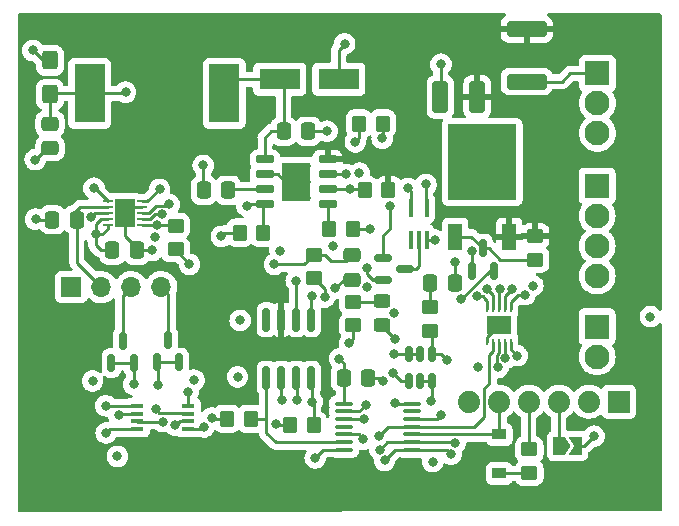
<source format=gbr>
%TF.GenerationSoftware,KiCad,Pcbnew,6.0.11-2627ca5db0~126~ubuntu22.04.1*%
%TF.CreationDate,2023-02-19T01:42:16-05:00*%
%TF.ProjectId,lin-fan-control,6c696e2d-6661-46e2-9d63-6f6e74726f6c,1.0*%
%TF.SameCoordinates,Original*%
%TF.FileFunction,Copper,L1,Top*%
%TF.FilePolarity,Positive*%
%FSLAX46Y46*%
G04 Gerber Fmt 4.6, Leading zero omitted, Abs format (unit mm)*
G04 Created by KiCad (PCBNEW 6.0.11-2627ca5db0~126~ubuntu22.04.1) date 2023-02-19 01:42:16*
%MOMM*%
%LPD*%
G01*
G04 APERTURE LIST*
G04 Aperture macros list*
%AMRoundRect*
0 Rectangle with rounded corners*
0 $1 Rounding radius*
0 $2 $3 $4 $5 $6 $7 $8 $9 X,Y pos of 4 corners*
0 Add a 4 corners polygon primitive as box body*
4,1,4,$2,$3,$4,$5,$6,$7,$8,$9,$2,$3,0*
0 Add four circle primitives for the rounded corners*
1,1,$1+$1,$2,$3*
1,1,$1+$1,$4,$5*
1,1,$1+$1,$6,$7*
1,1,$1+$1,$8,$9*
0 Add four rect primitives between the rounded corners*
20,1,$1+$1,$2,$3,$4,$5,0*
20,1,$1+$1,$4,$5,$6,$7,0*
20,1,$1+$1,$6,$7,$8,$9,0*
20,1,$1+$1,$8,$9,$2,$3,0*%
%AMFreePoly0*
4,1,6,1.000000,0.000000,0.500000,-0.750000,-0.500000,-0.750000,-0.500000,0.750000,0.500000,0.750000,1.000000,0.000000,1.000000,0.000000,$1*%
%AMFreePoly1*
4,1,6,0.500000,-0.750000,-0.650000,-0.750000,-0.150000,0.000000,-0.650000,0.750000,0.500000,0.750000,0.500000,-0.750000,0.500000,-0.750000,$1*%
G04 Aperture macros list end*
%TA.AperFunction,SMDPad,CuDef*%
%ADD10R,0.400000X1.500000*%
%TD*%
%TA.AperFunction,SMDPad,CuDef*%
%ADD11R,0.254000X0.609600*%
%TD*%
%TA.AperFunction,SMDPad,CuDef*%
%ADD12R,2.006600X1.600200*%
%TD*%
%TA.AperFunction,SMDPad,CuDef*%
%ADD13RoundRect,0.150000X0.150000X-0.512500X0.150000X0.512500X-0.150000X0.512500X-0.150000X-0.512500X0*%
%TD*%
%TA.AperFunction,SMDPad,CuDef*%
%ADD14RoundRect,0.250000X0.450000X-0.350000X0.450000X0.350000X-0.450000X0.350000X-0.450000X-0.350000X0*%
%TD*%
%TA.AperFunction,SMDPad,CuDef*%
%ADD15RoundRect,0.250000X-0.350000X-0.450000X0.350000X-0.450000X0.350000X0.450000X-0.350000X0.450000X0*%
%TD*%
%TA.AperFunction,SMDPad,CuDef*%
%ADD16RoundRect,0.250000X-0.450000X0.350000X-0.450000X-0.350000X0.450000X-0.350000X0.450000X0.350000X0*%
%TD*%
%TA.AperFunction,SMDPad,CuDef*%
%ADD17R,1.200000X2.200000*%
%TD*%
%TA.AperFunction,SMDPad,CuDef*%
%ADD18R,5.800000X6.400000*%
%TD*%
%TA.AperFunction,SMDPad,CuDef*%
%ADD19RoundRect,0.150000X0.150000X-0.587500X0.150000X0.587500X-0.150000X0.587500X-0.150000X-0.587500X0*%
%TD*%
%TA.AperFunction,ComponentPad*%
%ADD20R,2.100000X2.100000*%
%TD*%
%TA.AperFunction,ComponentPad*%
%ADD21C,2.100000*%
%TD*%
%TA.AperFunction,SMDPad,CuDef*%
%ADD22RoundRect,0.150000X-0.587500X-0.150000X0.587500X-0.150000X0.587500X0.150000X-0.587500X0.150000X0*%
%TD*%
%TA.AperFunction,SMDPad,CuDef*%
%ADD23RoundRect,0.250000X-0.475000X0.337500X-0.475000X-0.337500X0.475000X-0.337500X0.475000X0.337500X0*%
%TD*%
%TA.AperFunction,SMDPad,CuDef*%
%ADD24RoundRect,0.250000X-0.337500X-0.475000X0.337500X-0.475000X0.337500X0.475000X-0.337500X0.475000X0*%
%TD*%
%TA.AperFunction,SMDPad,CuDef*%
%ADD25RoundRect,0.250000X0.350000X0.450000X-0.350000X0.450000X-0.350000X-0.450000X0.350000X-0.450000X0*%
%TD*%
%TA.AperFunction,SMDPad,CuDef*%
%ADD26RoundRect,0.250000X1.450000X-0.400000X1.450000X0.400000X-1.450000X0.400000X-1.450000X-0.400000X0*%
%TD*%
%TA.AperFunction,SMDPad,CuDef*%
%ADD27R,3.500000X1.800000*%
%TD*%
%TA.AperFunction,SMDPad,CuDef*%
%ADD28RoundRect,0.250000X0.337500X0.475000X-0.337500X0.475000X-0.337500X-0.475000X0.337500X-0.475000X0*%
%TD*%
%TA.AperFunction,SMDPad,CuDef*%
%ADD29RoundRect,0.250000X0.425000X-0.537500X0.425000X0.537500X-0.425000X0.537500X-0.425000X-0.537500X0*%
%TD*%
%TA.AperFunction,ComponentPad*%
%ADD30R,1.700000X1.700000*%
%TD*%
%TA.AperFunction,ComponentPad*%
%ADD31O,1.700000X1.700000*%
%TD*%
%TA.AperFunction,SMDPad,CuDef*%
%ADD32RoundRect,0.150000X0.150000X-0.825000X0.150000X0.825000X-0.150000X0.825000X-0.150000X-0.825000X0*%
%TD*%
%TA.AperFunction,SMDPad,CuDef*%
%ADD33RoundRect,0.100000X-0.637500X-0.100000X0.637500X-0.100000X0.637500X0.100000X-0.637500X0.100000X0*%
%TD*%
%TA.AperFunction,SMDPad,CuDef*%
%ADD34RoundRect,0.250000X0.412500X1.100000X-0.412500X1.100000X-0.412500X-1.100000X0.412500X-1.100000X0*%
%TD*%
%TA.AperFunction,SMDPad,CuDef*%
%ADD35R,1.100000X0.400000*%
%TD*%
%TA.AperFunction,SMDPad,CuDef*%
%ADD36R,2.590800X5.003800*%
%TD*%
%TA.AperFunction,SMDPad,CuDef*%
%ADD37FreePoly0,0.000000*%
%TD*%
%TA.AperFunction,SMDPad,CuDef*%
%ADD38FreePoly1,0.000000*%
%TD*%
%TA.AperFunction,SMDPad,CuDef*%
%ADD39RoundRect,0.250000X0.450000X-0.325000X0.450000X0.325000X-0.450000X0.325000X-0.450000X-0.325000X0*%
%TD*%
%TA.AperFunction,SMDPad,CuDef*%
%ADD40R,1.200000X0.900000*%
%TD*%
%TA.AperFunction,SMDPad,CuDef*%
%ADD41RoundRect,0.150000X-0.650000X-0.150000X0.650000X-0.150000X0.650000X0.150000X-0.650000X0.150000X0*%
%TD*%
%TA.AperFunction,ComponentPad*%
%ADD42C,0.500000*%
%TD*%
%TA.AperFunction,SMDPad,CuDef*%
%ADD43R,2.400000X3.200000*%
%TD*%
%TA.AperFunction,SMDPad,CuDef*%
%ADD44R,0.812800X0.254000*%
%TD*%
%TA.AperFunction,SMDPad,CuDef*%
%ADD45R,1.752600X2.489200*%
%TD*%
%TA.AperFunction,ComponentPad*%
%ADD46R,1.879600X1.879600*%
%TD*%
%TA.AperFunction,ComponentPad*%
%ADD47C,1.879600*%
%TD*%
%TA.AperFunction,ViaPad*%
%ADD48C,0.800000*%
%TD*%
%TA.AperFunction,Conductor*%
%ADD49C,0.250000*%
%TD*%
G04 APERTURE END LIST*
D10*
%TO.P,U11,1*%
%TO.N,N/C*%
X208925000Y-78085000D03*
%TO.P,U11,2*%
%TO.N,Net-(D5-Pad3)*%
X209575000Y-78085000D03*
%TO.P,U11,3,GND*%
%TO.N,GND*%
X210225000Y-78085000D03*
%TO.P,U11,4*%
%TO.N,TACH*%
X210225000Y-75425000D03*
%TO.P,U11,5,VCC*%
%TO.N,+3V3*%
X208925000Y-75425000D03*
%TD*%
D11*
%TO.P,U8,1,~{TCRIT}*%
%TO.N,~{TCRIT}*%
X217375001Y-83953000D03*
%TO.P,U8,2,VDD*%
%TO.N,+3V3*%
X216874999Y-83953000D03*
%TO.P,U8,3,D+*%
%TO.N,Net-(J5-Pad1)*%
X216375000Y-83953000D03*
%TO.P,U8,4,D-*%
%TO.N,Net-(J5-Pad2)*%
X215875001Y-83953000D03*
%TO.P,U8,5,PWM*%
%TO.N,PWM*%
X215374999Y-83953000D03*
%TO.P,U8,6,GND*%
%TO.N,GND*%
X215374999Y-86747000D03*
%TO.P,U8,7,~{ALERT}*%
%TO.N,~{ALERT}*%
X215875001Y-86747000D03*
%TO.P,U8,8,TACH*%
%TO.N,TACH*%
X216375000Y-86747000D03*
%TO.P,U8,9,SMBDAT*%
%TO.N,SDA3V*%
X216874999Y-86747000D03*
%TO.P,U8,10,SMBCLK*%
%TO.N,SCL3V*%
X217375001Y-86747000D03*
D12*
%TO.P,U8,11,DAP*%
%TO.N,GND*%
X216375000Y-85350000D03*
%TD*%
D13*
%TO.P,U7,1*%
%TO.N,Net-(R26-Pad1)*%
X208750000Y-90025000D03*
%TO.P,U7,2,V-*%
%TO.N,GND*%
X209700000Y-90025000D03*
%TO.P,U7,3,+*%
X210650000Y-90025000D03*
%TO.P,U7,4,-*%
%TO.N,Net-(R26-Pad2)*%
X210650000Y-87750000D03*
%TO.P,U7,5,~{DISABLE}*%
%TO.N,+5V*%
X209700000Y-87750000D03*
%TO.P,U7,6,V+*%
X208750000Y-87750000D03*
%TD*%
D14*
%TO.P,R28,1*%
%TO.N,+5V*%
X200700000Y-81350000D03*
%TO.P,R28,2*%
%TO.N,Net-(C14-Pad1)*%
X200700000Y-79350000D03*
%TD*%
D15*
%TO.P,R25,1*%
%TO.N,+5V*%
X204525000Y-68250000D03*
%TO.P,R25,2*%
%TO.N,Net-(R25-Pad2)*%
X206525000Y-68250000D03*
%TD*%
D14*
%TO.P,R24,1*%
%TO.N,Net-(R26-Pad2)*%
X210550000Y-85800000D03*
%TO.P,R24,2*%
%TO.N,Net-(C12-Pad1)*%
X210550000Y-83800000D03*
%TD*%
D16*
%TO.P,R21,1*%
%TO.N,+12V*%
X219425000Y-77775000D03*
%TO.P,R21,2*%
%TO.N,Net-(Q3-Pad3)*%
X219425000Y-79775000D03*
%TD*%
D17*
%TO.P,Q4,1,G*%
%TO.N,Net-(Q3-Pad3)*%
X212670000Y-77825000D03*
D18*
%TO.P,Q4,2,D*%
%TO.N,FANPWM+*%
X214950000Y-71525000D03*
D17*
%TO.P,Q4,3,S*%
%TO.N,+12V*%
X217230000Y-77825000D03*
%TD*%
D19*
%TO.P,Q3,1,G*%
%TO.N,Net-(Q3-Pad1)*%
X214075000Y-80700000D03*
%TO.P,Q3,2,S*%
%TO.N,GND*%
X215975000Y-80700000D03*
%TO.P,Q3,3,D*%
%TO.N,Net-(Q3-Pad3)*%
X215025000Y-78825000D03*
%TD*%
D20*
%TO.P,J5,1,Pin_1*%
%TO.N,Net-(J5-Pad1)*%
X224675000Y-85450000D03*
D21*
%TO.P,J5,2,Pin_2*%
%TO.N,Net-(J5-Pad2)*%
X224675000Y-87990000D03*
%TD*%
D20*
%TO.P,J4,1,Pin_1*%
%TO.N,/Fan Control/FAN+*%
X224675000Y-73535000D03*
D21*
%TO.P,J4,2,Pin_2*%
%TO.N,/Fan Control/FAN-*%
X224675000Y-76075000D03*
%TO.P,J4,3,Pin_3*%
%TO.N,Net-(R25-Pad2)*%
X224675000Y-78615000D03*
%TO.P,J4,4,Pin_4*%
%TO.N,PWM*%
X224675000Y-81155000D03*
%TD*%
D22*
%TO.P,D5,1*%
%TO.N,TACHa*%
X206537500Y-79600000D03*
%TO.P,D5,2*%
%TO.N,Net-(D5-Pad2)*%
X206537500Y-81500000D03*
%TO.P,D5,3*%
%TO.N,Net-(D5-Pad3)*%
X208412500Y-80550000D03*
%TD*%
D23*
%TO.P,C14,1*%
%TO.N,Net-(C14-Pad1)*%
X203875000Y-79400000D03*
%TO.P,C14,2*%
%TO.N,GND*%
X203875000Y-81475000D03*
%TD*%
D24*
%TO.P,C12,1*%
%TO.N,Net-(C12-Pad1)*%
X210525000Y-81775000D03*
%TO.P,C12,2*%
%TO.N,PWMFAN-*%
X212600000Y-81775000D03*
%TD*%
D25*
%TO.P,R13,1*%
%TO.N,+12V*%
X207000000Y-73900000D03*
%TO.P,R13,2*%
%TO.N,Net-(R13-Pad2)*%
X205000000Y-73900000D03*
%TD*%
D23*
%TO.P,C10,1*%
%TO.N,+3V3*%
X178350000Y-68262500D03*
%TO.P,C10,2*%
%TO.N,GND*%
X178350000Y-70337500D03*
%TD*%
D14*
%TO.P,R6,1*%
%TO.N,Net-(D2-Pad1)*%
X218925000Y-97850000D03*
%TO.P,R6,2*%
%TO.N,Net-(J1-Pad4)*%
X218925000Y-95850000D03*
%TD*%
D26*
%TO.P,F1,1*%
%TO.N,+BATT*%
X218700000Y-64700000D03*
%TO.P,F1,2*%
%TO.N,+12V*%
X218700000Y-60250000D03*
%TD*%
D27*
%TO.P,D3,1,K*%
%TO.N,Net-(C5-Pad2)*%
X197800000Y-64500000D03*
%TO.P,D3,2,A*%
%TO.N,GND*%
X202800000Y-64500000D03*
%TD*%
D28*
%TO.P,C11,1*%
%TO.N,+5V*%
X180625000Y-76400000D03*
%TO.P,C11,2*%
%TO.N,GND*%
X178550000Y-76400000D03*
%TD*%
%TO.P,C5,1*%
%TO.N,Net-(C5-Pad1)*%
X200200000Y-68900000D03*
%TO.P,C5,2*%
%TO.N,Net-(C5-Pad2)*%
X198125000Y-68900000D03*
%TD*%
D29*
%TO.P,C9,1*%
%TO.N,+3V3*%
X178350000Y-65787500D03*
%TO.P,C9,2*%
%TO.N,GND*%
X178350000Y-62912500D03*
%TD*%
D30*
%TO.P,J2,1,Pin_1*%
%TO.N,GND*%
X180150000Y-82100000D03*
D31*
%TO.P,J2,2,Pin_2*%
%TO.N,+5V*%
X182690000Y-82100000D03*
%TO.P,J2,3,Pin_3*%
%TO.N,SDA5V*%
X185230000Y-82100000D03*
%TO.P,J2,4,Pin_4*%
%TO.N,SCL5V*%
X187770000Y-82100000D03*
%TD*%
D32*
%TO.P,U1,1,RXD*%
%TO.N,RXD*%
X196670000Y-89800000D03*
%TO.P,U1,2,~{SLP}*%
%TO.N,~{LIN_SLP}*%
X197940000Y-89800000D03*
%TO.P,U1,3,~{WAKE}*%
%TO.N,~{LIN_WAKE}*%
X199210000Y-89800000D03*
%TO.P,U1,4,TXD*%
%TO.N,TXD*%
X200480000Y-89800000D03*
%TO.P,U1,5,GND*%
%TO.N,GND*%
X200480000Y-84850000D03*
%TO.P,U1,6,LIN*%
%TO.N,LIN*%
X199210000Y-84850000D03*
%TO.P,U1,7,VBAT*%
%TO.N,+12V*%
X197940000Y-84850000D03*
%TO.P,U1,8,INH*%
%TO.N,unconnected-(U1-Pad8)*%
X196670000Y-84850000D03*
%TD*%
D19*
%TO.P,Q1,1,G*%
%TO.N,SCL3V*%
X187400000Y-88475000D03*
%TO.P,Q1,2,S*%
X189300000Y-88475000D03*
%TO.P,Q1,3,D*%
%TO.N,SCL5V*%
X188350000Y-86600000D03*
%TD*%
D24*
%TO.P,C3,1*%
%TO.N,+3V3*%
X183637500Y-78975000D03*
%TO.P,C3,2*%
%TO.N,GND*%
X185712500Y-78975000D03*
%TD*%
D33*
%TO.P,U2,1,VCC*%
%TO.N,+3V3*%
X203237500Y-91975000D03*
%TO.P,U2,2,PA4*%
%TO.N,~{LIN_SLP}*%
X203237500Y-92625000D03*
%TO.P,U2,3,PA5*%
%TO.N,~{LIN_WAKE}*%
X203237500Y-93275000D03*
%TO.P,U2,4,PA6*%
%TO.N,unconnected-(U2-Pad4)*%
X203237500Y-93925000D03*
%TO.P,U2,5,PA7*%
%TO.N,Net-(R5-Pad1)*%
X203237500Y-94575000D03*
%TO.P,U2,6,PB3*%
%TO.N,RXD*%
X203237500Y-95225000D03*
%TO.P,U2,7,PB2*%
%TO.N,TXD*%
X203237500Y-95875000D03*
%TO.P,U2,8,PB1*%
%TO.N,SDA3V*%
X208962500Y-95875000D03*
%TO.P,U2,9,PB0*%
%TO.N,SCL3V*%
X208962500Y-95225000D03*
%TO.P,U2,10,~{RESET}/PA0*%
%TO.N,UPDI*%
X208962500Y-94575000D03*
%TO.P,U2,11,PA1*%
%TO.N,~{ALERT}*%
X208962500Y-93925000D03*
%TO.P,U2,12,PA2*%
%TO.N,~{TCRIT}*%
X208962500Y-93275000D03*
%TO.P,U2,13,PA3*%
%TO.N,~{RESET}*%
X208962500Y-92625000D03*
%TO.P,U2,14,GND*%
%TO.N,GND*%
X208962500Y-91975000D03*
%TD*%
D28*
%TO.P,C6,1*%
%TO.N,Net-(C6-Pad1)*%
X193437500Y-73900000D03*
%TO.P,C6,2*%
%TO.N,Net-(C6-Pad2)*%
X191362500Y-73900000D03*
%TD*%
D34*
%TO.P,C4,1*%
%TO.N,+12V*%
X214525000Y-66000000D03*
%TO.P,C4,2*%
%TO.N,GND*%
X211400000Y-66000000D03*
%TD*%
D15*
%TO.P,R1,1*%
%TO.N,+3V3*%
X193325000Y-93250000D03*
%TO.P,R1,2*%
%TO.N,RXD*%
X195325000Y-93250000D03*
%TD*%
D28*
%TO.P,C1,1*%
%TO.N,GND*%
X205300000Y-89775000D03*
%TO.P,C1,2*%
%TO.N,+3V3*%
X203225000Y-89775000D03*
%TD*%
D14*
%TO.P,R5,1*%
%TO.N,Net-(R5-Pad1)*%
X204025000Y-85350000D03*
%TO.P,R5,2*%
%TO.N,Net-(D1-Pad2)*%
X204025000Y-83350000D03*
%TD*%
D35*
%TO.P,U3,1,IO0*%
%TO.N,Net-(JP5-Pad2)*%
X185750000Y-92175000D03*
%TO.P,U3,2,IO1*%
%TO.N,Net-(JP4-Pad2)*%
X185750000Y-92825000D03*
%TO.P,U3,3,IO2*%
%TO.N,Net-(JP3-Pad2)*%
X185750000Y-93475000D03*
%TO.P,U3,4,VSS*%
%TO.N,GND*%
X185750000Y-94125000D03*
%TO.P,U3,5,IO3*%
%TO.N,Net-(JP2-Pad2)*%
X190050000Y-94125000D03*
%TO.P,U3,6,SCL*%
%TO.N,SCL3V*%
X190050000Y-93475000D03*
%TO.P,U3,7,SDA*%
%TO.N,SDA3V*%
X190050000Y-92825000D03*
%TO.P,U3,8,VDD*%
%TO.N,+3V3*%
X190050000Y-92175000D03*
%TD*%
D15*
%TO.P,R17,1*%
%TO.N,+3V3*%
X194400000Y-77500000D03*
%TO.P,R17,2*%
%TO.N,Net-(R17-Pad2)*%
X196400000Y-77500000D03*
%TD*%
D36*
%TO.P,L1,1,1*%
%TO.N,Net-(C5-Pad2)*%
X193100000Y-65700000D03*
%TO.P,L1,2,2*%
%TO.N,+3V3*%
X181695400Y-65700000D03*
%TD*%
D14*
%TO.P,R11,1*%
%TO.N,+3V3*%
X188975000Y-78900000D03*
%TO.P,R11,2*%
%TO.N,Net-(R11-Pad2)*%
X188975000Y-76900000D03*
%TD*%
D37*
%TO.P,JP1,1,A*%
%TO.N,Net-(J1-Pad3)*%
X221450000Y-95550000D03*
D38*
%TO.P,JP1,2,B*%
%TO.N,+3V3*%
X222900000Y-95550000D03*
%TD*%
D39*
%TO.P,D1,1,K*%
%TO.N,GND*%
X206450000Y-85350000D03*
%TO.P,D1,2,A*%
%TO.N,Net-(D1-Pad2)*%
X206450000Y-83300000D03*
%TD*%
D40*
%TO.P,D2,1,K*%
%TO.N,Net-(D2-Pad1)*%
X216400000Y-97875000D03*
%TO.P,D2,2,A*%
%TO.N,UPDI*%
X216400000Y-94575000D03*
%TD*%
D41*
%TO.P,U5,1,LX*%
%TO.N,Net-(C5-Pad2)*%
X196550000Y-71295000D03*
%TO.P,U5,2,GND*%
%TO.N,GND*%
X196550000Y-72565000D03*
%TO.P,U5,3,VC*%
%TO.N,Net-(C6-Pad1)*%
X196550000Y-73835000D03*
%TO.P,U5,4,FB*%
%TO.N,Net-(R17-Pad2)*%
X196550000Y-75105000D03*
%TO.P,U5,5,RT*%
%TO.N,Net-(R15-Pad1)*%
X201850000Y-75105000D03*
%TO.P,U5,6,EN*%
%TO.N,Net-(R13-Pad2)*%
X201850000Y-73835000D03*
%TO.P,U5,7,BST*%
%TO.N,Net-(C5-Pad1)*%
X201850000Y-72565000D03*
%TO.P,U5,8,VCC*%
%TO.N,+12V*%
X201850000Y-71295000D03*
D42*
%TO.P,U5,9,GND*%
%TO.N,GND*%
X200150000Y-71850000D03*
X198250000Y-73200000D03*
X198250000Y-74550000D03*
X200150000Y-73200000D03*
X200150000Y-74550000D03*
D43*
X199200000Y-73200000D03*
D42*
X198250000Y-71850000D03*
%TD*%
D20*
%TO.P,J3,1,Pin_1*%
%TO.N,+BATT*%
X224700000Y-64000000D03*
D21*
%TO.P,J3,2,Pin_2*%
%TO.N,GND*%
X224700000Y-66540000D03*
%TO.P,J3,3,Pin_3*%
%TO.N,LIN*%
X224700000Y-69080000D03*
%TD*%
D44*
%TO.P,U4,1,C2+*%
%TO.N,Net-(C8-Pad1)*%
X183252200Y-74849999D03*
%TO.P,U4,2,VOUT*%
%TO.N,+5V*%
X183252200Y-75350001D03*
%TO.P,U4,3,C1+*%
%TO.N,Net-(C7-Pad2)*%
X183252200Y-75850000D03*
%TO.P,U4,4,\u002ASHDN*%
%TO.N,+3V3*%
X183252200Y-76349999D03*
%TO.P,U4,5,VSEL/FB*%
X183252200Y-76850001D03*
%TO.P,U4,6,MODE*%
%TO.N,Net-(R11-Pad2)*%
X186147800Y-76850001D03*
%TO.P,U4,7,VIN*%
%TO.N,+3V3*%
X186147800Y-76349999D03*
%TO.P,U4,8,C2-*%
%TO.N,Net-(C8-Pad2)*%
X186147800Y-75850000D03*
%TO.P,U4,9,GND*%
%TO.N,GND*%
X186147800Y-75350001D03*
%TO.P,U4,10,C1-*%
%TO.N,Net-(C7-Pad1)*%
X186147800Y-74849999D03*
D45*
%TO.P,U4,11,EPAD*%
%TO.N,GND*%
X184700000Y-75850000D03*
%TD*%
D19*
%TO.P,Q2,1,G*%
%TO.N,SDA3V*%
X183550000Y-88525000D03*
%TO.P,Q2,2,S*%
X185450000Y-88525000D03*
%TO.P,Q2,3,D*%
%TO.N,SDA5V*%
X184500000Y-86650000D03*
%TD*%
D15*
%TO.P,R15,1*%
%TO.N,Net-(R15-Pad1)*%
X202000000Y-77200000D03*
%TO.P,R15,2*%
%TO.N,GND*%
X204000000Y-77200000D03*
%TD*%
%TO.P,R2,1*%
%TO.N,+3V3*%
X198675000Y-93775000D03*
%TO.P,R2,2*%
%TO.N,TXD*%
X200675000Y-93775000D03*
%TD*%
D46*
%TO.P,J1,1,GND*%
%TO.N,GND*%
X226520000Y-91800000D03*
D47*
%TO.P,J1,2,CTS*%
%TO.N,unconnected-(J1-Pad2)*%
X223980000Y-91800000D03*
%TO.P,J1,3,VCC*%
%TO.N,Net-(J1-Pad3)*%
X221440000Y-91800000D03*
%TO.P,J1,4,TXD*%
%TO.N,Net-(J1-Pad4)*%
X218900000Y-91800000D03*
%TO.P,J1,5,RXD*%
%TO.N,UPDI*%
X216360000Y-91800000D03*
%TO.P,J1,6,RTS*%
%TO.N,unconnected-(J1-Pad6)*%
X213820000Y-91800000D03*
%TD*%
D48*
%TO.N,+3V3*%
X229175000Y-84600000D03*
%TO.N,~{ALERT}*%
X206187299Y-94687299D03*
%TO.N,+3V3*%
X210750000Y-96875000D03*
%TO.N,+12V*%
X216350000Y-67250000D03*
%TO.N,Net-(Q3-Pad1)*%
X219225000Y-81975000D03*
X214075000Y-79075000D03*
%TO.N,GND*%
X213187872Y-83098030D03*
%TO.N,TACH*%
X210175000Y-73400000D03*
X214600000Y-88850000D03*
%TO.N,+5V*%
X204200000Y-69800000D03*
%TO.N,Net-(R25-Pad2)*%
X206475000Y-69500000D03*
%TO.N,TACHa*%
X207150000Y-75200000D03*
%TO.N,+3V3*%
X204550000Y-72450000D03*
X208650000Y-73750000D03*
%TO.N,GND*%
X210975000Y-78125000D03*
X202500000Y-82175000D03*
%TO.N,Net-(C14-Pad1)*%
X197350000Y-80175000D03*
%TO.N,Net-(D5-Pad2)*%
X205200000Y-80500000D03*
%TO.N,Net-(U10-Pad2)*%
X205200000Y-82100000D03*
X202300000Y-78650000D03*
%TO.N,+5V*%
X194450000Y-84925000D03*
X197825000Y-79050000D03*
X201600000Y-82950000D03*
%TO.N,+3V3*%
X207433773Y-84285862D03*
%TO.N,Net-(R26-Pad1)*%
X207400000Y-89400000D03*
%TO.N,Net-(R26-Pad2)*%
X211950000Y-88250000D03*
%TO.N,+5V*%
X207500000Y-87750000D03*
%TO.N,GND*%
X210575000Y-91750000D03*
%TO.N,PWMFAN-*%
X212625000Y-80000000D03*
%TO.N,FANPWM+*%
X214950000Y-71525000D03*
%TO.N,+12V*%
X218175000Y-67000000D03*
%TO.N,Net-(J5-Pad1)*%
X216450000Y-82225000D03*
%TO.N,Net-(J5-Pad2)*%
X215351702Y-82256133D03*
%TO.N,PWM*%
X214475000Y-82875000D03*
%TO.N,+3V3*%
X217450201Y-82225201D03*
%TO.N,GND*%
X216375000Y-85350000D03*
%TO.N,~{TCRIT}*%
X218550000Y-82750000D03*
X211475000Y-92925000D03*
%TO.N,TACH*%
X216275000Y-88900000D03*
%TO.N,SDA3V*%
X212300000Y-96250000D03*
X216911613Y-88128423D03*
%TO.N,SCL3V*%
X212675000Y-95299500D03*
X217900000Y-87900000D03*
%TO.N,GND*%
X211450000Y-63225000D03*
X184652903Y-75302969D03*
X203300000Y-61500000D03*
X177100000Y-71300000D03*
X205400000Y-77200000D03*
X176900000Y-62050000D03*
X177125000Y-76350000D03*
X207550000Y-91950000D03*
X183100000Y-94450000D03*
X200500000Y-82850000D03*
X187000000Y-79000000D03*
X207600000Y-86525000D03*
X206500000Y-90050000D03*
%TO.N,Net-(C5-Pad1)*%
X203435000Y-72565000D03*
X201800000Y-68900000D03*
%TO.N,LIN*%
X199200000Y-81575000D03*
%TO.N,TXD*%
X200800000Y-96575000D03*
X200550000Y-91800000D03*
%TO.N,~{LIN_SLP}*%
X197950000Y-91675000D03*
X205075000Y-92075000D03*
%TO.N,~{LIN_WAKE}*%
X204925000Y-93300000D03*
X199225000Y-91625000D03*
%TO.N,Net-(C6-Pad2)*%
X191325000Y-71800000D03*
%TO.N,Net-(C7-Pad1)*%
X187200000Y-77875000D03*
X187625000Y-73825500D03*
%TO.N,Net-(C7-Pad2)*%
X181812000Y-76162529D03*
%TO.N,Net-(C8-Pad1)*%
X182075000Y-73725000D03*
%TO.N,Net-(C8-Pad2)*%
X188425000Y-75100000D03*
%TO.N,SDA3V*%
X187300000Y-92450000D03*
X206675000Y-96775000D03*
X185425000Y-90325000D03*
%TO.N,SCL3V*%
X206290576Y-95852382D03*
X187450000Y-90425000D03*
X188918398Y-93779600D03*
%TO.N,+3V3*%
X194225000Y-89700000D03*
X197475000Y-93675000D03*
X192850000Y-77800000D03*
X184750000Y-65600000D03*
X190050000Y-90950000D03*
X202850000Y-88175000D03*
X187809929Y-75950089D03*
X192025000Y-93200000D03*
X224425000Y-94725000D03*
X181950000Y-90050000D03*
X190150000Y-80175000D03*
X190550000Y-89975000D03*
X182225000Y-77625000D03*
%TO.N,Net-(R5-Pad1)*%
X204875000Y-94975000D03*
X203700000Y-86825000D03*
%TO.N,Net-(R11-Pad2)*%
X187374999Y-76850001D03*
%TO.N,Net-(R13-Pad2)*%
X203735000Y-73835000D03*
%TO.N,Net-(R17-Pad2)*%
X195000000Y-75200000D03*
%TO.N,Net-(JP2-Pad2)*%
X191362756Y-93948624D03*
%TO.N,Net-(JP3-Pad2)*%
X187887299Y-93487701D03*
%TO.N,Net-(JP4-Pad2)*%
X184175000Y-92899500D03*
%TO.N,Net-(JP5-Pad2)*%
X184049695Y-96425000D03*
X183075000Y-92150000D03*
%TD*%
D49*
%TO.N,Net-(C6-Pad2)*%
X191325000Y-71800000D02*
X191325000Y-73862500D01*
X191325000Y-73862500D02*
X191362500Y-73900000D01*
%TO.N,Net-(C8-Pad2)*%
X188425000Y-75100000D02*
X188299911Y-75225089D01*
X188299911Y-75225089D02*
X187319715Y-75225089D01*
X186694804Y-75850000D02*
X186147800Y-75850000D01*
X187319715Y-75225089D02*
X186694804Y-75850000D01*
%TO.N,~{ALERT}*%
X206187299Y-94687299D02*
X206949598Y-93925000D01*
X206949598Y-93925000D02*
X208962500Y-93925000D01*
%TO.N,Net-(Q3-Pad3)*%
X215025000Y-78825000D02*
X214025000Y-77825000D01*
X214025000Y-77825000D02*
X212670000Y-77825000D01*
%TO.N,Net-(Q3-Pad1)*%
X214075000Y-80700000D02*
X214075000Y-79075000D01*
%TO.N,GND*%
X215585902Y-80700000D02*
X213187872Y-83098030D01*
X215975000Y-80700000D02*
X215585902Y-80700000D01*
%TO.N,Net-(Q3-Pad3)*%
X219425000Y-79775000D02*
X216475000Y-79775000D01*
X216475000Y-79775000D02*
X215525000Y-78825000D01*
X215525000Y-78825000D02*
X215025000Y-78825000D01*
%TO.N,PWMFAN-*%
X212625000Y-80000000D02*
X212600000Y-80025000D01*
X212600000Y-80025000D02*
X212600000Y-81775000D01*
%TO.N,TACH*%
X210175000Y-75375000D02*
X210225000Y-75425000D01*
X210175000Y-73400000D02*
X210175000Y-75375000D01*
%TO.N,+5V*%
X204525000Y-69475000D02*
X204200000Y-69800000D01*
X204525000Y-68250000D02*
X204525000Y-69475000D01*
%TO.N,Net-(R25-Pad2)*%
X206525000Y-69450000D02*
X206475000Y-69500000D01*
X206525000Y-68250000D02*
X206525000Y-69450000D01*
%TO.N,TACHa*%
X207150000Y-75200000D02*
X207150000Y-77125000D01*
X207150000Y-77125000D02*
X206537500Y-77737500D01*
X206537500Y-77737500D02*
X206537500Y-79600000D01*
%TO.N,+3V3*%
X208925000Y-74025000D02*
X208650000Y-73750000D01*
X208925000Y-75425000D02*
X208925000Y-74025000D01*
%TO.N,GND*%
X210935000Y-78085000D02*
X210975000Y-78125000D01*
X210225000Y-78085000D02*
X210935000Y-78085000D01*
%TO.N,Net-(D5-Pad3)*%
X209575000Y-78085000D02*
X209575000Y-80325000D01*
X209575000Y-80325000D02*
X209350000Y-80550000D01*
X209350000Y-80550000D02*
X208412500Y-80550000D01*
%TO.N,GND*%
X203200000Y-81475000D02*
X202500000Y-82175000D01*
X203875000Y-81475000D02*
X203200000Y-81475000D01*
%TO.N,+5V*%
X201600000Y-82950000D02*
X201600000Y-82250000D01*
X201600000Y-82250000D02*
X200700000Y-81350000D01*
%TO.N,Net-(C14-Pad1)*%
X201650000Y-79350000D02*
X202150000Y-79850000D01*
X200700000Y-79350000D02*
X201650000Y-79350000D01*
X202150000Y-79850000D02*
X203425000Y-79850000D01*
X203425000Y-79850000D02*
X203875000Y-79400000D01*
X197350000Y-80175000D02*
X199875000Y-80175000D01*
X199875000Y-80175000D02*
X200700000Y-79350000D01*
%TO.N,Net-(D5-Pad2)*%
X206537500Y-81500000D02*
X205675000Y-81500000D01*
X205675000Y-81500000D02*
X205200000Y-81025000D01*
X205200000Y-81025000D02*
X205200000Y-80500000D01*
%TO.N,Net-(R26-Pad1)*%
X208025000Y-90025000D02*
X207400000Y-89400000D01*
X208750000Y-90025000D02*
X208025000Y-90025000D01*
%TO.N,Net-(R26-Pad2)*%
X211450000Y-87750000D02*
X211950000Y-88250000D01*
X210650000Y-87750000D02*
X211450000Y-87750000D01*
%TO.N,+5V*%
X208750000Y-87750000D02*
X207500000Y-87750000D01*
%TO.N,GND*%
X206500000Y-90050000D02*
X206225000Y-89775000D01*
X206225000Y-89775000D02*
X205300000Y-89775000D01*
%TO.N,+5V*%
X208750000Y-87750000D02*
X209700000Y-87750000D01*
%TO.N,GND*%
X210650000Y-91675000D02*
X210575000Y-91750000D01*
X210650000Y-90025000D02*
X210650000Y-91675000D01*
X210650000Y-90025000D02*
X209700000Y-90025000D01*
%TO.N,Net-(R26-Pad2)*%
X210650000Y-87750000D02*
X210650000Y-85900000D01*
X210650000Y-85900000D02*
X210550000Y-85800000D01*
%TO.N,Net-(C12-Pad1)*%
X210550000Y-83800000D02*
X210550000Y-81800000D01*
X210550000Y-81800000D02*
X210525000Y-81775000D01*
%TO.N,~{TCRIT}*%
X218550000Y-82750000D02*
X217950000Y-82750000D01*
X217950000Y-82750000D02*
X217375001Y-83324999D01*
X217375001Y-83324999D02*
X217375001Y-83953000D01*
%TO.N,+3V3*%
X217450201Y-82225201D02*
X217450201Y-82250104D01*
X217450201Y-82250104D02*
X216874999Y-82825306D01*
X216874999Y-82825306D02*
X216874999Y-83953000D01*
%TO.N,Net-(J5-Pad1)*%
X216375000Y-82300000D02*
X216450000Y-82225000D01*
X216375000Y-83953000D02*
X216375000Y-82300000D01*
%TO.N,Net-(J5-Pad2)*%
X215875001Y-82779432D02*
X215351702Y-82256133D01*
X215875001Y-83953000D02*
X215875001Y-82779432D01*
%TO.N,PWM*%
X214975000Y-82875000D02*
X214475000Y-82875000D01*
X215175000Y-83075000D02*
X214975000Y-82875000D01*
X215374999Y-83953000D02*
X215374999Y-83274999D01*
X215374999Y-83274999D02*
X215175000Y-83075000D01*
%TO.N,GND*%
X215374999Y-86747000D02*
X215374999Y-86350001D01*
X215374999Y-86350001D02*
X216375000Y-85350000D01*
%TO.N,~{TCRIT}*%
X211125000Y-93275000D02*
X211475000Y-92925000D01*
X208962500Y-93275000D02*
X211125000Y-93275000D01*
%TO.N,~{ALERT}*%
X208962500Y-93925000D02*
X214225000Y-93925000D01*
X214225000Y-93925000D02*
X215084800Y-93065200D01*
X215084800Y-93065200D02*
X215084800Y-90690200D01*
X215084800Y-90690200D02*
X215550000Y-90225000D01*
X215875001Y-87503334D02*
X215875001Y-86747000D01*
X215550000Y-90225000D02*
X215550000Y-87828335D01*
X215550000Y-87828335D02*
X215875001Y-87503334D01*
%TO.N,TACH*%
X216186613Y-87828118D02*
X216186613Y-88811613D01*
X216186613Y-88811613D02*
X216275000Y-88900000D01*
X216375000Y-87639731D02*
X216186613Y-87828118D01*
X216375000Y-86747000D02*
X216375000Y-87639731D01*
%TO.N,SDA3V*%
X208962500Y-95875000D02*
X211925000Y-95875000D01*
X211925000Y-95875000D02*
X212300000Y-96250000D01*
X216874999Y-88091809D02*
X216911613Y-88128423D01*
X216874999Y-86747000D02*
X216874999Y-88091809D01*
%TO.N,SCL3V*%
X208962500Y-95225000D02*
X212600500Y-95225000D01*
X212600500Y-95225000D02*
X212675000Y-95299500D01*
X217375001Y-87375001D02*
X217900000Y-87900000D01*
X217375001Y-86747000D02*
X217375001Y-87375001D01*
%TO.N,GND*%
X185750000Y-94125000D02*
X183425000Y-94125000D01*
X184700000Y-77775000D02*
X184700000Y-75850000D01*
X186147800Y-75350001D02*
X185199999Y-75350001D01*
X185712500Y-78975000D02*
X186975000Y-78975000D01*
X204000000Y-77200000D02*
X205400000Y-77200000D01*
X208987500Y-91975000D02*
X207575000Y-91975000D01*
X177175000Y-76400000D02*
X177125000Y-76350000D01*
X178062500Y-70337500D02*
X177100000Y-71300000D01*
X202800000Y-64500000D02*
X202800000Y-62000000D01*
X183425000Y-94125000D02*
X183100000Y-94450000D01*
X184700000Y-75850000D02*
X184700000Y-75350066D01*
X177762500Y-62912500D02*
X176900000Y-62050000D01*
X200480000Y-84850000D02*
X200480000Y-82870000D01*
X184700000Y-75350066D02*
X184652903Y-75302969D01*
X178350000Y-70337500D02*
X178062500Y-70337500D01*
X196550000Y-72565000D02*
X197615000Y-72565000D01*
X211450000Y-65950000D02*
X211400000Y-66000000D01*
X207575000Y-91975000D02*
X207550000Y-91950000D01*
X185712500Y-78787500D02*
X184700000Y-77775000D01*
X185712500Y-78975000D02*
X185712500Y-78787500D01*
X202800000Y-62000000D02*
X203300000Y-61500000D01*
X178550000Y-76400000D02*
X177175000Y-76400000D01*
X185199999Y-75350001D02*
X184700000Y-75850000D01*
X197615000Y-72565000D02*
X198250000Y-73200000D01*
X206450000Y-85350000D02*
X206450000Y-85375000D01*
X186975000Y-78975000D02*
X187000000Y-79000000D01*
X178350000Y-62912500D02*
X177762500Y-62912500D01*
X200480000Y-82870000D02*
X200500000Y-82850000D01*
X206450000Y-85375000D02*
X207600000Y-86525000D01*
X211450000Y-63225000D02*
X211450000Y-65950000D01*
%TO.N,+5V*%
X180475000Y-75775000D02*
X180475000Y-76250000D01*
X180899999Y-75350001D02*
X180475000Y-75775000D01*
X180625000Y-76400000D02*
X180625000Y-80035000D01*
X180625000Y-80035000D02*
X182690000Y-82100000D01*
X183252200Y-75350001D02*
X180899999Y-75350001D01*
%TO.N,Net-(C5-Pad1)*%
X200200000Y-68900000D02*
X201800000Y-68900000D01*
X203435000Y-72565000D02*
X201850000Y-72565000D01*
%TO.N,LIN*%
X199210000Y-84850000D02*
X199210000Y-81585000D01*
X199210000Y-81585000D02*
X199200000Y-81575000D01*
%TO.N,TXD*%
X200550000Y-91800000D02*
X200550000Y-89870000D01*
X200675000Y-91925000D02*
X200675000Y-93775000D01*
X201500000Y-95875000D02*
X200800000Y-96575000D01*
X203262500Y-95875000D02*
X201500000Y-95875000D01*
X200550000Y-91800000D02*
X200675000Y-91925000D01*
X200550000Y-89870000D02*
X200480000Y-89800000D01*
%TO.N,RXD*%
X196670000Y-93130000D02*
X196670000Y-89800000D01*
X196550000Y-93250000D02*
X196670000Y-93130000D01*
X197450000Y-95225000D02*
X196670000Y-94445000D01*
X203262500Y-95225000D02*
X197450000Y-95225000D01*
X195325000Y-93250000D02*
X196550000Y-93250000D01*
X196670000Y-94445000D02*
X196670000Y-93130000D01*
%TO.N,~{LIN_SLP}*%
X197950000Y-91675000D02*
X197940000Y-91665000D01*
X197940000Y-91665000D02*
X197940000Y-89800000D01*
X203262500Y-92625000D02*
X204525000Y-92625000D01*
X204525000Y-92625000D02*
X205075000Y-92075000D01*
X205075000Y-92075000D02*
X205325305Y-92075000D01*
%TO.N,~{LIN_WAKE}*%
X199225000Y-91625000D02*
X199225000Y-89815000D01*
X203237500Y-93275000D02*
X204900000Y-93275000D01*
X199225000Y-89815000D02*
X199210000Y-89800000D01*
X204900000Y-93275000D02*
X204925000Y-93300000D01*
%TO.N,Net-(C5-Pad2)*%
X193100000Y-65700000D02*
X194300000Y-64500000D01*
X198125000Y-64825000D02*
X197800000Y-64500000D01*
X196550000Y-69450000D02*
X197100000Y-68900000D01*
X196550000Y-71295000D02*
X196550000Y-69450000D01*
X194300000Y-64500000D02*
X197800000Y-64500000D01*
X198125000Y-68900000D02*
X198125000Y-64825000D01*
X197100000Y-68900000D02*
X198125000Y-68900000D01*
%TO.N,Net-(C6-Pad1)*%
X196550000Y-73835000D02*
X193502500Y-73835000D01*
X193502500Y-73835000D02*
X193437500Y-73900000D01*
%TO.N,Net-(C7-Pad1)*%
X186147800Y-74849999D02*
X186600501Y-74849999D01*
X186600501Y-74849999D02*
X187625000Y-73825500D01*
%TO.N,Net-(C7-Pad2)*%
X183252200Y-75850000D02*
X182124529Y-75850000D01*
X182124529Y-75850000D02*
X181812000Y-76162529D01*
%TO.N,Net-(C8-Pad1)*%
X182075000Y-73725000D02*
X182127201Y-73725000D01*
X182127201Y-73725000D02*
X183252200Y-74849999D01*
%TO.N,UPDI*%
X216400000Y-91840000D02*
X216360000Y-91800000D01*
X216400000Y-94575000D02*
X216400000Y-91840000D01*
X208987500Y-94575000D02*
X216400000Y-94575000D01*
%TO.N,+BATT*%
X222400000Y-64000000D02*
X221700000Y-64700000D01*
X224700000Y-64000000D02*
X222400000Y-64000000D01*
X221700000Y-64700000D02*
X218700000Y-64700000D01*
%TO.N,Net-(J1-Pad3)*%
X221440000Y-95540000D02*
X221440000Y-91800000D01*
X221450000Y-95550000D02*
X221440000Y-95540000D01*
%TO.N,SDA3V*%
X185425000Y-88550000D02*
X185450000Y-88525000D01*
X187612701Y-92762701D02*
X187300000Y-92450000D01*
X208987500Y-95875000D02*
X207575000Y-95875000D01*
X207575000Y-95875000D02*
X206675000Y-96775000D01*
X189987701Y-92762701D02*
X187612701Y-92762701D01*
X185450000Y-88525000D02*
X183550000Y-88525000D01*
X185425000Y-90325000D02*
X185425000Y-88550000D01*
X190050000Y-92825000D02*
X189987701Y-92762701D01*
%TO.N,SCL3V*%
X189000000Y-93800000D02*
X188979600Y-93779600D01*
X188979600Y-93779600D02*
X188918398Y-93779600D01*
X187450000Y-88525000D02*
X187400000Y-88475000D01*
X190050000Y-93475000D02*
X189325000Y-93475000D01*
X189325000Y-93475000D02*
X189000000Y-93800000D01*
X187400000Y-88475000D02*
X189300000Y-88475000D01*
X208987500Y-95225000D02*
X206917958Y-95225000D01*
X206917958Y-95225000D02*
X206290576Y-95852382D01*
X187450000Y-90425000D02*
X187450000Y-88525000D01*
%TO.N,+3V3*%
X182225000Y-77625000D02*
X182775000Y-77625000D01*
X194400000Y-77500000D02*
X193150000Y-77500000D01*
X182225000Y-78550000D02*
X182650000Y-78975000D01*
X223600000Y-95550000D02*
X224425000Y-94725000D01*
X186831201Y-76349999D02*
X187231111Y-75950089D01*
X178437500Y-65700000D02*
X181695400Y-65700000D01*
X198675000Y-93775000D02*
X197575000Y-93775000D01*
X203225000Y-89775000D02*
X203225000Y-91937500D01*
X182225000Y-77625000D02*
X182225000Y-78550000D01*
X187231111Y-75950089D02*
X187809929Y-75950089D01*
X178350000Y-68262500D02*
X178350000Y-65787500D01*
X192075000Y-93250000D02*
X192025000Y-93200000D01*
X182225000Y-77625000D02*
X182225000Y-76800000D01*
X188975000Y-79000000D02*
X190150000Y-80175000D01*
X203225000Y-89775000D02*
X203225000Y-88550000D01*
X183252200Y-77147800D02*
X183252200Y-76850001D01*
X203225000Y-91937500D02*
X203262500Y-91975000D01*
X203225000Y-88550000D02*
X202850000Y-88175000D01*
X184650000Y-65700000D02*
X184750000Y-65600000D01*
X197575000Y-93775000D02*
X197475000Y-93675000D01*
X182775000Y-77625000D02*
X183252200Y-77147800D01*
X181695400Y-65700000D02*
X184650000Y-65700000D01*
X188975000Y-78900000D02*
X188975000Y-79000000D01*
X182225000Y-76800000D02*
X182675001Y-76349999D01*
X182675001Y-76349999D02*
X183252200Y-76349999D01*
X193325000Y-93250000D02*
X192075000Y-93250000D01*
X178350000Y-65787500D02*
X178437500Y-65700000D01*
X193150000Y-77500000D02*
X192850000Y-77800000D01*
X190050000Y-92175000D02*
X190050000Y-90950000D01*
X182650000Y-78975000D02*
X183637500Y-78975000D01*
X186147800Y-76349999D02*
X186831201Y-76349999D01*
X222900000Y-95550000D02*
X223600000Y-95550000D01*
%TO.N,SCL5V*%
X188350000Y-86600000D02*
X188350000Y-82680000D01*
X188350000Y-82680000D02*
X187770000Y-82100000D01*
%TO.N,SDA5V*%
X184500000Y-82830000D02*
X185230000Y-82100000D01*
X184500000Y-86650000D02*
X184500000Y-82830000D01*
%TO.N,Net-(J1-Pad4)*%
X218900000Y-95825000D02*
X218900000Y-91800000D01*
X218925000Y-95850000D02*
X218900000Y-95825000D01*
%TO.N,Net-(D1-Pad2)*%
X204025000Y-83350000D02*
X206400000Y-83350000D01*
X206400000Y-83350000D02*
X206450000Y-83300000D01*
%TO.N,Net-(D2-Pad1)*%
X218925000Y-97850000D02*
X218900000Y-97875000D01*
X218900000Y-97875000D02*
X216400000Y-97875000D01*
%TO.N,Net-(R5-Pad1)*%
X204475000Y-94575000D02*
X204875000Y-94975000D01*
X204025000Y-86500000D02*
X203700000Y-86825000D01*
X203237500Y-94575000D02*
X204475000Y-94575000D01*
X204025000Y-85350000D02*
X204025000Y-86500000D01*
%TO.N,Net-(R11-Pad2)*%
X188925001Y-76850001D02*
X187374999Y-76850001D01*
X186147800Y-76850001D02*
X187374999Y-76850001D01*
X188975000Y-76900000D02*
X188925001Y-76850001D01*
%TO.N,Net-(R13-Pad2)*%
X204935000Y-73835000D02*
X205000000Y-73900000D01*
X201850000Y-73835000D02*
X203735000Y-73835000D01*
X203735000Y-73835000D02*
X204935000Y-73835000D01*
%TO.N,Net-(R15-Pad1)*%
X201850000Y-75105000D02*
X201850000Y-77050000D01*
X201850000Y-77050000D02*
X202000000Y-77200000D01*
%TO.N,Net-(R17-Pad2)*%
X196550000Y-75105000D02*
X195095000Y-75105000D01*
X195095000Y-75105000D02*
X195000000Y-75200000D01*
X196400000Y-77500000D02*
X196400000Y-75255000D01*
X196400000Y-75255000D02*
X196550000Y-75105000D01*
%TO.N,Net-(JP2-Pad2)*%
X191186380Y-94125000D02*
X190050000Y-94125000D01*
X191362756Y-93948624D02*
X191186380Y-94125000D01*
%TO.N,Net-(JP3-Pad2)*%
X185762701Y-93487701D02*
X185750000Y-93475000D01*
X187887299Y-93487701D02*
X185762701Y-93487701D01*
%TO.N,Net-(JP4-Pad2)*%
X184249500Y-92825000D02*
X185750000Y-92825000D01*
X184175000Y-92899500D02*
X184249500Y-92825000D01*
%TO.N,Net-(JP5-Pad2)*%
X183075000Y-92150000D02*
X183100000Y-92175000D01*
X183100000Y-92175000D02*
X185750000Y-92175000D01*
%TD*%
%TA.AperFunction,Conductor*%
%TO.N,+12V*%
G36*
X216923661Y-58948502D02*
G01*
X216970154Y-59002158D01*
X216980258Y-59072432D01*
X216950764Y-59137012D01*
X216921843Y-59161644D01*
X216782193Y-59248063D01*
X216770792Y-59257099D01*
X216656261Y-59371829D01*
X216647249Y-59383240D01*
X216562184Y-59521243D01*
X216556037Y-59534424D01*
X216504862Y-59688710D01*
X216501995Y-59702086D01*
X216492328Y-59796438D01*
X216492000Y-59802854D01*
X216492000Y-59977885D01*
X216496475Y-59993124D01*
X216497865Y-59994329D01*
X216505548Y-59996000D01*
X220889884Y-59996000D01*
X220905123Y-59991525D01*
X220906328Y-59990135D01*
X220907999Y-59982452D01*
X220907999Y-59802905D01*
X220907662Y-59796386D01*
X220897743Y-59700794D01*
X220894851Y-59687400D01*
X220843412Y-59533216D01*
X220837239Y-59520038D01*
X220751937Y-59382193D01*
X220742901Y-59370792D01*
X220628171Y-59256261D01*
X220616760Y-59247249D01*
X220478070Y-59161760D01*
X220430577Y-59108988D01*
X220419153Y-59038917D01*
X220447427Y-58973793D01*
X220506421Y-58934293D01*
X220544186Y-58928500D01*
X229997500Y-58928500D01*
X230065621Y-58948502D01*
X230112114Y-59002158D01*
X230123500Y-59054500D01*
X230123500Y-83967444D01*
X230103498Y-84035565D01*
X230049842Y-84082058D01*
X229979568Y-84092162D01*
X229914988Y-84062668D01*
X229903869Y-84051760D01*
X229786253Y-83921134D01*
X229631752Y-83808882D01*
X229625724Y-83806198D01*
X229625722Y-83806197D01*
X229463319Y-83733891D01*
X229463318Y-83733891D01*
X229457288Y-83731206D01*
X229363888Y-83711353D01*
X229276944Y-83692872D01*
X229276939Y-83692872D01*
X229270487Y-83691500D01*
X229079513Y-83691500D01*
X229073061Y-83692872D01*
X229073056Y-83692872D01*
X228986112Y-83711353D01*
X228892712Y-83731206D01*
X228886682Y-83733891D01*
X228886681Y-83733891D01*
X228724278Y-83806197D01*
X228724276Y-83806198D01*
X228718248Y-83808882D01*
X228563747Y-83921134D01*
X228559329Y-83926041D01*
X228559325Y-83926045D01*
X228479792Y-84014376D01*
X228435960Y-84063056D01*
X228419156Y-84092162D01*
X228358522Y-84197183D01*
X228340473Y-84228444D01*
X228281458Y-84410072D01*
X228280768Y-84416633D01*
X228280768Y-84416635D01*
X228269854Y-84520479D01*
X228261496Y-84600000D01*
X228262186Y-84606565D01*
X228275033Y-84728794D01*
X228281458Y-84789928D01*
X228340473Y-84971556D01*
X228343776Y-84977278D01*
X228343777Y-84977279D01*
X228377686Y-85036010D01*
X228435960Y-85136944D01*
X228563747Y-85278866D01*
X228718248Y-85391118D01*
X228724276Y-85393802D01*
X228724278Y-85393803D01*
X228886681Y-85466109D01*
X228892712Y-85468794D01*
X228986112Y-85488647D01*
X229073056Y-85507128D01*
X229073061Y-85507128D01*
X229079513Y-85508500D01*
X229270487Y-85508500D01*
X229276939Y-85507128D01*
X229276944Y-85507128D01*
X229363888Y-85488647D01*
X229457288Y-85468794D01*
X229463319Y-85466109D01*
X229625722Y-85393803D01*
X229625724Y-85393802D01*
X229631752Y-85391118D01*
X229786253Y-85278866D01*
X229903865Y-85148244D01*
X229964310Y-85111006D01*
X230035294Y-85112358D01*
X230094278Y-85151872D01*
X230122536Y-85217002D01*
X230123500Y-85232556D01*
X230123500Y-100966071D01*
X230103498Y-101034192D01*
X230049842Y-101080685D01*
X229997614Y-101092071D01*
X175783994Y-101140950D01*
X175715855Y-101121009D01*
X175669314Y-101067396D01*
X175657880Y-101015096D01*
X175652555Y-96425000D01*
X183136191Y-96425000D01*
X183136881Y-96431565D01*
X183150872Y-96564678D01*
X183156153Y-96614928D01*
X183215168Y-96796556D01*
X183218471Y-96802278D01*
X183218472Y-96802279D01*
X183246019Y-96849991D01*
X183310655Y-96961944D01*
X183315073Y-96966851D01*
X183315074Y-96966852D01*
X183434020Y-97098955D01*
X183438442Y-97103866D01*
X183592943Y-97216118D01*
X183598971Y-97218802D01*
X183598973Y-97218803D01*
X183686448Y-97257749D01*
X183767407Y-97293794D01*
X183852796Y-97311944D01*
X183947751Y-97332128D01*
X183947756Y-97332128D01*
X183954208Y-97333500D01*
X184145182Y-97333500D01*
X184151634Y-97332128D01*
X184151639Y-97332128D01*
X184246594Y-97311944D01*
X184331983Y-97293794D01*
X184412942Y-97257749D01*
X184500417Y-97218803D01*
X184500419Y-97218802D01*
X184506447Y-97216118D01*
X184660948Y-97103866D01*
X184665370Y-97098955D01*
X184784316Y-96966852D01*
X184784317Y-96966851D01*
X184788735Y-96961944D01*
X184853371Y-96849991D01*
X184880918Y-96802279D01*
X184880919Y-96802278D01*
X184884222Y-96796556D01*
X184943237Y-96614928D01*
X184948519Y-96564678D01*
X184962509Y-96431565D01*
X184963199Y-96425000D01*
X184943237Y-96235072D01*
X184884222Y-96053444D01*
X184859580Y-96010762D01*
X184809009Y-95923172D01*
X184788735Y-95888056D01*
X184783398Y-95882128D01*
X184665370Y-95751045D01*
X184665369Y-95751044D01*
X184660948Y-95746134D01*
X184506447Y-95633882D01*
X184500419Y-95631198D01*
X184500417Y-95631197D01*
X184338014Y-95558891D01*
X184338013Y-95558891D01*
X184331983Y-95556206D01*
X184238583Y-95536353D01*
X184151639Y-95517872D01*
X184151634Y-95517872D01*
X184145182Y-95516500D01*
X183954208Y-95516500D01*
X183947756Y-95517872D01*
X183947751Y-95517872D01*
X183860807Y-95536353D01*
X183767407Y-95556206D01*
X183761377Y-95558891D01*
X183761376Y-95558891D01*
X183598973Y-95631197D01*
X183598971Y-95631198D01*
X183592943Y-95633882D01*
X183438442Y-95746134D01*
X183434021Y-95751044D01*
X183434020Y-95751045D01*
X183315993Y-95882128D01*
X183310655Y-95888056D01*
X183290381Y-95923172D01*
X183239811Y-96010762D01*
X183215168Y-96053444D01*
X183156153Y-96235072D01*
X183136191Y-96425000D01*
X175652555Y-96425000D01*
X175643832Y-88906042D01*
X175629266Y-76350000D01*
X176211496Y-76350000D01*
X176212186Y-76356565D01*
X176229483Y-76521134D01*
X176231458Y-76539928D01*
X176290473Y-76721556D01*
X176385960Y-76886944D01*
X176390378Y-76891851D01*
X176390379Y-76891852D01*
X176493336Y-77006197D01*
X176513747Y-77028866D01*
X176564169Y-77065500D01*
X176659456Y-77134730D01*
X176668248Y-77141118D01*
X176674276Y-77143802D01*
X176674278Y-77143803D01*
X176834116Y-77214967D01*
X176842712Y-77218794D01*
X176936112Y-77238647D01*
X177023056Y-77257128D01*
X177023061Y-77257128D01*
X177029513Y-77258500D01*
X177220487Y-77258500D01*
X177226939Y-77257128D01*
X177226944Y-77257128D01*
X177400834Y-77220166D01*
X177400835Y-77220166D01*
X177407288Y-77218794D01*
X177413315Y-77216110D01*
X177417730Y-77214676D01*
X177488697Y-77212648D01*
X177549495Y-77249311D01*
X177563808Y-77268203D01*
X177614022Y-77349348D01*
X177739197Y-77474305D01*
X177745427Y-77478145D01*
X177745428Y-77478146D01*
X177882590Y-77562694D01*
X177889762Y-77567115D01*
X177934573Y-77581978D01*
X178051111Y-77620632D01*
X178051113Y-77620632D01*
X178057639Y-77622797D01*
X178064475Y-77623497D01*
X178064478Y-77623498D01*
X178107531Y-77627909D01*
X178162100Y-77633500D01*
X178937900Y-77633500D01*
X178941146Y-77633163D01*
X178941150Y-77633163D01*
X179036808Y-77623238D01*
X179036812Y-77623237D01*
X179043666Y-77622526D01*
X179050202Y-77620345D01*
X179050204Y-77620345D01*
X179198108Y-77571000D01*
X179211446Y-77566550D01*
X179361848Y-77473478D01*
X179486805Y-77348303D01*
X179489406Y-77344084D01*
X179546530Y-77303583D01*
X179617453Y-77300351D01*
X179678865Y-77335976D01*
X179685422Y-77343530D01*
X179689022Y-77349348D01*
X179814197Y-77474305D01*
X179931617Y-77546684D01*
X179979109Y-77599455D01*
X179991500Y-77653943D01*
X179991500Y-79956233D01*
X179990973Y-79967416D01*
X179989298Y-79974909D01*
X179989547Y-79982835D01*
X179989547Y-79982836D01*
X179991438Y-80042986D01*
X179991500Y-80046945D01*
X179991500Y-80074856D01*
X179991997Y-80078790D01*
X179991997Y-80078791D01*
X179992005Y-80078856D01*
X179992938Y-80090693D01*
X179994327Y-80134889D01*
X179996936Y-80143868D01*
X179999978Y-80154339D01*
X180003987Y-80173700D01*
X180006526Y-80193797D01*
X180009445Y-80201168D01*
X180009445Y-80201170D01*
X180022804Y-80234912D01*
X180026649Y-80246142D01*
X180038982Y-80288593D01*
X180043015Y-80295412D01*
X180043017Y-80295417D01*
X180049293Y-80306028D01*
X180057988Y-80323776D01*
X180065448Y-80342617D01*
X180070110Y-80349033D01*
X180070110Y-80349034D01*
X180091436Y-80378387D01*
X180097952Y-80388307D01*
X180113764Y-80415043D01*
X180120458Y-80426362D01*
X180134779Y-80440683D01*
X180147619Y-80455716D01*
X180159528Y-80472107D01*
X180179005Y-80488220D01*
X180193605Y-80500298D01*
X180202384Y-80508288D01*
X180220501Y-80526405D01*
X180254527Y-80588717D01*
X180249462Y-80659532D01*
X180206915Y-80716368D01*
X180140395Y-80741179D01*
X180131406Y-80741500D01*
X179251866Y-80741500D01*
X179189684Y-80748255D01*
X179053295Y-80799385D01*
X178936739Y-80886739D01*
X178849385Y-81003295D01*
X178798255Y-81139684D01*
X178791500Y-81201866D01*
X178791500Y-82998134D01*
X178798255Y-83060316D01*
X178849385Y-83196705D01*
X178936739Y-83313261D01*
X179053295Y-83400615D01*
X179189684Y-83451745D01*
X179251866Y-83458500D01*
X181048134Y-83458500D01*
X181110316Y-83451745D01*
X181246705Y-83400615D01*
X181363261Y-83313261D01*
X181450615Y-83196705D01*
X181460738Y-83169701D01*
X181494598Y-83079382D01*
X181537240Y-83022618D01*
X181603802Y-82997918D01*
X181673150Y-83013126D01*
X181707817Y-83041114D01*
X181736250Y-83073938D01*
X181908126Y-83216632D01*
X182101000Y-83329338D01*
X182309692Y-83409030D01*
X182314760Y-83410061D01*
X182314763Y-83410062D01*
X182383050Y-83423955D01*
X182528597Y-83453567D01*
X182533772Y-83453757D01*
X182533774Y-83453757D01*
X182746673Y-83461564D01*
X182746677Y-83461564D01*
X182751837Y-83461753D01*
X182756957Y-83461097D01*
X182756959Y-83461097D01*
X182968288Y-83434025D01*
X182968289Y-83434025D01*
X182973416Y-83433368D01*
X183004791Y-83423955D01*
X183182429Y-83370661D01*
X183182434Y-83370659D01*
X183187384Y-83369174D01*
X183387994Y-83270896D01*
X183569860Y-83141173D01*
X183576849Y-83134209D01*
X183651560Y-83059758D01*
X183713932Y-83025842D01*
X183784739Y-83031030D01*
X183841500Y-83073676D01*
X183866194Y-83140240D01*
X183866500Y-83149009D01*
X183866500Y-85562550D01*
X183846498Y-85630671D01*
X183835941Y-85643771D01*
X183836011Y-85643825D01*
X183831155Y-85650085D01*
X183825547Y-85655693D01*
X183821511Y-85662517D01*
X183821509Y-85662520D01*
X183774462Y-85742073D01*
X183740855Y-85798899D01*
X183738644Y-85806510D01*
X183738643Y-85806512D01*
X183728260Y-85842251D01*
X183694438Y-85958669D01*
X183693934Y-85965074D01*
X183693933Y-85965079D01*
X183692511Y-85983148D01*
X183691500Y-85995998D01*
X183691500Y-87153000D01*
X183671498Y-87221121D01*
X183617842Y-87267614D01*
X183565500Y-87279000D01*
X183333498Y-87279000D01*
X183331050Y-87279193D01*
X183331042Y-87279193D01*
X183302579Y-87281433D01*
X183302574Y-87281434D01*
X183296169Y-87281938D01*
X183217370Y-87304831D01*
X183144012Y-87326143D01*
X183144010Y-87326144D01*
X183136399Y-87328355D01*
X183129572Y-87332392D01*
X183129573Y-87332392D01*
X183000020Y-87409009D01*
X183000017Y-87409011D01*
X182993193Y-87413047D01*
X182875547Y-87530693D01*
X182871511Y-87537517D01*
X182871509Y-87537520D01*
X182825027Y-87616118D01*
X182790855Y-87673899D01*
X182788644Y-87681510D01*
X182788643Y-87681512D01*
X182783352Y-87699724D01*
X182744438Y-87833669D01*
X182741500Y-87870998D01*
X182741500Y-89179002D01*
X182741693Y-89181450D01*
X182741693Y-89181458D01*
X182742190Y-89187763D01*
X182744438Y-89216331D01*
X182747784Y-89227848D01*
X182747583Y-89298842D01*
X182709031Y-89358460D01*
X182644368Y-89387771D01*
X182574122Y-89377468D01*
X182552727Y-89364939D01*
X182412094Y-89262763D01*
X182412093Y-89262762D01*
X182406752Y-89258882D01*
X182400724Y-89256198D01*
X182400722Y-89256197D01*
X182238319Y-89183891D01*
X182238318Y-89183891D01*
X182232288Y-89181206D01*
X182131741Y-89159834D01*
X182051944Y-89142872D01*
X182051939Y-89142872D01*
X182045487Y-89141500D01*
X181854513Y-89141500D01*
X181848061Y-89142872D01*
X181848056Y-89142872D01*
X181768259Y-89159834D01*
X181667712Y-89181206D01*
X181661682Y-89183891D01*
X181661681Y-89183891D01*
X181499278Y-89256197D01*
X181499276Y-89256198D01*
X181493248Y-89258882D01*
X181338747Y-89371134D01*
X181334326Y-89376044D01*
X181334325Y-89376045D01*
X181219300Y-89503794D01*
X181210960Y-89513056D01*
X181165964Y-89590991D01*
X181137097Y-89640991D01*
X181115473Y-89678444D01*
X181056458Y-89860072D01*
X181036496Y-90050000D01*
X181037186Y-90056565D01*
X181055021Y-90226252D01*
X181056458Y-90239928D01*
X181115473Y-90421556D01*
X181118776Y-90427278D01*
X181118777Y-90427279D01*
X181139215Y-90462679D01*
X181210960Y-90586944D01*
X181215378Y-90591851D01*
X181215379Y-90591852D01*
X181313278Y-90700580D01*
X181338747Y-90728866D01*
X181423263Y-90790271D01*
X181457965Y-90815483D01*
X181493248Y-90841118D01*
X181499276Y-90843802D01*
X181499278Y-90843803D01*
X181661681Y-90916109D01*
X181667712Y-90918794D01*
X181742939Y-90934784D01*
X181848056Y-90957128D01*
X181848061Y-90957128D01*
X181854513Y-90958500D01*
X182045487Y-90958500D01*
X182051939Y-90957128D01*
X182051944Y-90957128D01*
X182157061Y-90934784D01*
X182232288Y-90918794D01*
X182238319Y-90916109D01*
X182400722Y-90843803D01*
X182400724Y-90843802D01*
X182406752Y-90841118D01*
X182442036Y-90815483D01*
X182476737Y-90790271D01*
X182561253Y-90728866D01*
X182586722Y-90700580D01*
X182684621Y-90591852D01*
X182684622Y-90591851D01*
X182689040Y-90586944D01*
X182760785Y-90462679D01*
X182781223Y-90427279D01*
X182781224Y-90427278D01*
X182784527Y-90421556D01*
X182843542Y-90239928D01*
X182844980Y-90226252D01*
X182862814Y-90056565D01*
X182863504Y-90050000D01*
X182843542Y-89860072D01*
X182821246Y-89791452D01*
X182819218Y-89720488D01*
X182855880Y-89659689D01*
X182919592Y-89628364D01*
X182990126Y-89636456D01*
X183005211Y-89644061D01*
X183136399Y-89721645D01*
X183144010Y-89723856D01*
X183144012Y-89723857D01*
X183193200Y-89738147D01*
X183296169Y-89768062D01*
X183302574Y-89768566D01*
X183302579Y-89768567D01*
X183331042Y-89770807D01*
X183331050Y-89770807D01*
X183333498Y-89771000D01*
X183766502Y-89771000D01*
X183768950Y-89770807D01*
X183768958Y-89770807D01*
X183797421Y-89768567D01*
X183797426Y-89768566D01*
X183803831Y-89768062D01*
X183906800Y-89738147D01*
X183955988Y-89723857D01*
X183955990Y-89723856D01*
X183963601Y-89721645D01*
X184010679Y-89693803D01*
X184099980Y-89640991D01*
X184099983Y-89640989D01*
X184106807Y-89636953D01*
X184224453Y-89519307D01*
X184228489Y-89512483D01*
X184228491Y-89512480D01*
X184302732Y-89386944D01*
X184309145Y-89376101D01*
X184311357Y-89368488D01*
X184311358Y-89368486D01*
X184345970Y-89249348D01*
X184384183Y-89189512D01*
X184448679Y-89159834D01*
X184466967Y-89158500D01*
X184533033Y-89158500D01*
X184601154Y-89178502D01*
X184647647Y-89232158D01*
X184654030Y-89249348D01*
X184688642Y-89368486D01*
X184688643Y-89368488D01*
X184690855Y-89376101D01*
X184697268Y-89386944D01*
X184773953Y-89516612D01*
X184791500Y-89580751D01*
X184791500Y-89622476D01*
X184771498Y-89690597D01*
X184759142Y-89706779D01*
X184685960Y-89788056D01*
X184590473Y-89953444D01*
X184531458Y-90135072D01*
X184530768Y-90141633D01*
X184530768Y-90141635D01*
X184519306Y-90250693D01*
X184511496Y-90325000D01*
X184512186Y-90331565D01*
X184528972Y-90491272D01*
X184531458Y-90514928D01*
X184590473Y-90696556D01*
X184593776Y-90702278D01*
X184593777Y-90702279D01*
X184602923Y-90718120D01*
X184685960Y-90861944D01*
X184690378Y-90866851D01*
X184690379Y-90866852D01*
X184809325Y-90998955D01*
X184813747Y-91003866D01*
X184865546Y-91041500D01*
X184951385Y-91103866D01*
X184968248Y-91116118D01*
X184974276Y-91118802D01*
X184974278Y-91118803D01*
X185124112Y-91185513D01*
X185142712Y-91193794D01*
X185216236Y-91209422D01*
X185253077Y-91217253D01*
X185315551Y-91250982D01*
X185349872Y-91313131D01*
X185345144Y-91383970D01*
X185302868Y-91441008D01*
X185236467Y-91466135D01*
X185226880Y-91466500D01*
X185151866Y-91466500D01*
X185089684Y-91473255D01*
X184953295Y-91524385D01*
X184950158Y-91526736D01*
X184892450Y-91541500D01*
X183805710Y-91541500D01*
X183737589Y-91521498D01*
X183712074Y-91499811D01*
X183690668Y-91476037D01*
X183690666Y-91476036D01*
X183686253Y-91471134D01*
X183648341Y-91443589D01*
X183537094Y-91362763D01*
X183537093Y-91362762D01*
X183531752Y-91358882D01*
X183525724Y-91356198D01*
X183525722Y-91356197D01*
X183363319Y-91283891D01*
X183363318Y-91283891D01*
X183357288Y-91281206D01*
X183248057Y-91257988D01*
X183176944Y-91242872D01*
X183176939Y-91242872D01*
X183170487Y-91241500D01*
X182979513Y-91241500D01*
X182973061Y-91242872D01*
X182973056Y-91242872D01*
X182901943Y-91257988D01*
X182792712Y-91281206D01*
X182786682Y-91283891D01*
X182786681Y-91283891D01*
X182624278Y-91356197D01*
X182624276Y-91356198D01*
X182618248Y-91358882D01*
X182463747Y-91471134D01*
X182459326Y-91476044D01*
X182459325Y-91476045D01*
X182344300Y-91603794D01*
X182335960Y-91613056D01*
X182311052Y-91656198D01*
X182251491Y-91759361D01*
X182240473Y-91778444D01*
X182181458Y-91960072D01*
X182180768Y-91966633D01*
X182180768Y-91966635D01*
X182170069Y-92068435D01*
X182161496Y-92150000D01*
X182162186Y-92156565D01*
X182180223Y-92328173D01*
X182181458Y-92339928D01*
X182240473Y-92521556D01*
X182243776Y-92527278D01*
X182243777Y-92527279D01*
X182258928Y-92553521D01*
X182335960Y-92686944D01*
X182340378Y-92691851D01*
X182340379Y-92691852D01*
X182454678Y-92818794D01*
X182463747Y-92828866D01*
X182549925Y-92891478D01*
X182612634Y-92937039D01*
X182618248Y-92941118D01*
X182624276Y-92943802D01*
X182624278Y-92943803D01*
X182769636Y-93008520D01*
X182792712Y-93018794D01*
X182874149Y-93036104D01*
X182973056Y-93057128D01*
X182973061Y-93057128D01*
X182979513Y-93058500D01*
X183170487Y-93058500D01*
X183170487Y-93058987D01*
X183236224Y-93071010D01*
X183288070Y-93119512D01*
X183299388Y-93144609D01*
X183340473Y-93271056D01*
X183343776Y-93276778D01*
X183343777Y-93276779D01*
X183367309Y-93317537D01*
X183384047Y-93386532D01*
X183360827Y-93453624D01*
X183305020Y-93497511D01*
X183281739Y-93503536D01*
X183281746Y-93503561D01*
X183274068Y-93505532D01*
X183266203Y-93506526D01*
X183225086Y-93522806D01*
X183213885Y-93526641D01*
X183179954Y-93536499D01*
X183144808Y-93541500D01*
X183004513Y-93541500D01*
X182998061Y-93542872D01*
X182998056Y-93542872D01*
X182911113Y-93561353D01*
X182817712Y-93581206D01*
X182811682Y-93583891D01*
X182811681Y-93583891D01*
X182649278Y-93656197D01*
X182649276Y-93656198D01*
X182643248Y-93658882D01*
X182488747Y-93771134D01*
X182360960Y-93913056D01*
X182265473Y-94078444D01*
X182206458Y-94260072D01*
X182205768Y-94266633D01*
X182205768Y-94266635D01*
X182192983Y-94388275D01*
X182186496Y-94450000D01*
X182187186Y-94456565D01*
X182204635Y-94622579D01*
X182206458Y-94639928D01*
X182265473Y-94821556D01*
X182268776Y-94827278D01*
X182268777Y-94827279D01*
X182285216Y-94855752D01*
X182360960Y-94986944D01*
X182365378Y-94991851D01*
X182365379Y-94991852D01*
X182402364Y-95032928D01*
X182488747Y-95128866D01*
X182555358Y-95177262D01*
X182625884Y-95228502D01*
X182643248Y-95241118D01*
X182649276Y-95243802D01*
X182649278Y-95243803D01*
X182811681Y-95316109D01*
X182817712Y-95318794D01*
X182904757Y-95337296D01*
X182998056Y-95357128D01*
X182998061Y-95357128D01*
X183004513Y-95358500D01*
X183195487Y-95358500D01*
X183201939Y-95357128D01*
X183201944Y-95357128D01*
X183295243Y-95337296D01*
X183382288Y-95318794D01*
X183388319Y-95316109D01*
X183550722Y-95243803D01*
X183550724Y-95243802D01*
X183556752Y-95241118D01*
X183574117Y-95228502D01*
X183644642Y-95177262D01*
X183711253Y-95128866D01*
X183797636Y-95032928D01*
X183834621Y-94991852D01*
X183834622Y-94991851D01*
X183839040Y-94986944D01*
X183934527Y-94821556D01*
X183937176Y-94823085D01*
X183974650Y-94779086D01*
X184043671Y-94758500D01*
X184892450Y-94758500D01*
X184950158Y-94773264D01*
X184953295Y-94775615D01*
X185089684Y-94826745D01*
X185151866Y-94833500D01*
X186348134Y-94833500D01*
X186410316Y-94826745D01*
X186546705Y-94775615D01*
X186663261Y-94688261D01*
X186750615Y-94571705D01*
X186801745Y-94435316D01*
X186808500Y-94373134D01*
X186808500Y-94247201D01*
X186828502Y-94179080D01*
X186882158Y-94132587D01*
X186934500Y-94121201D01*
X187179099Y-94121201D01*
X187247220Y-94141203D01*
X187266446Y-94157544D01*
X187266719Y-94157241D01*
X187271631Y-94161664D01*
X187276046Y-94166567D01*
X187281385Y-94170446D01*
X187368320Y-94233608D01*
X187430547Y-94278819D01*
X187436575Y-94281503D01*
X187436577Y-94281504D01*
X187552880Y-94333285D01*
X187605011Y-94356495D01*
X187683291Y-94373134D01*
X187785355Y-94394829D01*
X187785360Y-94394829D01*
X187791812Y-94396201D01*
X187982786Y-94396201D01*
X187989238Y-94394829D01*
X187989243Y-94394829D01*
X188136826Y-94363459D01*
X188207617Y-94368861D01*
X188256658Y-94402394D01*
X188307145Y-94458466D01*
X188343468Y-94484856D01*
X188426096Y-94544889D01*
X188461646Y-94570718D01*
X188467674Y-94573402D01*
X188467676Y-94573403D01*
X188597880Y-94631373D01*
X188636110Y-94648394D01*
X188729510Y-94668247D01*
X188816454Y-94686728D01*
X188816459Y-94686728D01*
X188822911Y-94688100D01*
X189013885Y-94688100D01*
X189020338Y-94686728D01*
X189020342Y-94686728D01*
X189053456Y-94679689D01*
X189124247Y-94685091D01*
X189155217Y-94702109D01*
X189253295Y-94775615D01*
X189389684Y-94826745D01*
X189451866Y-94833500D01*
X190648134Y-94833500D01*
X190710316Y-94826745D01*
X190846705Y-94775615D01*
X190849842Y-94773264D01*
X190907550Y-94758500D01*
X190921353Y-94758500D01*
X190972601Y-94769393D01*
X191074432Y-94814731D01*
X191074435Y-94814732D01*
X191080468Y-94817418D01*
X191099936Y-94821556D01*
X191260812Y-94855752D01*
X191260817Y-94855752D01*
X191267269Y-94857124D01*
X191458243Y-94857124D01*
X191464695Y-94855752D01*
X191464700Y-94855752D01*
X191555920Y-94836362D01*
X191645044Y-94817418D01*
X191666456Y-94807885D01*
X191813478Y-94742427D01*
X191813480Y-94742426D01*
X191819508Y-94739742D01*
X191827705Y-94733787D01*
X191894728Y-94685091D01*
X191974009Y-94627490D01*
X192051313Y-94541635D01*
X192097377Y-94490476D01*
X192097378Y-94490475D01*
X192101796Y-94485568D01*
X192169177Y-94368861D01*
X192193979Y-94325903D01*
X192193980Y-94325902D01*
X192197283Y-94320180D01*
X192213485Y-94270317D01*
X192253557Y-94211712D01*
X192318954Y-94184075D01*
X192388911Y-94196182D01*
X192422334Y-94220080D01*
X192501697Y-94299305D01*
X192507927Y-94303145D01*
X192507928Y-94303146D01*
X192645090Y-94387694D01*
X192652262Y-94392115D01*
X192711460Y-94411750D01*
X192813611Y-94445632D01*
X192813613Y-94445632D01*
X192820139Y-94447797D01*
X192826975Y-94448497D01*
X192826978Y-94448498D01*
X192870031Y-94452909D01*
X192924600Y-94458500D01*
X193725400Y-94458500D01*
X193728646Y-94458163D01*
X193728650Y-94458163D01*
X193824308Y-94448238D01*
X193824312Y-94448237D01*
X193831166Y-94447526D01*
X193837702Y-94445345D01*
X193837704Y-94445345D01*
X193989118Y-94394829D01*
X193998946Y-94391550D01*
X194149348Y-94298478D01*
X194235784Y-94211891D01*
X194298066Y-94177812D01*
X194368886Y-94182815D01*
X194413975Y-94211736D01*
X194468970Y-94266635D01*
X194501697Y-94299305D01*
X194507927Y-94303145D01*
X194507928Y-94303146D01*
X194645090Y-94387694D01*
X194652262Y-94392115D01*
X194711460Y-94411750D01*
X194813611Y-94445632D01*
X194813613Y-94445632D01*
X194820139Y-94447797D01*
X194826975Y-94448497D01*
X194826978Y-94448498D01*
X194870031Y-94452909D01*
X194924600Y-94458500D01*
X195725400Y-94458500D01*
X195728646Y-94458163D01*
X195728650Y-94458163D01*
X195824308Y-94448238D01*
X195824312Y-94448237D01*
X195831166Y-94447526D01*
X195837701Y-94445346D01*
X195837709Y-94445344D01*
X195874125Y-94433194D01*
X195945074Y-94430608D01*
X196006159Y-94466792D01*
X196038451Y-94533005D01*
X196039078Y-94536963D01*
X196039327Y-94544889D01*
X196041539Y-94552503D01*
X196044978Y-94564339D01*
X196048987Y-94583700D01*
X196051526Y-94603797D01*
X196054445Y-94611168D01*
X196054445Y-94611170D01*
X196067804Y-94644912D01*
X196071649Y-94656142D01*
X196080980Y-94688261D01*
X196083982Y-94698593D01*
X196088015Y-94705412D01*
X196088017Y-94705417D01*
X196094293Y-94716028D01*
X196102988Y-94733776D01*
X196110448Y-94752617D01*
X196115110Y-94759033D01*
X196115110Y-94759034D01*
X196136436Y-94788387D01*
X196142952Y-94798307D01*
X196160275Y-94827598D01*
X196165458Y-94836362D01*
X196179779Y-94850683D01*
X196192619Y-94865716D01*
X196204528Y-94882107D01*
X196210634Y-94887158D01*
X196238605Y-94910298D01*
X196247384Y-94918288D01*
X196946343Y-95617247D01*
X196953887Y-95625537D01*
X196958000Y-95632018D01*
X196963777Y-95637443D01*
X197007667Y-95678658D01*
X197010509Y-95681413D01*
X197030231Y-95701135D01*
X197033355Y-95703558D01*
X197033359Y-95703562D01*
X197033424Y-95703612D01*
X197042445Y-95711317D01*
X197074679Y-95741586D01*
X197081627Y-95745405D01*
X197081629Y-95745407D01*
X197092432Y-95751346D01*
X197108959Y-95762202D01*
X197118698Y-95769757D01*
X197118700Y-95769758D01*
X197124960Y-95774614D01*
X197165540Y-95792174D01*
X197176188Y-95797391D01*
X197202402Y-95811802D01*
X197214940Y-95818695D01*
X197222616Y-95820666D01*
X197222619Y-95820667D01*
X197234562Y-95823733D01*
X197253267Y-95830137D01*
X197271855Y-95838181D01*
X197279678Y-95839420D01*
X197279688Y-95839423D01*
X197315524Y-95845099D01*
X197327144Y-95847505D01*
X197348279Y-95852931D01*
X197369970Y-95858500D01*
X197390224Y-95858500D01*
X197409934Y-95860051D01*
X197429943Y-95863220D01*
X197437835Y-95862474D01*
X197473961Y-95859059D01*
X197485819Y-95858500D01*
X199946388Y-95858500D01*
X200014509Y-95878502D01*
X200061002Y-95932158D01*
X200071106Y-96002432D01*
X200055507Y-96047500D01*
X199983441Y-96172323D01*
X199965473Y-96203444D01*
X199906458Y-96385072D01*
X199905768Y-96391633D01*
X199905768Y-96391635D01*
X199888527Y-96555672D01*
X199886496Y-96575000D01*
X199887186Y-96581565D01*
X199903213Y-96734050D01*
X199906458Y-96764928D01*
X199965473Y-96946556D01*
X200060960Y-97111944D01*
X200065378Y-97116851D01*
X200065379Y-97116852D01*
X200182165Y-97246556D01*
X200188747Y-97253866D01*
X200343248Y-97366118D01*
X200349276Y-97368802D01*
X200349278Y-97368803D01*
X200375063Y-97380283D01*
X200517712Y-97443794D01*
X200583365Y-97457749D01*
X200698056Y-97482128D01*
X200698061Y-97482128D01*
X200704513Y-97483500D01*
X200895487Y-97483500D01*
X200901939Y-97482128D01*
X200901944Y-97482128D01*
X201016635Y-97457749D01*
X201082288Y-97443794D01*
X201224937Y-97380283D01*
X201250722Y-97368803D01*
X201250724Y-97368802D01*
X201256752Y-97366118D01*
X201411253Y-97253866D01*
X201417835Y-97246556D01*
X201534621Y-97116852D01*
X201534622Y-97116851D01*
X201539040Y-97111944D01*
X201634527Y-96946556D01*
X201693542Y-96764928D01*
X201696591Y-96735920D01*
X201708635Y-96621329D01*
X201735648Y-96555672D01*
X201793870Y-96515043D01*
X201833945Y-96508500D01*
X202272832Y-96508500D01*
X202321050Y-96518091D01*
X202441150Y-96567838D01*
X202449338Y-96568916D01*
X202556021Y-96582961D01*
X202560115Y-96583500D01*
X203237417Y-96583500D01*
X203914884Y-96583499D01*
X203918969Y-96582961D01*
X203918973Y-96582961D01*
X204025663Y-96568916D01*
X204025665Y-96568916D01*
X204033850Y-96567838D01*
X204134043Y-96526337D01*
X204174248Y-96509684D01*
X204174250Y-96509683D01*
X204181876Y-96506524D01*
X204262401Y-96444734D01*
X204302436Y-96414014D01*
X204302437Y-96414013D01*
X204308987Y-96408987D01*
X204314013Y-96402437D01*
X204314016Y-96402434D01*
X204357755Y-96345431D01*
X204406524Y-96281875D01*
X204467838Y-96133850D01*
X204479889Y-96042310D01*
X204482962Y-96018972D01*
X204482962Y-96018971D01*
X204483500Y-96014885D01*
X204483500Y-95976178D01*
X204503502Y-95908057D01*
X204557158Y-95861564D01*
X204627432Y-95851460D01*
X204635697Y-95852931D01*
X204773056Y-95882128D01*
X204773061Y-95882128D01*
X204779513Y-95883500D01*
X204970487Y-95883500D01*
X204976939Y-95882128D01*
X204976944Y-95882128D01*
X205085472Y-95859059D01*
X205157288Y-95843794D01*
X205163315Y-95841111D01*
X205163323Y-95841108D01*
X205207952Y-95821237D01*
X205278319Y-95811802D01*
X205342616Y-95841908D01*
X205380430Y-95901996D01*
X205384512Y-95923172D01*
X205394213Y-96015472D01*
X205397034Y-96042310D01*
X205456049Y-96223938D01*
X205459352Y-96229660D01*
X205459353Y-96229661D01*
X205471096Y-96250000D01*
X205551536Y-96389326D01*
X205555954Y-96394233D01*
X205555955Y-96394234D01*
X205672748Y-96523946D01*
X205679323Y-96531248D01*
X205684664Y-96535128D01*
X205684669Y-96535133D01*
X205720616Y-96561250D01*
X205763969Y-96617472D01*
X205771864Y-96676356D01*
X205761496Y-96775000D01*
X205762186Y-96781565D01*
X205780129Y-96952279D01*
X205781458Y-96964928D01*
X205840473Y-97146556D01*
X205843776Y-97152278D01*
X205843777Y-97152279D01*
X205861515Y-97183002D01*
X205935960Y-97311944D01*
X205940378Y-97316851D01*
X205940379Y-97316852D01*
X206059325Y-97448955D01*
X206063747Y-97453866D01*
X206102646Y-97482128D01*
X206201385Y-97553866D01*
X206218248Y-97566118D01*
X206224276Y-97568802D01*
X206224278Y-97568803D01*
X206386681Y-97641109D01*
X206392712Y-97643794D01*
X206479479Y-97662237D01*
X206573056Y-97682128D01*
X206573061Y-97682128D01*
X206579513Y-97683500D01*
X206770487Y-97683500D01*
X206776939Y-97682128D01*
X206776944Y-97682128D01*
X206870521Y-97662237D01*
X206957288Y-97643794D01*
X206963319Y-97641109D01*
X207125722Y-97568803D01*
X207125724Y-97568802D01*
X207131752Y-97566118D01*
X207148616Y-97553866D01*
X207247354Y-97482128D01*
X207286253Y-97453866D01*
X207290675Y-97448955D01*
X207409621Y-97316852D01*
X207409622Y-97316851D01*
X207414040Y-97311944D01*
X207488485Y-97183002D01*
X207506223Y-97152279D01*
X207506224Y-97152278D01*
X207509527Y-97146556D01*
X207568542Y-96964928D01*
X207569872Y-96952279D01*
X207584983Y-96808500D01*
X207585907Y-96799706D01*
X207612920Y-96734050D01*
X207622122Y-96723782D01*
X207800499Y-96545405D01*
X207862811Y-96511379D01*
X207889594Y-96508500D01*
X207997832Y-96508500D01*
X208046050Y-96518091D01*
X208166150Y-96567838D01*
X208174338Y-96568916D01*
X208281021Y-96582961D01*
X208285115Y-96583500D01*
X208962417Y-96583500D01*
X209639884Y-96583499D01*
X209643968Y-96582961D01*
X209643974Y-96582961D01*
X209711861Y-96574024D01*
X209782010Y-96584964D01*
X209835108Y-96632093D01*
X209854297Y-96700447D01*
X209853617Y-96712106D01*
X209836496Y-96875000D01*
X209837186Y-96881565D01*
X209853548Y-97037237D01*
X209856458Y-97064928D01*
X209915473Y-97246556D01*
X210010960Y-97411944D01*
X210015378Y-97416851D01*
X210015379Y-97416852D01*
X210047806Y-97452866D01*
X210138747Y-97553866D01*
X210293248Y-97666118D01*
X210299276Y-97668802D01*
X210299278Y-97668803D01*
X210461681Y-97741109D01*
X210467712Y-97743794D01*
X210561113Y-97763647D01*
X210648056Y-97782128D01*
X210648061Y-97782128D01*
X210654513Y-97783500D01*
X210845487Y-97783500D01*
X210851939Y-97782128D01*
X210851944Y-97782128D01*
X210938888Y-97763647D01*
X211032288Y-97743794D01*
X211038319Y-97741109D01*
X211200722Y-97668803D01*
X211200724Y-97668802D01*
X211206752Y-97666118D01*
X211361253Y-97553866D01*
X211452194Y-97452866D01*
X211484621Y-97416852D01*
X211484622Y-97416851D01*
X211489040Y-97411944D01*
X211584527Y-97246556D01*
X211634351Y-97093216D01*
X211674424Y-97034611D01*
X211739820Y-97006974D01*
X211809777Y-97019081D01*
X211828245Y-97030217D01*
X211843248Y-97041118D01*
X211849276Y-97043802D01*
X211849278Y-97043803D01*
X212011681Y-97116109D01*
X212017712Y-97118794D01*
X212111112Y-97138647D01*
X212198056Y-97157128D01*
X212198061Y-97157128D01*
X212204513Y-97158500D01*
X212395487Y-97158500D01*
X212401939Y-97157128D01*
X212401944Y-97157128D01*
X212488887Y-97138647D01*
X212582288Y-97118794D01*
X212588319Y-97116109D01*
X212750722Y-97043803D01*
X212750724Y-97043802D01*
X212756752Y-97041118D01*
X212783731Y-97021517D01*
X212812157Y-97000864D01*
X212911253Y-96928866D01*
X212922055Y-96916869D01*
X213034621Y-96791852D01*
X213034622Y-96791851D01*
X213039040Y-96786944D01*
X213125945Y-96636421D01*
X213131223Y-96627279D01*
X213131224Y-96627278D01*
X213134527Y-96621556D01*
X213193542Y-96439928D01*
X213198861Y-96389326D01*
X213212814Y-96256565D01*
X213213504Y-96250000D01*
X213199745Y-96119089D01*
X213212517Y-96049251D01*
X213250993Y-96003984D01*
X213286253Y-95978366D01*
X213335950Y-95923172D01*
X213409621Y-95841352D01*
X213409622Y-95841351D01*
X213414040Y-95836444D01*
X213472314Y-95735510D01*
X213506223Y-95676779D01*
X213506224Y-95676778D01*
X213509527Y-95671056D01*
X213568542Y-95489428D01*
X213578051Y-95398955D01*
X213586210Y-95321329D01*
X213613223Y-95255673D01*
X213671445Y-95215043D01*
X213711520Y-95208500D01*
X215241567Y-95208500D01*
X215309688Y-95228502D01*
X215349000Y-95270678D01*
X215349385Y-95271705D01*
X215436739Y-95388261D01*
X215553295Y-95475615D01*
X215689684Y-95526745D01*
X215751866Y-95533500D01*
X217048134Y-95533500D01*
X217110316Y-95526745D01*
X217246705Y-95475615D01*
X217363261Y-95388261D01*
X217450615Y-95271705D01*
X217501745Y-95135316D01*
X217508500Y-95073134D01*
X217508500Y-94076866D01*
X217501745Y-94014684D01*
X217450615Y-93878295D01*
X217363261Y-93761739D01*
X217246705Y-93674385D01*
X217115270Y-93625112D01*
X217058506Y-93582470D01*
X217033806Y-93515909D01*
X217033500Y-93507130D01*
X217033500Y-93161478D01*
X217053502Y-93093357D01*
X217096333Y-93055371D01*
X217095049Y-93053217D01*
X217099492Y-93050568D01*
X217104133Y-93048295D01*
X217108336Y-93045297D01*
X217108341Y-93045294D01*
X217293816Y-92912996D01*
X217293818Y-92912994D01*
X217298020Y-92909997D01*
X217466716Y-92741889D01*
X217524979Y-92660807D01*
X217580972Y-92617160D01*
X217651676Y-92610714D01*
X217714640Y-92643516D01*
X217726582Y-92657176D01*
X217727274Y-92658306D01*
X217883204Y-92838317D01*
X218066442Y-92990444D01*
X218070894Y-92993046D01*
X218070899Y-92993049D01*
X218124441Y-93024336D01*
X218182906Y-93058500D01*
X218204071Y-93070868D01*
X218252794Y-93122507D01*
X218266500Y-93179656D01*
X218266500Y-94679143D01*
X218246498Y-94747264D01*
X218192842Y-94793757D01*
X218180378Y-94798666D01*
X218158005Y-94806130D01*
X218157998Y-94806133D01*
X218151054Y-94808450D01*
X218000652Y-94901522D01*
X217875695Y-95026697D01*
X217871855Y-95032927D01*
X217871854Y-95032928D01*
X217813584Y-95127460D01*
X217782885Y-95177262D01*
X217727203Y-95345139D01*
X217726503Y-95351975D01*
X217726502Y-95351978D01*
X217725834Y-95358500D01*
X217716500Y-95449600D01*
X217716500Y-96250400D01*
X217716837Y-96253646D01*
X217716837Y-96253650D01*
X217721880Y-96302250D01*
X217727474Y-96356166D01*
X217729655Y-96362702D01*
X217729655Y-96362704D01*
X217750439Y-96425000D01*
X217783450Y-96523946D01*
X217876522Y-96674348D01*
X217938202Y-96735920D01*
X217963109Y-96760784D01*
X217997188Y-96823066D01*
X217992185Y-96893886D01*
X217963264Y-96938975D01*
X217961970Y-96940271D01*
X217875695Y-97026697D01*
X217782885Y-97177262D01*
X217781205Y-97176226D01*
X217740879Y-97222031D01*
X217673595Y-97241500D01*
X217558433Y-97241500D01*
X217490312Y-97221498D01*
X217451000Y-97179322D01*
X217450615Y-97178295D01*
X217363261Y-97061739D01*
X217246705Y-96974385D01*
X217110316Y-96923255D01*
X217048134Y-96916500D01*
X215751866Y-96916500D01*
X215689684Y-96923255D01*
X215553295Y-96974385D01*
X215436739Y-97061739D01*
X215349385Y-97178295D01*
X215298255Y-97314684D01*
X215291500Y-97376866D01*
X215291500Y-98373134D01*
X215298255Y-98435316D01*
X215349385Y-98571705D01*
X215436739Y-98688261D01*
X215553295Y-98775615D01*
X215689684Y-98826745D01*
X215751866Y-98833500D01*
X217048134Y-98833500D01*
X217110316Y-98826745D01*
X217246705Y-98775615D01*
X217363261Y-98688261D01*
X217450615Y-98571705D01*
X217450861Y-98571049D01*
X217498175Y-98523843D01*
X217558433Y-98508500D01*
X217703689Y-98508500D01*
X217771810Y-98528502D01*
X217810833Y-98568196D01*
X217876522Y-98674348D01*
X218001697Y-98799305D01*
X218007927Y-98803145D01*
X218007928Y-98803146D01*
X218145090Y-98887694D01*
X218152262Y-98892115D01*
X218232005Y-98918564D01*
X218313611Y-98945632D01*
X218313613Y-98945632D01*
X218320139Y-98947797D01*
X218326975Y-98948497D01*
X218326978Y-98948498D01*
X218370031Y-98952909D01*
X218424600Y-98958500D01*
X219425400Y-98958500D01*
X219428646Y-98958163D01*
X219428650Y-98958163D01*
X219524308Y-98948238D01*
X219524312Y-98948237D01*
X219531166Y-98947526D01*
X219537702Y-98945345D01*
X219537704Y-98945345D01*
X219669806Y-98901272D01*
X219698946Y-98891550D01*
X219849348Y-98798478D01*
X219974305Y-98673303D01*
X220067115Y-98522738D01*
X220098717Y-98427460D01*
X220120632Y-98361389D01*
X220120632Y-98361387D01*
X220122797Y-98354861D01*
X220133500Y-98250400D01*
X220133500Y-97449600D01*
X220126308Y-97380283D01*
X220123238Y-97350692D01*
X220123237Y-97350688D01*
X220122526Y-97343834D01*
X220119079Y-97333500D01*
X220068868Y-97183002D01*
X220066550Y-97176054D01*
X219973478Y-97025652D01*
X219886891Y-96939216D01*
X219852812Y-96876934D01*
X219857815Y-96806114D01*
X219886736Y-96761025D01*
X219969134Y-96678483D01*
X219974305Y-96673303D01*
X219993402Y-96642322D01*
X220063275Y-96528968D01*
X220063276Y-96528966D01*
X220067115Y-96522738D01*
X220113262Y-96383608D01*
X220120632Y-96361389D01*
X220120632Y-96361387D01*
X220122797Y-96354861D01*
X220133500Y-96250400D01*
X220133500Y-95449600D01*
X220128755Y-95403866D01*
X220123238Y-95350692D01*
X220123237Y-95350688D01*
X220122526Y-95343834D01*
X220099224Y-95273988D01*
X220068868Y-95183002D01*
X220066550Y-95176054D01*
X219973478Y-95025652D01*
X219928975Y-94981226D01*
X219853483Y-94905866D01*
X219848303Y-94900695D01*
X219807744Y-94875694D01*
X219703968Y-94811725D01*
X219703966Y-94811724D01*
X219697738Y-94807885D01*
X219638953Y-94788387D01*
X219619833Y-94782045D01*
X219561473Y-94741614D01*
X219534236Y-94676050D01*
X219533500Y-94662452D01*
X219533500Y-93181074D01*
X219553502Y-93112953D01*
X219604066Y-93067924D01*
X219644133Y-93048295D01*
X219648336Y-93045297D01*
X219648341Y-93045294D01*
X219833816Y-92912996D01*
X219833818Y-92912994D01*
X219838020Y-92909997D01*
X220006716Y-92741889D01*
X220064979Y-92660807D01*
X220120972Y-92617160D01*
X220191676Y-92610714D01*
X220254640Y-92643516D01*
X220266582Y-92657176D01*
X220267274Y-92658306D01*
X220423204Y-92838317D01*
X220606442Y-92990444D01*
X220610894Y-92993046D01*
X220610899Y-92993049D01*
X220664441Y-93024336D01*
X220722906Y-93058500D01*
X220744071Y-93070868D01*
X220792794Y-93122507D01*
X220806500Y-93179656D01*
X220806500Y-94221203D01*
X220786498Y-94289324D01*
X220736537Y-94332616D01*
X220736589Y-94332696D01*
X220694525Y-94359729D01*
X220621159Y-94406878D01*
X220621156Y-94406880D01*
X220613579Y-94411750D01*
X220607678Y-94418560D01*
X220523726Y-94515445D01*
X220523724Y-94515448D01*
X220517824Y-94522257D01*
X220514080Y-94530454D01*
X220514080Y-94530455D01*
X220511972Y-94535072D01*
X220457081Y-94655266D01*
X220436271Y-94800000D01*
X220436271Y-96300000D01*
X220441500Y-96373111D01*
X220482696Y-96513411D01*
X220491003Y-96526337D01*
X220556878Y-96628841D01*
X220556880Y-96628844D01*
X220561750Y-96636421D01*
X220568560Y-96642322D01*
X220665445Y-96726274D01*
X220665448Y-96726276D01*
X220672257Y-96732176D01*
X220805266Y-96792919D01*
X220950000Y-96813729D01*
X221950000Y-96813729D01*
X221951964Y-96813605D01*
X221951968Y-96813605D01*
X222008080Y-96810066D01*
X222008084Y-96810065D01*
X222014557Y-96809657D01*
X222060232Y-96797075D01*
X222111624Y-96793833D01*
X222250000Y-96813729D01*
X223400000Y-96813729D01*
X223431986Y-96811441D01*
X223466373Y-96808982D01*
X223466374Y-96808982D01*
X223473111Y-96808500D01*
X223564843Y-96781565D01*
X223604765Y-96769843D01*
X223604767Y-96769842D01*
X223613411Y-96767304D01*
X223677255Y-96726274D01*
X223728841Y-96693122D01*
X223728844Y-96693120D01*
X223736421Y-96688250D01*
X223781331Y-96636421D01*
X223826274Y-96584555D01*
X223826276Y-96584552D01*
X223832176Y-96577743D01*
X223836700Y-96567838D01*
X223889175Y-96452932D01*
X223892919Y-96444734D01*
X223913729Y-96300000D01*
X223913729Y-96172323D01*
X223933731Y-96104202D01*
X223975588Y-96063871D01*
X223991362Y-96054542D01*
X224005683Y-96040221D01*
X224020717Y-96027380D01*
X224030694Y-96020131D01*
X224037107Y-96015472D01*
X224065298Y-95981395D01*
X224073288Y-95972616D01*
X224375499Y-95670405D01*
X224437811Y-95636379D01*
X224464594Y-95633500D01*
X224520487Y-95633500D01*
X224526939Y-95632128D01*
X224526944Y-95632128D01*
X224613887Y-95613647D01*
X224707288Y-95593794D01*
X224785682Y-95558891D01*
X224875722Y-95518803D01*
X224875724Y-95518802D01*
X224881752Y-95516118D01*
X224918488Y-95489428D01*
X224937499Y-95475615D01*
X225036253Y-95403866D01*
X225115270Y-95316109D01*
X225159621Y-95266852D01*
X225159622Y-95266851D01*
X225164040Y-95261944D01*
X225259527Y-95096556D01*
X225318542Y-94914928D01*
X225319407Y-94906704D01*
X225337814Y-94731565D01*
X225338504Y-94725000D01*
X225334626Y-94688100D01*
X225319232Y-94541635D01*
X225319232Y-94541633D01*
X225318542Y-94535072D01*
X225259527Y-94353444D01*
X225249350Y-94335816D01*
X225209408Y-94266635D01*
X225164040Y-94188056D01*
X225150757Y-94173303D01*
X225040675Y-94051045D01*
X225040674Y-94051044D01*
X225036253Y-94046134D01*
X224881752Y-93933882D01*
X224875724Y-93931198D01*
X224875722Y-93931197D01*
X224713319Y-93858891D01*
X224713318Y-93858891D01*
X224707288Y-93856206D01*
X224613887Y-93836353D01*
X224526944Y-93817872D01*
X224526939Y-93817872D01*
X224520487Y-93816500D01*
X224329513Y-93816500D01*
X224323061Y-93817872D01*
X224323056Y-93817872D01*
X224236113Y-93836353D01*
X224142712Y-93856206D01*
X224136682Y-93858891D01*
X224136681Y-93858891D01*
X223974278Y-93931197D01*
X223974276Y-93931198D01*
X223968248Y-93933882D01*
X223813747Y-94046134D01*
X223809326Y-94051044D01*
X223809325Y-94051045D01*
X223699244Y-94173303D01*
X223685960Y-94188056D01*
X223666823Y-94221203D01*
X223654323Y-94242853D01*
X223602941Y-94291846D01*
X223527272Y-94304570D01*
X223454687Y-94294134D01*
X223400000Y-94286271D01*
X222250000Y-94286271D01*
X222247489Y-94286472D01*
X222247484Y-94286472D01*
X222209543Y-94289506D01*
X222140045Y-94274998D01*
X222089423Y-94225218D01*
X222073500Y-94163907D01*
X222073500Y-93181074D01*
X222093502Y-93112953D01*
X222144066Y-93067924D01*
X222184133Y-93048295D01*
X222188336Y-93045297D01*
X222188341Y-93045294D01*
X222373816Y-92912996D01*
X222373818Y-92912994D01*
X222378020Y-92909997D01*
X222546716Y-92741889D01*
X222604979Y-92660807D01*
X222660972Y-92617160D01*
X222731676Y-92610714D01*
X222794640Y-92643516D01*
X222806582Y-92657176D01*
X222807274Y-92658306D01*
X222963204Y-92838317D01*
X223146442Y-92990444D01*
X223150894Y-92993046D01*
X223150899Y-92993049D01*
X223339162Y-93103061D01*
X223352065Y-93110601D01*
X223574552Y-93195560D01*
X223579618Y-93196591D01*
X223579619Y-93196591D01*
X223633956Y-93207646D01*
X223807928Y-93243041D01*
X223941284Y-93247931D01*
X224040760Y-93251579D01*
X224040764Y-93251579D01*
X224045924Y-93251768D01*
X224051044Y-93251112D01*
X224051046Y-93251112D01*
X224277023Y-93222164D01*
X224277024Y-93222164D01*
X224282151Y-93221507D01*
X224365200Y-93196591D01*
X224505316Y-93154554D01*
X224505317Y-93154553D01*
X224510262Y-93153070D01*
X224724133Y-93048295D01*
X224728336Y-93045297D01*
X224728341Y-93045294D01*
X224913810Y-92913000D01*
X224918020Y-92909997D01*
X224920601Y-92907425D01*
X224985135Y-92878913D01*
X225055278Y-92889886D01*
X225108355Y-92937039D01*
X225119502Y-92959610D01*
X225129585Y-92986505D01*
X225216939Y-93103061D01*
X225333495Y-93190415D01*
X225469884Y-93241545D01*
X225532066Y-93248300D01*
X227507934Y-93248300D01*
X227570116Y-93241545D01*
X227706505Y-93190415D01*
X227823061Y-93103061D01*
X227910415Y-92986505D01*
X227961545Y-92850116D01*
X227968300Y-92787934D01*
X227968300Y-90812066D01*
X227961545Y-90749884D01*
X227910415Y-90613495D01*
X227823061Y-90496939D01*
X227706505Y-90409585D01*
X227570116Y-90358455D01*
X227507934Y-90351700D01*
X225532066Y-90351700D01*
X225469884Y-90358455D01*
X225333495Y-90409585D01*
X225216939Y-90496939D01*
X225129585Y-90613495D01*
X225126433Y-90621903D01*
X225118218Y-90643816D01*
X225075576Y-90700580D01*
X225009014Y-90725280D01*
X224939666Y-90710072D01*
X224922144Y-90698468D01*
X224788278Y-90592747D01*
X224788273Y-90592744D01*
X224784224Y-90589546D01*
X224779708Y-90587053D01*
X224779705Y-90587051D01*
X224580250Y-90476946D01*
X224580246Y-90476944D01*
X224575726Y-90474449D01*
X224570857Y-90472725D01*
X224570853Y-90472723D01*
X224356105Y-90396676D01*
X224356101Y-90396675D01*
X224351230Y-90394950D01*
X224346140Y-90394043D01*
X224346135Y-90394042D01*
X224183981Y-90365159D01*
X224116764Y-90353186D01*
X224025355Y-90352069D01*
X223883795Y-90350339D01*
X223883793Y-90350339D01*
X223878625Y-90350276D01*
X223643209Y-90386300D01*
X223416838Y-90460289D01*
X223357616Y-90491118D01*
X223241920Y-90551346D01*
X223205590Y-90570258D01*
X223201457Y-90573361D01*
X223201454Y-90573363D01*
X223019375Y-90710072D01*
X223015140Y-90713252D01*
X222992303Y-90737150D01*
X222924667Y-90807927D01*
X222850602Y-90885431D01*
X222825723Y-90921902D01*
X222815186Y-90937349D01*
X222760274Y-90982351D01*
X222689749Y-90990522D01*
X222626002Y-90959267D01*
X222605306Y-90934784D01*
X222594217Y-90917642D01*
X222594212Y-90917636D01*
X222591406Y-90913298D01*
X222576603Y-90897029D01*
X222528472Y-90844134D01*
X222431124Y-90737150D01*
X222427073Y-90733951D01*
X222427069Y-90733947D01*
X222248278Y-90592747D01*
X222248273Y-90592744D01*
X222244224Y-90589546D01*
X222239708Y-90587053D01*
X222239705Y-90587051D01*
X222040250Y-90476946D01*
X222040246Y-90476944D01*
X222035726Y-90474449D01*
X222030857Y-90472725D01*
X222030853Y-90472723D01*
X221816105Y-90396676D01*
X221816101Y-90396675D01*
X221811230Y-90394950D01*
X221806140Y-90394043D01*
X221806135Y-90394042D01*
X221643981Y-90365159D01*
X221576764Y-90353186D01*
X221485355Y-90352069D01*
X221343795Y-90350339D01*
X221343793Y-90350339D01*
X221338625Y-90350276D01*
X221103209Y-90386300D01*
X220876838Y-90460289D01*
X220817616Y-90491118D01*
X220701920Y-90551346D01*
X220665590Y-90570258D01*
X220661457Y-90573361D01*
X220661454Y-90573363D01*
X220479375Y-90710072D01*
X220475140Y-90713252D01*
X220452303Y-90737150D01*
X220384667Y-90807927D01*
X220310602Y-90885431D01*
X220285723Y-90921902D01*
X220275186Y-90937349D01*
X220220274Y-90982351D01*
X220149749Y-90990522D01*
X220086002Y-90959267D01*
X220065306Y-90934784D01*
X220054217Y-90917642D01*
X220054212Y-90917636D01*
X220051406Y-90913298D01*
X220036603Y-90897029D01*
X219988472Y-90844134D01*
X219891124Y-90737150D01*
X219887073Y-90733951D01*
X219887069Y-90733947D01*
X219708278Y-90592747D01*
X219708273Y-90592744D01*
X219704224Y-90589546D01*
X219699708Y-90587053D01*
X219699705Y-90587051D01*
X219500250Y-90476946D01*
X219500246Y-90476944D01*
X219495726Y-90474449D01*
X219490857Y-90472725D01*
X219490853Y-90472723D01*
X219276105Y-90396676D01*
X219276101Y-90396675D01*
X219271230Y-90394950D01*
X219266140Y-90394043D01*
X219266135Y-90394042D01*
X219103981Y-90365159D01*
X219036764Y-90353186D01*
X218945355Y-90352069D01*
X218803795Y-90350339D01*
X218803793Y-90350339D01*
X218798625Y-90350276D01*
X218563209Y-90386300D01*
X218336838Y-90460289D01*
X218277616Y-90491118D01*
X218161920Y-90551346D01*
X218125590Y-90570258D01*
X218121457Y-90573361D01*
X218121454Y-90573363D01*
X217939375Y-90710072D01*
X217935140Y-90713252D01*
X217912303Y-90737150D01*
X217844667Y-90807927D01*
X217770602Y-90885431D01*
X217745723Y-90921902D01*
X217735186Y-90937349D01*
X217680274Y-90982351D01*
X217609749Y-90990522D01*
X217546002Y-90959267D01*
X217525306Y-90934784D01*
X217514217Y-90917642D01*
X217514212Y-90917636D01*
X217511406Y-90913298D01*
X217496603Y-90897029D01*
X217448472Y-90844134D01*
X217351124Y-90737150D01*
X217347073Y-90733951D01*
X217347069Y-90733947D01*
X217168278Y-90592747D01*
X217168273Y-90592744D01*
X217164224Y-90589546D01*
X217159708Y-90587053D01*
X217159705Y-90587051D01*
X216960250Y-90476946D01*
X216960246Y-90476944D01*
X216955726Y-90474449D01*
X216950857Y-90472725D01*
X216950853Y-90472723D01*
X216736105Y-90396676D01*
X216736101Y-90396675D01*
X216731230Y-90394950D01*
X216726140Y-90394043D01*
X216726135Y-90394042D01*
X216563981Y-90365159D01*
X216496764Y-90353186D01*
X216418901Y-90352235D01*
X216311339Y-90350920D01*
X216243468Y-90330087D01*
X216197634Y-90275867D01*
X216187438Y-90236786D01*
X216186913Y-90231226D01*
X216184059Y-90201038D01*
X216183500Y-90189181D01*
X216183500Y-89934500D01*
X216203502Y-89866379D01*
X216257158Y-89819886D01*
X216309500Y-89808500D01*
X216370487Y-89808500D01*
X216376939Y-89807128D01*
X216376944Y-89807128D01*
X216480706Y-89785072D01*
X216557288Y-89768794D01*
X216580409Y-89758500D01*
X216725722Y-89693803D01*
X216725724Y-89693802D01*
X216731752Y-89691118D01*
X216749596Y-89678154D01*
X216800746Y-89640991D01*
X216886253Y-89578866D01*
X216979850Y-89474916D01*
X217009621Y-89441852D01*
X217009622Y-89441851D01*
X217014040Y-89436944D01*
X217082432Y-89318486D01*
X217106223Y-89277279D01*
X217106224Y-89277278D01*
X217109527Y-89271556D01*
X217168542Y-89089928D01*
X217169233Y-89083357D01*
X217169917Y-89076855D01*
X217196932Y-89011199D01*
X217243977Y-88974922D01*
X217362335Y-88922226D01*
X217362337Y-88922225D01*
X217368365Y-88919541D01*
X217383565Y-88908498D01*
X217423770Y-88879287D01*
X217522866Y-88807289D01*
X217527110Y-88802576D01*
X217591026Y-88771900D01*
X217637530Y-88773007D01*
X217798047Y-88807127D01*
X217798060Y-88807128D01*
X217804513Y-88808500D01*
X217995487Y-88808500D01*
X218001939Y-88807128D01*
X218001944Y-88807128D01*
X218109258Y-88784317D01*
X218182288Y-88768794D01*
X218188319Y-88766109D01*
X218350722Y-88693803D01*
X218350724Y-88693802D01*
X218356752Y-88691118D01*
X218511253Y-88578866D01*
X218534778Y-88552739D01*
X218634621Y-88441852D01*
X218634622Y-88441851D01*
X218639040Y-88436944D01*
X218728944Y-88281226D01*
X218731223Y-88277279D01*
X218731224Y-88277278D01*
X218734527Y-88271556D01*
X218793542Y-88089928D01*
X218804045Y-87990000D01*
X223111681Y-87990000D01*
X223130928Y-88234557D01*
X223132082Y-88239364D01*
X223132083Y-88239370D01*
X223161919Y-88363643D01*
X223188195Y-88473092D01*
X223190088Y-88477663D01*
X223190089Y-88477665D01*
X223205184Y-88514108D01*
X223282073Y-88699732D01*
X223359236Y-88825652D01*
X223397137Y-88887500D01*
X223410248Y-88908896D01*
X223413463Y-88912660D01*
X223413465Y-88912663D01*
X223553700Y-89076855D01*
X223569567Y-89095433D01*
X223573323Y-89098641D01*
X223750072Y-89249600D01*
X223756104Y-89254752D01*
X223760327Y-89257340D01*
X223760330Y-89257342D01*
X223792865Y-89277279D01*
X223965268Y-89382927D01*
X224095676Y-89436944D01*
X224187335Y-89474911D01*
X224187337Y-89474912D01*
X224191908Y-89476805D01*
X224240530Y-89488478D01*
X224425630Y-89532917D01*
X224425636Y-89532918D01*
X224430443Y-89534072D01*
X224675000Y-89553319D01*
X224919557Y-89534072D01*
X224924364Y-89532918D01*
X224924370Y-89532917D01*
X225109470Y-89488478D01*
X225158092Y-89476805D01*
X225162663Y-89474912D01*
X225162665Y-89474911D01*
X225254324Y-89436944D01*
X225384732Y-89382927D01*
X225557135Y-89277279D01*
X225589670Y-89257342D01*
X225589673Y-89257340D01*
X225593896Y-89254752D01*
X225599929Y-89249600D01*
X225776677Y-89098641D01*
X225780433Y-89095433D01*
X225796300Y-89076855D01*
X225936535Y-88912663D01*
X225936537Y-88912660D01*
X225939752Y-88908896D01*
X225952864Y-88887500D01*
X225990764Y-88825652D01*
X226067927Y-88699732D01*
X226144816Y-88514108D01*
X226159911Y-88477665D01*
X226159912Y-88477663D01*
X226161805Y-88473092D01*
X226188081Y-88363643D01*
X226217917Y-88239370D01*
X226217918Y-88239364D01*
X226219072Y-88234557D01*
X226238319Y-87990000D01*
X226219072Y-87745443D01*
X226217916Y-87740624D01*
X226176144Y-87566635D01*
X226161805Y-87506908D01*
X226159377Y-87501045D01*
X226108593Y-87378444D01*
X226067927Y-87280268D01*
X225965854Y-87113699D01*
X225959168Y-87102788D01*
X225940630Y-87034255D01*
X225962087Y-86966578D01*
X225991035Y-86936128D01*
X226036199Y-86902279D01*
X226088261Y-86863261D01*
X226175615Y-86746705D01*
X226226745Y-86610316D01*
X226233500Y-86548134D01*
X226233500Y-84351866D01*
X226226745Y-84289684D01*
X226175615Y-84153295D01*
X226088261Y-84036739D01*
X225971705Y-83949385D01*
X225835316Y-83898255D01*
X225773134Y-83891500D01*
X223576866Y-83891500D01*
X223514684Y-83898255D01*
X223378295Y-83949385D01*
X223261739Y-84036739D01*
X223174385Y-84153295D01*
X223123255Y-84289684D01*
X223116500Y-84351866D01*
X223116500Y-86548134D01*
X223123255Y-86610316D01*
X223174385Y-86746705D01*
X223261739Y-86863261D01*
X223313801Y-86902279D01*
X223358965Y-86936128D01*
X223401479Y-86992988D01*
X223406504Y-87063806D01*
X223390832Y-87102788D01*
X223384146Y-87113699D01*
X223282073Y-87280268D01*
X223241407Y-87378444D01*
X223190624Y-87501045D01*
X223188195Y-87506908D01*
X223173856Y-87566635D01*
X223132085Y-87740624D01*
X223130928Y-87745443D01*
X223111681Y-87990000D01*
X218804045Y-87990000D01*
X218813504Y-87900000D01*
X218797739Y-87750000D01*
X218794232Y-87716635D01*
X218794232Y-87716633D01*
X218793542Y-87710072D01*
X218734527Y-87528444D01*
X218724872Y-87511720D01*
X218664920Y-87407881D01*
X218639040Y-87363056D01*
X218605804Y-87326143D01*
X218515675Y-87226045D01*
X218515674Y-87226044D01*
X218511253Y-87221134D01*
X218384405Y-87128973D01*
X218362094Y-87112763D01*
X218362093Y-87112762D01*
X218356752Y-87108882D01*
X218350724Y-87106198D01*
X218350722Y-87106197D01*
X218188319Y-87033891D01*
X218188318Y-87033891D01*
X218182288Y-87031206D01*
X218175827Y-87029833D01*
X218175822Y-87029831D01*
X218110304Y-87015904D01*
X218047830Y-86982176D01*
X218013509Y-86920026D01*
X218010501Y-86892658D01*
X218010501Y-86394066D01*
X218003746Y-86331884D01*
X217952616Y-86195495D01*
X217911974Y-86141266D01*
X217887126Y-86074761D01*
X217886800Y-86065702D01*
X217886800Y-84634298D01*
X217906802Y-84566177D01*
X217911974Y-84558733D01*
X217952616Y-84504505D01*
X218003746Y-84368116D01*
X218010501Y-84305934D01*
X218010501Y-83698300D01*
X218030503Y-83630179D01*
X218084159Y-83583686D01*
X218154433Y-83573582D01*
X218187749Y-83583193D01*
X218261677Y-83616108D01*
X218261685Y-83616111D01*
X218267712Y-83618794D01*
X218361113Y-83638647D01*
X218448056Y-83657128D01*
X218448061Y-83657128D01*
X218454513Y-83658500D01*
X218645487Y-83658500D01*
X218651939Y-83657128D01*
X218651944Y-83657128D01*
X218738887Y-83638647D01*
X218832288Y-83618794D01*
X218847757Y-83611907D01*
X219000722Y-83543803D01*
X219000724Y-83543802D01*
X219006752Y-83541118D01*
X219023678Y-83528821D01*
X219068151Y-83496509D01*
X219161253Y-83428866D01*
X219178184Y-83410062D01*
X219284621Y-83291852D01*
X219284622Y-83291851D01*
X219289040Y-83286944D01*
X219384527Y-83121556D01*
X219431595Y-82976697D01*
X219441502Y-82946207D01*
X219441502Y-82946205D01*
X219443542Y-82939928D01*
X219444232Y-82933365D01*
X219445322Y-82928236D01*
X219479051Y-82865763D01*
X219517319Y-82839328D01*
X219675722Y-82768803D01*
X219675724Y-82768802D01*
X219681752Y-82766118D01*
X219690370Y-82759857D01*
X219747541Y-82718319D01*
X219836253Y-82653866D01*
X219840675Y-82648955D01*
X219959621Y-82516852D01*
X219959622Y-82516851D01*
X219964040Y-82511944D01*
X220059527Y-82346556D01*
X220118542Y-82164928D01*
X220125013Y-82103365D01*
X220137814Y-81981565D01*
X220138504Y-81975000D01*
X220118542Y-81785072D01*
X220059527Y-81603444D01*
X219964040Y-81438056D01*
X219940839Y-81412288D01*
X219840675Y-81301045D01*
X219840674Y-81301044D01*
X219836253Y-81296134D01*
X219681752Y-81183882D01*
X219675724Y-81181198D01*
X219675722Y-81181197D01*
X219616882Y-81155000D01*
X223111681Y-81155000D01*
X223130928Y-81399557D01*
X223132082Y-81404364D01*
X223132083Y-81404370D01*
X223151321Y-81484500D01*
X223188195Y-81638092D01*
X223190088Y-81642663D01*
X223190089Y-81642665D01*
X223205987Y-81681046D01*
X223282073Y-81864732D01*
X223410248Y-82073896D01*
X223413463Y-82077660D01*
X223413465Y-82077663D01*
X223539666Y-82225424D01*
X223569567Y-82260433D01*
X223573323Y-82263641D01*
X223724809Y-82393023D01*
X223756104Y-82419752D01*
X223760327Y-82422340D01*
X223760330Y-82422342D01*
X223829515Y-82464738D01*
X223965268Y-82547927D01*
X224061240Y-82587680D01*
X224187335Y-82639911D01*
X224187337Y-82639912D01*
X224191908Y-82641805D01*
X224242146Y-82653866D01*
X224425630Y-82697917D01*
X224425636Y-82697918D01*
X224430443Y-82699072D01*
X224675000Y-82718319D01*
X224919557Y-82699072D01*
X224924364Y-82697918D01*
X224924370Y-82697917D01*
X225107854Y-82653866D01*
X225158092Y-82641805D01*
X225162663Y-82639912D01*
X225162665Y-82639911D01*
X225288760Y-82587680D01*
X225384732Y-82547927D01*
X225520485Y-82464738D01*
X225589670Y-82422342D01*
X225589673Y-82422340D01*
X225593896Y-82419752D01*
X225625192Y-82393023D01*
X225776677Y-82263641D01*
X225780433Y-82260433D01*
X225810334Y-82225424D01*
X225936535Y-82077663D01*
X225936537Y-82077660D01*
X225939752Y-82073896D01*
X226067927Y-81864732D01*
X226144013Y-81681046D01*
X226159911Y-81642665D01*
X226159912Y-81642663D01*
X226161805Y-81638092D01*
X226198679Y-81484500D01*
X226217917Y-81404370D01*
X226217918Y-81404364D01*
X226219072Y-81399557D01*
X226238319Y-81155000D01*
X226219072Y-80910443D01*
X226215459Y-80895390D01*
X226178601Y-80741869D01*
X226161805Y-80671908D01*
X226067927Y-80445268D01*
X225975920Y-80295125D01*
X225942342Y-80240330D01*
X225942340Y-80240327D01*
X225939752Y-80236104D01*
X225909916Y-80201170D01*
X225783641Y-80053323D01*
X225780433Y-80049567D01*
X225722398Y-80000000D01*
X225699931Y-79980811D01*
X225661122Y-79921360D01*
X225660616Y-79850365D01*
X225699931Y-79789189D01*
X225776677Y-79723641D01*
X225780433Y-79720433D01*
X225811874Y-79683621D01*
X225936535Y-79537663D01*
X225936537Y-79537660D01*
X225939752Y-79533896D01*
X225947350Y-79521498D01*
X226006707Y-79424634D01*
X226067927Y-79324732D01*
X226161805Y-79098092D01*
X226188450Y-78987107D01*
X226217917Y-78864370D01*
X226217918Y-78864364D01*
X226219072Y-78859557D01*
X226238319Y-78615000D01*
X226219072Y-78370443D01*
X226215656Y-78356211D01*
X226177471Y-78197162D01*
X226161805Y-78131908D01*
X226145502Y-78092548D01*
X226103487Y-77991118D01*
X226067927Y-77905268D01*
X225959594Y-77728483D01*
X225942342Y-77700330D01*
X225942340Y-77700327D01*
X225939752Y-77696104D01*
X225891664Y-77639800D01*
X225783641Y-77513323D01*
X225780433Y-77509567D01*
X225773264Y-77503444D01*
X225699931Y-77440811D01*
X225661122Y-77381360D01*
X225660616Y-77310365D01*
X225699931Y-77249189D01*
X225776677Y-77183641D01*
X225780433Y-77180433D01*
X225812539Y-77142842D01*
X225936535Y-76997663D01*
X225936537Y-76997660D01*
X225939752Y-76993896D01*
X225962244Y-76957193D01*
X226008612Y-76881526D01*
X226067927Y-76784732D01*
X226138364Y-76614684D01*
X226159911Y-76562665D01*
X226159912Y-76562663D01*
X226161805Y-76558092D01*
X226192823Y-76428891D01*
X226217917Y-76324370D01*
X226217918Y-76324364D01*
X226219072Y-76319557D01*
X226238319Y-76075000D01*
X226219072Y-75830443D01*
X226213720Y-75808148D01*
X226162960Y-75596720D01*
X226161805Y-75591908D01*
X226155746Y-75577279D01*
X226103294Y-75450652D01*
X226067927Y-75365268D01*
X225959168Y-75187788D01*
X225940630Y-75119255D01*
X225962087Y-75051578D01*
X225991035Y-75021128D01*
X226006142Y-75009806D01*
X226088261Y-74948261D01*
X226175615Y-74831705D01*
X226226745Y-74695316D01*
X226233500Y-74633134D01*
X226233500Y-72436866D01*
X226226745Y-72374684D01*
X226175615Y-72238295D01*
X226088261Y-72121739D01*
X225971705Y-72034385D01*
X225835316Y-71983255D01*
X225773134Y-71976500D01*
X223576866Y-71976500D01*
X223514684Y-71983255D01*
X223378295Y-72034385D01*
X223261739Y-72121739D01*
X223174385Y-72238295D01*
X223123255Y-72374684D01*
X223116500Y-72436866D01*
X223116500Y-74633134D01*
X223123255Y-74695316D01*
X223174385Y-74831705D01*
X223261739Y-74948261D01*
X223343858Y-75009806D01*
X223358965Y-75021128D01*
X223401479Y-75077988D01*
X223406504Y-75148806D01*
X223390832Y-75187788D01*
X223282073Y-75365268D01*
X223246706Y-75450652D01*
X223194255Y-75577279D01*
X223188195Y-75591908D01*
X223187040Y-75596720D01*
X223136281Y-75808148D01*
X223130928Y-75830443D01*
X223111681Y-76075000D01*
X223130928Y-76319557D01*
X223132082Y-76324364D01*
X223132083Y-76324370D01*
X223157177Y-76428891D01*
X223188195Y-76558092D01*
X223190088Y-76562663D01*
X223190089Y-76562665D01*
X223211636Y-76614684D01*
X223282073Y-76784732D01*
X223341388Y-76881526D01*
X223387757Y-76957193D01*
X223410248Y-76993896D01*
X223413463Y-76997660D01*
X223413465Y-76997663D01*
X223537461Y-77142842D01*
X223569567Y-77180433D01*
X223573323Y-77183641D01*
X223650069Y-77249189D01*
X223688878Y-77308640D01*
X223689384Y-77379635D01*
X223650069Y-77440811D01*
X223576736Y-77503444D01*
X223569567Y-77509567D01*
X223566359Y-77513323D01*
X223458337Y-77639800D01*
X223410248Y-77696104D01*
X223407660Y-77700327D01*
X223407658Y-77700330D01*
X223390406Y-77728483D01*
X223282073Y-77905268D01*
X223246513Y-77991118D01*
X223204499Y-78092548D01*
X223188195Y-78131908D01*
X223172529Y-78197162D01*
X223134345Y-78356211D01*
X223130928Y-78370443D01*
X223111681Y-78615000D01*
X223130928Y-78859557D01*
X223132082Y-78864364D01*
X223132083Y-78864370D01*
X223161550Y-78987107D01*
X223188195Y-79098092D01*
X223282073Y-79324732D01*
X223343293Y-79424634D01*
X223402651Y-79521498D01*
X223410248Y-79533896D01*
X223413463Y-79537660D01*
X223413465Y-79537663D01*
X223538126Y-79683621D01*
X223569567Y-79720433D01*
X223573323Y-79723641D01*
X223650069Y-79789189D01*
X223688878Y-79848640D01*
X223689384Y-79919635D01*
X223650069Y-79980811D01*
X223627602Y-80000000D01*
X223569567Y-80049567D01*
X223566359Y-80053323D01*
X223440085Y-80201170D01*
X223410248Y-80236104D01*
X223407660Y-80240327D01*
X223407658Y-80240330D01*
X223374080Y-80295125D01*
X223282073Y-80445268D01*
X223188195Y-80671908D01*
X223171399Y-80741869D01*
X223134542Y-80895390D01*
X223130928Y-80910443D01*
X223111681Y-81155000D01*
X219616882Y-81155000D01*
X219548618Y-81124607D01*
X219494522Y-81078627D01*
X219473873Y-81010700D01*
X219493225Y-80942391D01*
X219546436Y-80895390D01*
X219599867Y-80883500D01*
X219925400Y-80883500D01*
X219928646Y-80883163D01*
X219928650Y-80883163D01*
X220024308Y-80873238D01*
X220024312Y-80873237D01*
X220031166Y-80872526D01*
X220037702Y-80870345D01*
X220037704Y-80870345D01*
X220187169Y-80820479D01*
X220198946Y-80816550D01*
X220349348Y-80723478D01*
X220474305Y-80598303D01*
X220503154Y-80551502D01*
X220563275Y-80453968D01*
X220563276Y-80453966D01*
X220567115Y-80447738D01*
X220599530Y-80350009D01*
X220620632Y-80286389D01*
X220620632Y-80286387D01*
X220622797Y-80279861D01*
X220624754Y-80260767D01*
X220628760Y-80221665D01*
X220633500Y-80175400D01*
X220633500Y-79374600D01*
X220632792Y-79367774D01*
X220623238Y-79275692D01*
X220623237Y-79275688D01*
X220622526Y-79268834D01*
X220614979Y-79246211D01*
X220568868Y-79108002D01*
X220566550Y-79101054D01*
X220473478Y-78950652D01*
X220429083Y-78906334D01*
X220386537Y-78863862D01*
X220352458Y-78801579D01*
X220357461Y-78730759D01*
X220386382Y-78685671D01*
X220468739Y-78603171D01*
X220477751Y-78591760D01*
X220562816Y-78453757D01*
X220568963Y-78440576D01*
X220620138Y-78286290D01*
X220623005Y-78272914D01*
X220632672Y-78178562D01*
X220633000Y-78172146D01*
X220633000Y-78047115D01*
X220628525Y-78031876D01*
X220627135Y-78030671D01*
X220619452Y-78029000D01*
X218396115Y-78029000D01*
X218380876Y-78033474D01*
X218379111Y-78035512D01*
X218319385Y-78073896D01*
X218283886Y-78079000D01*
X216140116Y-78079000D01*
X216124877Y-78083475D01*
X216123672Y-78084865D01*
X216122001Y-78092548D01*
X216122001Y-78225416D01*
X216101999Y-78293537D01*
X216048343Y-78340030D01*
X215978069Y-78350134D01*
X215909751Y-78317269D01*
X215906101Y-78313842D01*
X215900321Y-78308414D01*
X215893374Y-78304595D01*
X215886961Y-78299935D01*
X215888750Y-78297473D01*
X215848735Y-78257222D01*
X215833500Y-78197162D01*
X215833500Y-78170998D01*
X215833174Y-78166851D01*
X215831067Y-78140079D01*
X215831066Y-78140074D01*
X215830562Y-78133669D01*
X215790910Y-77997183D01*
X215786357Y-77981512D01*
X215786356Y-77981510D01*
X215784145Y-77973899D01*
X215741062Y-77901049D01*
X215703491Y-77837520D01*
X215703489Y-77837517D01*
X215699453Y-77830693D01*
X215581807Y-77713047D01*
X215574983Y-77709011D01*
X215574980Y-77709009D01*
X215445427Y-77632392D01*
X215445428Y-77632392D01*
X215438601Y-77628355D01*
X215430990Y-77626144D01*
X215430988Y-77626143D01*
X215375670Y-77610072D01*
X215278831Y-77581938D01*
X215272426Y-77581434D01*
X215272421Y-77581433D01*
X215243958Y-77579193D01*
X215243950Y-77579193D01*
X215241502Y-77579000D01*
X214808498Y-77579000D01*
X214806050Y-77579193D01*
X214806042Y-77579193D01*
X214777579Y-77581433D01*
X214777574Y-77581434D01*
X214771169Y-77581938D01*
X214764994Y-77583732D01*
X214758655Y-77584890D01*
X214758147Y-77582110D01*
X214699485Y-77581978D01*
X214650579Y-77552885D01*
X216122000Y-77552885D01*
X216126475Y-77568124D01*
X216127865Y-77569329D01*
X216135548Y-77571000D01*
X216957885Y-77571000D01*
X216973124Y-77566525D01*
X216974329Y-77565135D01*
X216976000Y-77557452D01*
X216976000Y-77552885D01*
X217484000Y-77552885D01*
X217488475Y-77568124D01*
X217489865Y-77569329D01*
X217497548Y-77571000D01*
X218158885Y-77571000D01*
X218174124Y-77566526D01*
X218175889Y-77564488D01*
X218235615Y-77526104D01*
X218271114Y-77521000D01*
X219152885Y-77521000D01*
X219168124Y-77516525D01*
X219169329Y-77515135D01*
X219171000Y-77507452D01*
X219171000Y-77502885D01*
X219679000Y-77502885D01*
X219683475Y-77518124D01*
X219684865Y-77519329D01*
X219692548Y-77521000D01*
X220614884Y-77521000D01*
X220630123Y-77516525D01*
X220631328Y-77515135D01*
X220632999Y-77507452D01*
X220632999Y-77377905D01*
X220632662Y-77371386D01*
X220622743Y-77275794D01*
X220619851Y-77262400D01*
X220568412Y-77108216D01*
X220562239Y-77095038D01*
X220476937Y-76957193D01*
X220467901Y-76945792D01*
X220353171Y-76831261D01*
X220341760Y-76822249D01*
X220203757Y-76737184D01*
X220190576Y-76731037D01*
X220036290Y-76679862D01*
X220022914Y-76676995D01*
X219928562Y-76667328D01*
X219922145Y-76667000D01*
X219697115Y-76667000D01*
X219681876Y-76671475D01*
X219680671Y-76672865D01*
X219679000Y-76680548D01*
X219679000Y-77502885D01*
X219171000Y-77502885D01*
X219171000Y-76685116D01*
X219166525Y-76669877D01*
X219165135Y-76668672D01*
X219157452Y-76667001D01*
X218927905Y-76667001D01*
X218921386Y-76667338D01*
X218825794Y-76677257D01*
X218812400Y-76680149D01*
X218658216Y-76731588D01*
X218645042Y-76737760D01*
X218530303Y-76808763D01*
X218461851Y-76827601D01*
X218394081Y-76806440D01*
X218348510Y-76752000D01*
X218337999Y-76701619D01*
X218337999Y-76680331D01*
X218337629Y-76673510D01*
X218332105Y-76622648D01*
X218328479Y-76607396D01*
X218283324Y-76486946D01*
X218274786Y-76471351D01*
X218198285Y-76369276D01*
X218185724Y-76356715D01*
X218083649Y-76280214D01*
X218068054Y-76271676D01*
X217947606Y-76226522D01*
X217932351Y-76222895D01*
X217881486Y-76217369D01*
X217874672Y-76217000D01*
X217502115Y-76217000D01*
X217486876Y-76221475D01*
X217485671Y-76222865D01*
X217484000Y-76230548D01*
X217484000Y-77552885D01*
X216976000Y-77552885D01*
X216976000Y-76235116D01*
X216971525Y-76219877D01*
X216970135Y-76218672D01*
X216962452Y-76217001D01*
X216585331Y-76217001D01*
X216578510Y-76217371D01*
X216527648Y-76222895D01*
X216512396Y-76226521D01*
X216391946Y-76271676D01*
X216376351Y-76280214D01*
X216274276Y-76356715D01*
X216261715Y-76369276D01*
X216185214Y-76471351D01*
X216176676Y-76486946D01*
X216131522Y-76607394D01*
X216127895Y-76622649D01*
X216122369Y-76673514D01*
X216122000Y-76680328D01*
X216122000Y-77552885D01*
X214650579Y-77552885D01*
X214646161Y-77550257D01*
X214610585Y-77514680D01*
X214528647Y-77432742D01*
X214521113Y-77424463D01*
X214517000Y-77417982D01*
X214467348Y-77371356D01*
X214464507Y-77368602D01*
X214444770Y-77348865D01*
X214441573Y-77346385D01*
X214432551Y-77338680D01*
X214406100Y-77313841D01*
X214400321Y-77308414D01*
X214393375Y-77304595D01*
X214393372Y-77304593D01*
X214382566Y-77298652D01*
X214366047Y-77287801D01*
X214365583Y-77287441D01*
X214350041Y-77275386D01*
X214342772Y-77272241D01*
X214342768Y-77272238D01*
X214309463Y-77257826D01*
X214298813Y-77252609D01*
X214260060Y-77231305D01*
X214240437Y-77226267D01*
X214221734Y-77219863D01*
X214210420Y-77214967D01*
X214210419Y-77214967D01*
X214203145Y-77211819D01*
X214195322Y-77210580D01*
X214195312Y-77210577D01*
X214159476Y-77204901D01*
X214147856Y-77202495D01*
X214112711Y-77193472D01*
X214112710Y-77193472D01*
X214105030Y-77191500D01*
X214084776Y-77191500D01*
X214065065Y-77189949D01*
X214052886Y-77188020D01*
X214045057Y-77186780D01*
X214037165Y-77187526D01*
X214001039Y-77190941D01*
X213989181Y-77191500D01*
X213904500Y-77191500D01*
X213836379Y-77171498D01*
X213789886Y-77117842D01*
X213778500Y-77065500D01*
X213778500Y-76676866D01*
X213771745Y-76614684D01*
X213720615Y-76478295D01*
X213633261Y-76361739D01*
X213516705Y-76274385D01*
X213380316Y-76223255D01*
X213318134Y-76216500D01*
X212021866Y-76216500D01*
X211959684Y-76223255D01*
X211823295Y-76274385D01*
X211706739Y-76361739D01*
X211619385Y-76478295D01*
X211568255Y-76614684D01*
X211561500Y-76676866D01*
X211561500Y-77197626D01*
X211541498Y-77265747D01*
X211487842Y-77312240D01*
X211417568Y-77322344D01*
X211384252Y-77312733D01*
X211263323Y-77258892D01*
X211263315Y-77258889D01*
X211257288Y-77256206D01*
X211163888Y-77236353D01*
X211076944Y-77217872D01*
X211076939Y-77217872D01*
X211070487Y-77216500D01*
X211011005Y-77216500D01*
X210942884Y-77196498D01*
X210896391Y-77142842D01*
X210893023Y-77134730D01*
X210878767Y-77096703D01*
X210875615Y-77088295D01*
X210788261Y-76971739D01*
X210671705Y-76884385D01*
X210641288Y-76872982D01*
X210584524Y-76830340D01*
X210559824Y-76763778D01*
X210575032Y-76694430D01*
X210625318Y-76644312D01*
X210641288Y-76637018D01*
X210663297Y-76628767D01*
X210671705Y-76625615D01*
X210788261Y-76538261D01*
X210875615Y-76421705D01*
X210926745Y-76285316D01*
X210933500Y-76223134D01*
X210933500Y-74626866D01*
X210926745Y-74564684D01*
X210875615Y-74428295D01*
X210857307Y-74403866D01*
X210833674Y-74372333D01*
X210808826Y-74305826D01*
X210808500Y-74296768D01*
X210808500Y-74102524D01*
X210828502Y-74034403D01*
X210840858Y-74018221D01*
X210914040Y-73936944D01*
X211009527Y-73771556D01*
X211068542Y-73589928D01*
X211074968Y-73528794D01*
X211087814Y-73406565D01*
X211088504Y-73400000D01*
X211068542Y-73210072D01*
X211009527Y-73028444D01*
X211002813Y-73016814D01*
X210917341Y-72868774D01*
X210914040Y-72863056D01*
X210899808Y-72847249D01*
X210790675Y-72726045D01*
X210790674Y-72726044D01*
X210786253Y-72721134D01*
X210631752Y-72608882D01*
X210625724Y-72606198D01*
X210625722Y-72606197D01*
X210463319Y-72533891D01*
X210463318Y-72533891D01*
X210457288Y-72531206D01*
X210363887Y-72511353D01*
X210276944Y-72492872D01*
X210276939Y-72492872D01*
X210270487Y-72491500D01*
X210079513Y-72491500D01*
X210073061Y-72492872D01*
X210073056Y-72492872D01*
X209986112Y-72511353D01*
X209892712Y-72531206D01*
X209886682Y-72533891D01*
X209886681Y-72533891D01*
X209724278Y-72606197D01*
X209724276Y-72606198D01*
X209718248Y-72608882D01*
X209563747Y-72721134D01*
X209559326Y-72726044D01*
X209559325Y-72726045D01*
X209450193Y-72847249D01*
X209435960Y-72863056D01*
X209369667Y-72977879D01*
X209318286Y-73026871D01*
X209248572Y-73040308D01*
X209186488Y-73016814D01*
X209184559Y-73015412D01*
X209125552Y-72972541D01*
X209112094Y-72962763D01*
X209112093Y-72962762D01*
X209106752Y-72958882D01*
X209100724Y-72956198D01*
X209100722Y-72956197D01*
X208938319Y-72883891D01*
X208938318Y-72883891D01*
X208932288Y-72881206D01*
X208827305Y-72858891D01*
X208751944Y-72842872D01*
X208751939Y-72842872D01*
X208745487Y-72841500D01*
X208554513Y-72841500D01*
X208548061Y-72842872D01*
X208548056Y-72842872D01*
X208472695Y-72858891D01*
X208367712Y-72881206D01*
X208361682Y-72883891D01*
X208361681Y-72883891D01*
X208199278Y-72956197D01*
X208199276Y-72956198D01*
X208193248Y-72958882D01*
X208187907Y-72962763D01*
X208187901Y-72962766D01*
X208126145Y-73007634D01*
X208059278Y-73031493D01*
X207990126Y-73015412D01*
X207953338Y-72983960D01*
X207942904Y-72970795D01*
X207828171Y-72856261D01*
X207816760Y-72847249D01*
X207678757Y-72762184D01*
X207665576Y-72756037D01*
X207511290Y-72704862D01*
X207497914Y-72701995D01*
X207403562Y-72692328D01*
X207397145Y-72692000D01*
X207272115Y-72692000D01*
X207256876Y-72696475D01*
X207255671Y-72697865D01*
X207254000Y-72705548D01*
X207254000Y-74028000D01*
X207233998Y-74096121D01*
X207180342Y-74142614D01*
X207128000Y-74154000D01*
X206872000Y-74154000D01*
X206803879Y-74133998D01*
X206757386Y-74080342D01*
X206746000Y-74028000D01*
X206746000Y-72710116D01*
X206741525Y-72694877D01*
X206740135Y-72693672D01*
X206732452Y-72692001D01*
X206602905Y-72692001D01*
X206596386Y-72692338D01*
X206500794Y-72702257D01*
X206487400Y-72705149D01*
X206333216Y-72756588D01*
X206320038Y-72762761D01*
X206182193Y-72848063D01*
X206170792Y-72857099D01*
X206089570Y-72938462D01*
X206027287Y-72972541D01*
X205956467Y-72967538D01*
X205911380Y-72938617D01*
X205828488Y-72855870D01*
X205828483Y-72855866D01*
X205823303Y-72850695D01*
X205791135Y-72830866D01*
X205678968Y-72761725D01*
X205678966Y-72761724D01*
X205672738Y-72757885D01*
X205535524Y-72712373D01*
X205477165Y-72671944D01*
X205449928Y-72606380D01*
X205449882Y-72579611D01*
X205462814Y-72456565D01*
X205463504Y-72450000D01*
X205454810Y-72367285D01*
X205444232Y-72266635D01*
X205444232Y-72266633D01*
X205443542Y-72260072D01*
X205384527Y-72078444D01*
X205359090Y-72034385D01*
X205327035Y-71978866D01*
X205289040Y-71913056D01*
X205227743Y-71844978D01*
X205165675Y-71776045D01*
X205165674Y-71776044D01*
X205161253Y-71771134D01*
X205058124Y-71696206D01*
X205012094Y-71662763D01*
X205012093Y-71662762D01*
X205006752Y-71658882D01*
X205000724Y-71656198D01*
X205000722Y-71656197D01*
X204838319Y-71583891D01*
X204838318Y-71583891D01*
X204832288Y-71581206D01*
X204738888Y-71561353D01*
X204651944Y-71542872D01*
X204651939Y-71542872D01*
X204645487Y-71541500D01*
X204454513Y-71541500D01*
X204448061Y-71542872D01*
X204448056Y-71542872D01*
X204361112Y-71561353D01*
X204267712Y-71581206D01*
X204261682Y-71583891D01*
X204261681Y-71583891D01*
X204099278Y-71656197D01*
X204099276Y-71656198D01*
X204093248Y-71658882D01*
X204087907Y-71662762D01*
X204087906Y-71662763D01*
X204084454Y-71665271D01*
X203977398Y-71743052D01*
X203910532Y-71766910D01*
X203852089Y-71756223D01*
X203723319Y-71698891D01*
X203723318Y-71698891D01*
X203717288Y-71696206D01*
X203601320Y-71671556D01*
X203536944Y-71657872D01*
X203536939Y-71657872D01*
X203530487Y-71656500D01*
X203339513Y-71656500D01*
X203333061Y-71657872D01*
X203333056Y-71657872D01*
X203302064Y-71664460D01*
X203231273Y-71659058D01*
X203174640Y-71616241D01*
X203151384Y-71552967D01*
X203142630Y-71549000D01*
X201722000Y-71549000D01*
X201653879Y-71528998D01*
X201607386Y-71475342D01*
X201596000Y-71423000D01*
X201596000Y-71022885D01*
X202104000Y-71022885D01*
X202108475Y-71038124D01*
X202109865Y-71039329D01*
X202117548Y-71041000D01*
X203136878Y-71041000D01*
X203150409Y-71037027D01*
X203151544Y-71029129D01*
X203110893Y-70889210D01*
X203104648Y-70874779D01*
X203028089Y-70745322D01*
X203018449Y-70732896D01*
X202912104Y-70626551D01*
X202899678Y-70616911D01*
X202770221Y-70540352D01*
X202755790Y-70534107D01*
X202609935Y-70491731D01*
X202597333Y-70489430D01*
X202568916Y-70487193D01*
X202563986Y-70487000D01*
X202122115Y-70487000D01*
X202106876Y-70491475D01*
X202105671Y-70492865D01*
X202104000Y-70500548D01*
X202104000Y-71022885D01*
X201596000Y-71022885D01*
X201596000Y-70505116D01*
X201591525Y-70489877D01*
X201590135Y-70488672D01*
X201582452Y-70487001D01*
X201136017Y-70487001D01*
X201131080Y-70487195D01*
X201102664Y-70489430D01*
X201090069Y-70491730D01*
X200944210Y-70534107D01*
X200929779Y-70540352D01*
X200800322Y-70616911D01*
X200787896Y-70626551D01*
X200681551Y-70732896D01*
X200671911Y-70745322D01*
X200595352Y-70874779D01*
X200589106Y-70889212D01*
X200556729Y-71000653D01*
X200518516Y-71060489D01*
X200454019Y-71090166D01*
X200435732Y-71091500D01*
X200202905Y-71091500D01*
X200187987Y-71090614D01*
X200162323Y-71087554D01*
X200155329Y-71086720D01*
X200148326Y-71087456D01*
X200148325Y-71087456D01*
X200116414Y-71090810D01*
X200103244Y-71091500D01*
X198302905Y-71091500D01*
X198287987Y-71090614D01*
X198262323Y-71087554D01*
X198255329Y-71086720D01*
X198248326Y-71087456D01*
X198248325Y-71087456D01*
X198216414Y-71090810D01*
X198203244Y-71091500D01*
X197964788Y-71091500D01*
X197896667Y-71071498D01*
X197850174Y-71017842D01*
X197843791Y-71000652D01*
X197811358Y-70889014D01*
X197811356Y-70889009D01*
X197809145Y-70881399D01*
X197782526Y-70836389D01*
X197728491Y-70745020D01*
X197728489Y-70745017D01*
X197724453Y-70738193D01*
X197606807Y-70620547D01*
X197599983Y-70616511D01*
X197599980Y-70616509D01*
X197470427Y-70539892D01*
X197470428Y-70539892D01*
X197463601Y-70535855D01*
X197455990Y-70533644D01*
X197455988Y-70533643D01*
X197361516Y-70506197D01*
X197303831Y-70489438D01*
X197297419Y-70488933D01*
X197291078Y-70487775D01*
X197291406Y-70485978D01*
X197233270Y-70463818D01*
X197191132Y-70406679D01*
X197183500Y-70363494D01*
X197183500Y-70119424D01*
X197203502Y-70051303D01*
X197257158Y-70004810D01*
X197327432Y-69994706D01*
X197375615Y-70012163D01*
X197406540Y-70031226D01*
X197457590Y-70062694D01*
X197464762Y-70067115D01*
X197544505Y-70093564D01*
X197626111Y-70120632D01*
X197626113Y-70120632D01*
X197632639Y-70122797D01*
X197639475Y-70123497D01*
X197639478Y-70123498D01*
X197682531Y-70127909D01*
X197737100Y-70133500D01*
X198512900Y-70133500D01*
X198516146Y-70133163D01*
X198516150Y-70133163D01*
X198611808Y-70123238D01*
X198611812Y-70123237D01*
X198618666Y-70122526D01*
X198625202Y-70120345D01*
X198625204Y-70120345D01*
X198757306Y-70076272D01*
X198786446Y-70066550D01*
X198936848Y-69973478D01*
X199061805Y-69848303D01*
X199064406Y-69844084D01*
X199121530Y-69803583D01*
X199192453Y-69800351D01*
X199253865Y-69835976D01*
X199260422Y-69843530D01*
X199264022Y-69849348D01*
X199389197Y-69974305D01*
X199395427Y-69978145D01*
X199395428Y-69978146D01*
X199532590Y-70062694D01*
X199539762Y-70067115D01*
X199619505Y-70093564D01*
X199701111Y-70120632D01*
X199701113Y-70120632D01*
X199707639Y-70122797D01*
X199714475Y-70123497D01*
X199714478Y-70123498D01*
X199757531Y-70127909D01*
X199812100Y-70133500D01*
X200587900Y-70133500D01*
X200591146Y-70133163D01*
X200591150Y-70133163D01*
X200686808Y-70123238D01*
X200686812Y-70123237D01*
X200693666Y-70122526D01*
X200700202Y-70120345D01*
X200700204Y-70120345D01*
X200832306Y-70076272D01*
X200861446Y-70066550D01*
X201011848Y-69973478D01*
X201136805Y-69848303D01*
X201172909Y-69789732D01*
X201199458Y-69746662D01*
X201252231Y-69699168D01*
X201322302Y-69687745D01*
X201357965Y-69697671D01*
X201517712Y-69768794D01*
X201611113Y-69788647D01*
X201698056Y-69807128D01*
X201698061Y-69807128D01*
X201704513Y-69808500D01*
X201895487Y-69808500D01*
X201901939Y-69807128D01*
X201901944Y-69807128D01*
X201935477Y-69800000D01*
X203286496Y-69800000D01*
X203287186Y-69806565D01*
X203305220Y-69978146D01*
X203306458Y-69989928D01*
X203365473Y-70171556D01*
X203460960Y-70336944D01*
X203465378Y-70341851D01*
X203465379Y-70341852D01*
X203584325Y-70473955D01*
X203588747Y-70478866D01*
X203743248Y-70591118D01*
X203749276Y-70593802D01*
X203749278Y-70593803D01*
X203911681Y-70666109D01*
X203917712Y-70668794D01*
X204011112Y-70688647D01*
X204098056Y-70707128D01*
X204098061Y-70707128D01*
X204104513Y-70708500D01*
X204295487Y-70708500D01*
X204301939Y-70707128D01*
X204301944Y-70707128D01*
X204388888Y-70688647D01*
X204482288Y-70668794D01*
X204488319Y-70666109D01*
X204650722Y-70593803D01*
X204650724Y-70593802D01*
X204656752Y-70591118D01*
X204811253Y-70478866D01*
X204815675Y-70473955D01*
X204934621Y-70341852D01*
X204934622Y-70341851D01*
X204939040Y-70336944D01*
X205034527Y-70171556D01*
X205093542Y-69989928D01*
X205094781Y-69978146D01*
X205112814Y-69806565D01*
X205113504Y-69800000D01*
X205112425Y-69789732D01*
X205110134Y-69767933D01*
X205117852Y-69711594D01*
X205118695Y-69710060D01*
X205123732Y-69690442D01*
X205130138Y-69671730D01*
X205135034Y-69660417D01*
X205138181Y-69653145D01*
X205145097Y-69609481D01*
X205147504Y-69597860D01*
X205156528Y-69562711D01*
X205156528Y-69562710D01*
X205158500Y-69555030D01*
X205158500Y-69534769D01*
X205160051Y-69515058D01*
X205161979Y-69502885D01*
X205163219Y-69495057D01*
X205162473Y-69487166D01*
X205162690Y-69480268D01*
X205184823Y-69412810D01*
X205222325Y-69377083D01*
X205343120Y-69302332D01*
X205349348Y-69298478D01*
X205358406Y-69289404D01*
X205420688Y-69255324D01*
X205491508Y-69260327D01*
X205548382Y-69302823D01*
X205573251Y-69369321D01*
X205572890Y-69391591D01*
X205567263Y-69445132D01*
X205561496Y-69500000D01*
X205562186Y-69506565D01*
X205563758Y-69521517D01*
X205581458Y-69689928D01*
X205640473Y-69871556D01*
X205735960Y-70036944D01*
X205740378Y-70041851D01*
X205740379Y-70041852D01*
X205811313Y-70120632D01*
X205863747Y-70178866D01*
X206018248Y-70291118D01*
X206024276Y-70293802D01*
X206024278Y-70293803D01*
X206180808Y-70363494D01*
X206192712Y-70368794D01*
X206281163Y-70387595D01*
X206373056Y-70407128D01*
X206373061Y-70407128D01*
X206379513Y-70408500D01*
X206570487Y-70408500D01*
X206576939Y-70407128D01*
X206576944Y-70407128D01*
X206668837Y-70387595D01*
X206757288Y-70368794D01*
X206769192Y-70363494D01*
X206925722Y-70293803D01*
X206925724Y-70293802D01*
X206931752Y-70291118D01*
X207086253Y-70178866D01*
X207138687Y-70120632D01*
X207209621Y-70041852D01*
X207209622Y-70041851D01*
X207214040Y-70036944D01*
X207309527Y-69871556D01*
X207368542Y-69689928D01*
X207386243Y-69521517D01*
X207387814Y-69506565D01*
X207388504Y-69500000D01*
X207371886Y-69341889D01*
X207384658Y-69272051D01*
X207408023Y-69239701D01*
X207469134Y-69178484D01*
X207469138Y-69178479D01*
X207474305Y-69173303D01*
X207518801Y-69101117D01*
X207563275Y-69028968D01*
X207563276Y-69028966D01*
X207567115Y-69022738D01*
X207622797Y-68854861D01*
X207633500Y-68750400D01*
X207633500Y-67749600D01*
X207632799Y-67742842D01*
X207623238Y-67650692D01*
X207623237Y-67650688D01*
X207622526Y-67643834D01*
X207610572Y-67608002D01*
X207568868Y-67483002D01*
X207566550Y-67476054D01*
X207473478Y-67325652D01*
X207348303Y-67200695D01*
X207311896Y-67178253D01*
X207266710Y-67150400D01*
X210229000Y-67150400D01*
X210229337Y-67153646D01*
X210229337Y-67153650D01*
X210239252Y-67249206D01*
X210239974Y-67256166D01*
X210242155Y-67262702D01*
X210242155Y-67262704D01*
X210265234Y-67331880D01*
X210295950Y-67423946D01*
X210389022Y-67574348D01*
X210514197Y-67699305D01*
X210520427Y-67703145D01*
X210520428Y-67703146D01*
X210637589Y-67775365D01*
X210664762Y-67792115D01*
X210702862Y-67804752D01*
X210826111Y-67845632D01*
X210826113Y-67845632D01*
X210832639Y-67847797D01*
X210839475Y-67848497D01*
X210839478Y-67848498D01*
X210882531Y-67852909D01*
X210937100Y-67858500D01*
X211512222Y-67858500D01*
X211580343Y-67878502D01*
X211626836Y-67932158D01*
X211636940Y-68002432D01*
X211613047Y-68060066D01*
X211604771Y-68071108D01*
X211604770Y-68071110D01*
X211599385Y-68078295D01*
X211548255Y-68214684D01*
X211541500Y-68276866D01*
X211541500Y-74773134D01*
X211541869Y-74776531D01*
X211547064Y-74824348D01*
X211548255Y-74835316D01*
X211599385Y-74971705D01*
X211686739Y-75088261D01*
X211803295Y-75175615D01*
X211939684Y-75226745D01*
X212001866Y-75233500D01*
X217898134Y-75233500D01*
X217960316Y-75226745D01*
X218096705Y-75175615D01*
X218213261Y-75088261D01*
X218300615Y-74971705D01*
X218351745Y-74835316D01*
X218352937Y-74824348D01*
X218358131Y-74776531D01*
X218358500Y-74773134D01*
X218358500Y-68276866D01*
X218351745Y-68214684D01*
X218300615Y-68078295D01*
X218213261Y-67961739D01*
X218096705Y-67874385D01*
X217960316Y-67823255D01*
X217898134Y-67816500D01*
X215597141Y-67816500D01*
X215529020Y-67796498D01*
X215482527Y-67742842D01*
X215472423Y-67672568D01*
X215501917Y-67607988D01*
X215507969Y-67601481D01*
X215531239Y-67578171D01*
X215540251Y-67566760D01*
X215625316Y-67428757D01*
X215631463Y-67415576D01*
X215682638Y-67261290D01*
X215685505Y-67247914D01*
X215695172Y-67153562D01*
X215695500Y-67147146D01*
X215695500Y-66272115D01*
X215691025Y-66256876D01*
X215689635Y-66255671D01*
X215681952Y-66254000D01*
X213372616Y-66254000D01*
X213357377Y-66258475D01*
X213356172Y-66259865D01*
X213354501Y-66267548D01*
X213354501Y-67147095D01*
X213354838Y-67153614D01*
X213364757Y-67249206D01*
X213367649Y-67262600D01*
X213419088Y-67416784D01*
X213425261Y-67429962D01*
X213510563Y-67567807D01*
X213519600Y-67579209D01*
X213541757Y-67601328D01*
X213575835Y-67663611D01*
X213570832Y-67734431D01*
X213528334Y-67791303D01*
X213461835Y-67816171D01*
X213452738Y-67816500D01*
X212472848Y-67816500D01*
X212404727Y-67796498D01*
X212358234Y-67742842D01*
X212348130Y-67672568D01*
X212377624Y-67607988D01*
X212383675Y-67601482D01*
X212406634Y-67578483D01*
X212411805Y-67573303D01*
X212471006Y-67477262D01*
X212500775Y-67428968D01*
X212500776Y-67428966D01*
X212504615Y-67422738D01*
X212531064Y-67342995D01*
X212558132Y-67261389D01*
X212558132Y-67261387D01*
X212560297Y-67254861D01*
X212563047Y-67228027D01*
X212566646Y-67192899D01*
X212571000Y-67150400D01*
X212571000Y-65727885D01*
X213354500Y-65727885D01*
X213358975Y-65743124D01*
X213360365Y-65744329D01*
X213368048Y-65746000D01*
X214252885Y-65746000D01*
X214268124Y-65741525D01*
X214269329Y-65740135D01*
X214271000Y-65732452D01*
X214271000Y-65727885D01*
X214779000Y-65727885D01*
X214783475Y-65743124D01*
X214784865Y-65744329D01*
X214792548Y-65746000D01*
X215677384Y-65746000D01*
X215692623Y-65741525D01*
X215693828Y-65740135D01*
X215695499Y-65732452D01*
X215695499Y-65150400D01*
X216491500Y-65150400D01*
X216491837Y-65153646D01*
X216491837Y-65153650D01*
X216500250Y-65234729D01*
X216502474Y-65256166D01*
X216504655Y-65262702D01*
X216504655Y-65262704D01*
X216527415Y-65330922D01*
X216558450Y-65423946D01*
X216651522Y-65574348D01*
X216776697Y-65699305D01*
X216782927Y-65703145D01*
X216782928Y-65703146D01*
X216920090Y-65787694D01*
X216927262Y-65792115D01*
X217007005Y-65818564D01*
X217088611Y-65845632D01*
X217088613Y-65845632D01*
X217095139Y-65847797D01*
X217101975Y-65848497D01*
X217101978Y-65848498D01*
X217145031Y-65852909D01*
X217199600Y-65858500D01*
X220200400Y-65858500D01*
X220203646Y-65858163D01*
X220203650Y-65858163D01*
X220299308Y-65848238D01*
X220299312Y-65848237D01*
X220306166Y-65847526D01*
X220312702Y-65845345D01*
X220312704Y-65845345D01*
X220459990Y-65796206D01*
X220473946Y-65791550D01*
X220624348Y-65698478D01*
X220749305Y-65573303D01*
X220788131Y-65510316D01*
X220838275Y-65428968D01*
X220838276Y-65428966D01*
X220842115Y-65422738D01*
X220844419Y-65415791D01*
X220847513Y-65409156D01*
X220849749Y-65410199D01*
X220883523Y-65361462D01*
X220949091Y-65334234D01*
X220962672Y-65333500D01*
X221621233Y-65333500D01*
X221632416Y-65334027D01*
X221639909Y-65335702D01*
X221647835Y-65335453D01*
X221647836Y-65335453D01*
X221707986Y-65333562D01*
X221711945Y-65333500D01*
X221739856Y-65333500D01*
X221743791Y-65333003D01*
X221743856Y-65332995D01*
X221755693Y-65332062D01*
X221787951Y-65331048D01*
X221791970Y-65330922D01*
X221799889Y-65330673D01*
X221819343Y-65325021D01*
X221838700Y-65321013D01*
X221850930Y-65319468D01*
X221850931Y-65319468D01*
X221858797Y-65318474D01*
X221866168Y-65315555D01*
X221866170Y-65315555D01*
X221899912Y-65302196D01*
X221911142Y-65298351D01*
X221945983Y-65288229D01*
X221945984Y-65288229D01*
X221953593Y-65286018D01*
X221960412Y-65281985D01*
X221960417Y-65281983D01*
X221971028Y-65275707D01*
X221988776Y-65267012D01*
X222007617Y-65259552D01*
X222043387Y-65233564D01*
X222053307Y-65227048D01*
X222084535Y-65208580D01*
X222084538Y-65208578D01*
X222091362Y-65204542D01*
X222105683Y-65190221D01*
X222120717Y-65177380D01*
X222130694Y-65170131D01*
X222137107Y-65165472D01*
X222165298Y-65131395D01*
X222173288Y-65122616D01*
X222625499Y-64670405D01*
X222687811Y-64636379D01*
X222714594Y-64633500D01*
X223015500Y-64633500D01*
X223083621Y-64653502D01*
X223130114Y-64707158D01*
X223141500Y-64759500D01*
X223141500Y-65098134D01*
X223148255Y-65160316D01*
X223199385Y-65296705D01*
X223286739Y-65413261D01*
X223377013Y-65480918D01*
X223383965Y-65486128D01*
X223426479Y-65542988D01*
X223431504Y-65613806D01*
X223415832Y-65652788D01*
X223307073Y-65830268D01*
X223213195Y-66056908D01*
X223212040Y-66061720D01*
X223158976Y-66282749D01*
X223155928Y-66295443D01*
X223136681Y-66540000D01*
X223155928Y-66784557D01*
X223157082Y-66789364D01*
X223157083Y-66789370D01*
X223188036Y-66918296D01*
X223213195Y-67023092D01*
X223215088Y-67027663D01*
X223215089Y-67027665D01*
X223227532Y-67057704D01*
X223307073Y-67249732D01*
X223435248Y-67458896D01*
X223438463Y-67462660D01*
X223438465Y-67462663D01*
X223587617Y-67637296D01*
X223594567Y-67645433D01*
X223598323Y-67648641D01*
X223675069Y-67714189D01*
X223713878Y-67773640D01*
X223714384Y-67844635D01*
X223675069Y-67905811D01*
X223606911Y-67964024D01*
X223594567Y-67974567D01*
X223591359Y-67978323D01*
X223485467Y-68102306D01*
X223435248Y-68161104D01*
X223307073Y-68370268D01*
X223213195Y-68596908D01*
X223199088Y-68655667D01*
X223173707Y-68761389D01*
X223155928Y-68835443D01*
X223136681Y-69080000D01*
X223155928Y-69324557D01*
X223157082Y-69329364D01*
X223157083Y-69329370D01*
X223184088Y-69441852D01*
X223213195Y-69563092D01*
X223215088Y-69567663D01*
X223215089Y-69567665D01*
X223219729Y-69578866D01*
X223307073Y-69789732D01*
X223360722Y-69877279D01*
X223425731Y-69983365D01*
X223435248Y-69998896D01*
X223438463Y-70002660D01*
X223438465Y-70002663D01*
X223550212Y-70133500D01*
X223594567Y-70185433D01*
X223781104Y-70344752D01*
X223785327Y-70347340D01*
X223785330Y-70347342D01*
X223820337Y-70368794D01*
X223990268Y-70472927D01*
X224086440Y-70512763D01*
X224212335Y-70564911D01*
X224212337Y-70564912D01*
X224216908Y-70566805D01*
X224299563Y-70586649D01*
X224450630Y-70622917D01*
X224450636Y-70622918D01*
X224455443Y-70624072D01*
X224700000Y-70643319D01*
X224944557Y-70624072D01*
X224949364Y-70622918D01*
X224949370Y-70622917D01*
X225100437Y-70586649D01*
X225183092Y-70566805D01*
X225187663Y-70564912D01*
X225187665Y-70564911D01*
X225313560Y-70512763D01*
X225409732Y-70472927D01*
X225579663Y-70368794D01*
X225614670Y-70347342D01*
X225614673Y-70347340D01*
X225618896Y-70344752D01*
X225805433Y-70185433D01*
X225849788Y-70133500D01*
X225961535Y-70002663D01*
X225961537Y-70002660D01*
X225964752Y-69998896D01*
X225974270Y-69983365D01*
X226039278Y-69877279D01*
X226092927Y-69789732D01*
X226180271Y-69578866D01*
X226184911Y-69567665D01*
X226184912Y-69567663D01*
X226186805Y-69563092D01*
X226215912Y-69441852D01*
X226242917Y-69329370D01*
X226242918Y-69329364D01*
X226244072Y-69324557D01*
X226263319Y-69080000D01*
X226244072Y-68835443D01*
X226226294Y-68761389D01*
X226200912Y-68655667D01*
X226186805Y-68596908D01*
X226092927Y-68370268D01*
X225964752Y-68161104D01*
X225914534Y-68102306D01*
X225808641Y-67978323D01*
X225805433Y-67974567D01*
X225793089Y-67964024D01*
X225724931Y-67905811D01*
X225686122Y-67846360D01*
X225685616Y-67775365D01*
X225724931Y-67714189D01*
X225801677Y-67648641D01*
X225805433Y-67645433D01*
X225812383Y-67637296D01*
X225961535Y-67462663D01*
X225961537Y-67462660D01*
X225964752Y-67458896D01*
X226092927Y-67249732D01*
X226172468Y-67057704D01*
X226184911Y-67027665D01*
X226184912Y-67027663D01*
X226186805Y-67023092D01*
X226211964Y-66918296D01*
X226242917Y-66789370D01*
X226242918Y-66789364D01*
X226244072Y-66784557D01*
X226263319Y-66540000D01*
X226244072Y-66295443D01*
X226241025Y-66282749D01*
X226187960Y-66061720D01*
X226186805Y-66056908D01*
X226092927Y-65830268D01*
X225984168Y-65652788D01*
X225965630Y-65584255D01*
X225987087Y-65516578D01*
X226016035Y-65486128D01*
X226022987Y-65480918D01*
X226113261Y-65413261D01*
X226200615Y-65296705D01*
X226251745Y-65160316D01*
X226258500Y-65098134D01*
X226258500Y-62901866D01*
X226251745Y-62839684D01*
X226200615Y-62703295D01*
X226113261Y-62586739D01*
X225996705Y-62499385D01*
X225860316Y-62448255D01*
X225798134Y-62441500D01*
X223601866Y-62441500D01*
X223539684Y-62448255D01*
X223403295Y-62499385D01*
X223286739Y-62586739D01*
X223199385Y-62703295D01*
X223148255Y-62839684D01*
X223141500Y-62901866D01*
X223141500Y-63240500D01*
X223121498Y-63308621D01*
X223067842Y-63355114D01*
X223015500Y-63366500D01*
X222478763Y-63366500D01*
X222467579Y-63365973D01*
X222460091Y-63364299D01*
X222452168Y-63364548D01*
X222392033Y-63366438D01*
X222388075Y-63366500D01*
X222360144Y-63366500D01*
X222356229Y-63366995D01*
X222356225Y-63366995D01*
X222356167Y-63367003D01*
X222356138Y-63367006D01*
X222344296Y-63367939D01*
X222300110Y-63369327D01*
X222282744Y-63374372D01*
X222280658Y-63374978D01*
X222261306Y-63378986D01*
X222249068Y-63380532D01*
X222249066Y-63380533D01*
X222241203Y-63381526D01*
X222200086Y-63397806D01*
X222188885Y-63401641D01*
X222146406Y-63413982D01*
X222139587Y-63418015D01*
X222139582Y-63418017D01*
X222128971Y-63424293D01*
X222111221Y-63432990D01*
X222092383Y-63440448D01*
X222085967Y-63445109D01*
X222085966Y-63445110D01*
X222056625Y-63466428D01*
X222046701Y-63472947D01*
X222015460Y-63491422D01*
X222015455Y-63491426D01*
X222008637Y-63495458D01*
X221994313Y-63509782D01*
X221979281Y-63522621D01*
X221962893Y-63534528D01*
X221945723Y-63555283D01*
X221934712Y-63568593D01*
X221926722Y-63577373D01*
X221474500Y-64029595D01*
X221412188Y-64063621D01*
X221385405Y-64066500D01*
X220962516Y-64066500D01*
X220894395Y-64046498D01*
X220847902Y-63992842D01*
X220844863Y-63985126D01*
X220843868Y-63983003D01*
X220841550Y-63976054D01*
X220748478Y-63825652D01*
X220623303Y-63700695D01*
X220480556Y-63612704D01*
X220478968Y-63611725D01*
X220478966Y-63611724D01*
X220472738Y-63607885D01*
X220354276Y-63568593D01*
X220311389Y-63554368D01*
X220311387Y-63554368D01*
X220304861Y-63552203D01*
X220298025Y-63551503D01*
X220298022Y-63551502D01*
X220254969Y-63547091D01*
X220200400Y-63541500D01*
X217199600Y-63541500D01*
X217196354Y-63541837D01*
X217196350Y-63541837D01*
X217100692Y-63551762D01*
X217100688Y-63551763D01*
X217093834Y-63552474D01*
X217087298Y-63554655D01*
X217087296Y-63554655D01*
X216980543Y-63590271D01*
X216926054Y-63608450D01*
X216775652Y-63701522D01*
X216650695Y-63826697D01*
X216646855Y-63832927D01*
X216646854Y-63832928D01*
X216630535Y-63859403D01*
X216557885Y-63977262D01*
X216540527Y-64029595D01*
X216504480Y-64138275D01*
X216502203Y-64145139D01*
X216501503Y-64151975D01*
X216501502Y-64151978D01*
X216497532Y-64190724D01*
X216491500Y-64249600D01*
X216491500Y-65150400D01*
X215695499Y-65150400D01*
X215695499Y-64852905D01*
X215695162Y-64846386D01*
X215685243Y-64750794D01*
X215682351Y-64737400D01*
X215630912Y-64583216D01*
X215624739Y-64570038D01*
X215539437Y-64432193D01*
X215530401Y-64420792D01*
X215415671Y-64306261D01*
X215404260Y-64297249D01*
X215266257Y-64212184D01*
X215253076Y-64206037D01*
X215098790Y-64154862D01*
X215085414Y-64151995D01*
X214991062Y-64142328D01*
X214984645Y-64142000D01*
X214797115Y-64142000D01*
X214781876Y-64146475D01*
X214780671Y-64147865D01*
X214779000Y-64155548D01*
X214779000Y-65727885D01*
X214271000Y-65727885D01*
X214271000Y-64160116D01*
X214266525Y-64144877D01*
X214265135Y-64143672D01*
X214257452Y-64142001D01*
X214065405Y-64142001D01*
X214058886Y-64142338D01*
X213963294Y-64152257D01*
X213949900Y-64155149D01*
X213795716Y-64206588D01*
X213782538Y-64212761D01*
X213644693Y-64298063D01*
X213633292Y-64307099D01*
X213518761Y-64421829D01*
X213509749Y-64433240D01*
X213424684Y-64571243D01*
X213418537Y-64584424D01*
X213367362Y-64738710D01*
X213364495Y-64752086D01*
X213354828Y-64846438D01*
X213354500Y-64852855D01*
X213354500Y-65727885D01*
X212571000Y-65727885D01*
X212571000Y-64849600D01*
X212567178Y-64812763D01*
X212560738Y-64750692D01*
X212560737Y-64750688D01*
X212560026Y-64743834D01*
X212530678Y-64655866D01*
X212506368Y-64583002D01*
X212504050Y-64576054D01*
X212410978Y-64425652D01*
X212285803Y-64300695D01*
X212143384Y-64212906D01*
X212095890Y-64160133D01*
X212083500Y-64105646D01*
X212083500Y-63927524D01*
X212103502Y-63859403D01*
X212115858Y-63843221D01*
X212189040Y-63761944D01*
X212278998Y-63606132D01*
X212281223Y-63602279D01*
X212281224Y-63602278D01*
X212284527Y-63596556D01*
X212343542Y-63414928D01*
X212348639Y-63366438D01*
X212362814Y-63231565D01*
X212363504Y-63225000D01*
X212348276Y-63080114D01*
X212344232Y-63041635D01*
X212344232Y-63041633D01*
X212343542Y-63035072D01*
X212284527Y-62853444D01*
X212273786Y-62834839D01*
X212223351Y-62747485D01*
X212189040Y-62688056D01*
X212097999Y-62586944D01*
X212065675Y-62551045D01*
X212065674Y-62551044D01*
X212061253Y-62546134D01*
X211906752Y-62433882D01*
X211900724Y-62431198D01*
X211900722Y-62431197D01*
X211738319Y-62358891D01*
X211738318Y-62358891D01*
X211732288Y-62356206D01*
X211638888Y-62336353D01*
X211551944Y-62317872D01*
X211551939Y-62317872D01*
X211545487Y-62316500D01*
X211354513Y-62316500D01*
X211348061Y-62317872D01*
X211348056Y-62317872D01*
X211261112Y-62336353D01*
X211167712Y-62356206D01*
X211161682Y-62358891D01*
X211161681Y-62358891D01*
X210999278Y-62431197D01*
X210999276Y-62431198D01*
X210993248Y-62433882D01*
X210838747Y-62546134D01*
X210834326Y-62551044D01*
X210834325Y-62551045D01*
X210802002Y-62586944D01*
X210710960Y-62688056D01*
X210676649Y-62747485D01*
X210626215Y-62834839D01*
X210615473Y-62853444D01*
X210556458Y-63035072D01*
X210555768Y-63041633D01*
X210555768Y-63041635D01*
X210551724Y-63080114D01*
X210536496Y-63225000D01*
X210537186Y-63231565D01*
X210551362Y-63366438D01*
X210556458Y-63414928D01*
X210615473Y-63596556D01*
X210618776Y-63602278D01*
X210618777Y-63602279D01*
X210621002Y-63606132D01*
X210710960Y-63761944D01*
X210784137Y-63843215D01*
X210814853Y-63907221D01*
X210816500Y-63927524D01*
X210816500Y-64066632D01*
X210796498Y-64134753D01*
X210742842Y-64181246D01*
X210730377Y-64186155D01*
X210670507Y-64206130D01*
X210670505Y-64206131D01*
X210663554Y-64208450D01*
X210513152Y-64301522D01*
X210388195Y-64426697D01*
X210384355Y-64432927D01*
X210384354Y-64432928D01*
X210348048Y-64491828D01*
X210295385Y-64577262D01*
X210239703Y-64745139D01*
X210239003Y-64751975D01*
X210239002Y-64751978D01*
X210235831Y-64782928D01*
X210229000Y-64849600D01*
X210229000Y-67150400D01*
X207266710Y-67150400D01*
X207203968Y-67111725D01*
X207203966Y-67111724D01*
X207197738Y-67107885D01*
X207117995Y-67081436D01*
X207036389Y-67054368D01*
X207036387Y-67054368D01*
X207029861Y-67052203D01*
X207023025Y-67051503D01*
X207023022Y-67051502D01*
X206979969Y-67047091D01*
X206925400Y-67041500D01*
X206124600Y-67041500D01*
X206121354Y-67041837D01*
X206121350Y-67041837D01*
X206025692Y-67051762D01*
X206025688Y-67051763D01*
X206018834Y-67052474D01*
X206012298Y-67054655D01*
X206012296Y-67054655D01*
X205880194Y-67098728D01*
X205851054Y-67108450D01*
X205700652Y-67201522D01*
X205639681Y-67262600D01*
X205614216Y-67288109D01*
X205551934Y-67322188D01*
X205481114Y-67317185D01*
X205436025Y-67288264D01*
X205353483Y-67205866D01*
X205348303Y-67200695D01*
X205311896Y-67178253D01*
X205203968Y-67111725D01*
X205203966Y-67111724D01*
X205197738Y-67107885D01*
X205117995Y-67081436D01*
X205036389Y-67054368D01*
X205036387Y-67054368D01*
X205029861Y-67052203D01*
X205023025Y-67051503D01*
X205023022Y-67051502D01*
X204979969Y-67047091D01*
X204925400Y-67041500D01*
X204124600Y-67041500D01*
X204121354Y-67041837D01*
X204121350Y-67041837D01*
X204025692Y-67051762D01*
X204025688Y-67051763D01*
X204018834Y-67052474D01*
X204012298Y-67054655D01*
X204012296Y-67054655D01*
X203880194Y-67098728D01*
X203851054Y-67108450D01*
X203700652Y-67201522D01*
X203575695Y-67326697D01*
X203571855Y-67332927D01*
X203571854Y-67332928D01*
X203494803Y-67457928D01*
X203482885Y-67477262D01*
X203480581Y-67484209D01*
X203441425Y-67602262D01*
X203427203Y-67645139D01*
X203426503Y-67651975D01*
X203426502Y-67651978D01*
X203422183Y-67694134D01*
X203416500Y-67749600D01*
X203416500Y-68750400D01*
X203416837Y-68753646D01*
X203416837Y-68753650D01*
X203425836Y-68840377D01*
X203427474Y-68856166D01*
X203429655Y-68862702D01*
X203429655Y-68862704D01*
X203461449Y-68958000D01*
X203483450Y-69023946D01*
X203487306Y-69030177D01*
X203512248Y-69070483D01*
X203531086Y-69138935D01*
X203509925Y-69206705D01*
X203498741Y-69221095D01*
X203469775Y-69253266D01*
X203460960Y-69263056D01*
X203435078Y-69307885D01*
X203369128Y-69422114D01*
X203365473Y-69428444D01*
X203306458Y-69610072D01*
X203305768Y-69616633D01*
X203305768Y-69616635D01*
X203299761Y-69673791D01*
X203286496Y-69800000D01*
X201935477Y-69800000D01*
X201988887Y-69788647D01*
X202082288Y-69768794D01*
X202131998Y-69746662D01*
X202250722Y-69693803D01*
X202250724Y-69693802D01*
X202256752Y-69691118D01*
X202266262Y-69684209D01*
X202319790Y-69645318D01*
X202411253Y-69578866D01*
X202415675Y-69573955D01*
X202534621Y-69441852D01*
X202534622Y-69441851D01*
X202539040Y-69436944D01*
X202616475Y-69302823D01*
X202631223Y-69277279D01*
X202631224Y-69277278D01*
X202634527Y-69271556D01*
X202693542Y-69089928D01*
X202694415Y-69081628D01*
X202712814Y-68906565D01*
X202713504Y-68900000D01*
X202708041Y-68848022D01*
X202694232Y-68716635D01*
X202694232Y-68716633D01*
X202693542Y-68710072D01*
X202634527Y-68528444D01*
X202539040Y-68363056D01*
X202522882Y-68345110D01*
X202415675Y-68226045D01*
X202415674Y-68226044D01*
X202411253Y-68221134D01*
X202312157Y-68149136D01*
X202262094Y-68112763D01*
X202262093Y-68112762D01*
X202256752Y-68108882D01*
X202250724Y-68106198D01*
X202250722Y-68106197D01*
X202088319Y-68033891D01*
X202088318Y-68033891D01*
X202082288Y-68031206D01*
X201988888Y-68011353D01*
X201901944Y-67992872D01*
X201901939Y-67992872D01*
X201895487Y-67991500D01*
X201704513Y-67991500D01*
X201698061Y-67992872D01*
X201698056Y-67992872D01*
X201611112Y-68011353D01*
X201517712Y-68031206D01*
X201511685Y-68033889D01*
X201511677Y-68033892D01*
X201358016Y-68102306D01*
X201287649Y-68111740D01*
X201223352Y-68081633D01*
X201199624Y-68053502D01*
X201139832Y-67956880D01*
X201135978Y-67950652D01*
X201010803Y-67825695D01*
X200995886Y-67816500D01*
X200866468Y-67736725D01*
X200866466Y-67736724D01*
X200860238Y-67732885D01*
X200770577Y-67703146D01*
X200698889Y-67679368D01*
X200698887Y-67679368D01*
X200692361Y-67677203D01*
X200685525Y-67676503D01*
X200685522Y-67676502D01*
X200642469Y-67672091D01*
X200587900Y-67666500D01*
X199812100Y-67666500D01*
X199808854Y-67666837D01*
X199808850Y-67666837D01*
X199713192Y-67676762D01*
X199713188Y-67676763D01*
X199706334Y-67677474D01*
X199699798Y-67679655D01*
X199699796Y-67679655D01*
X199637182Y-67700545D01*
X199538554Y-67733450D01*
X199388152Y-67826522D01*
X199263195Y-67951697D01*
X199260594Y-67955916D01*
X199203470Y-67996417D01*
X199132547Y-67999649D01*
X199071135Y-67964024D01*
X199064578Y-67956470D01*
X199060978Y-67950652D01*
X198935803Y-67825695D01*
X198818383Y-67753316D01*
X198770891Y-67700545D01*
X198758500Y-67646057D01*
X198758500Y-66034500D01*
X198778502Y-65966379D01*
X198832158Y-65919886D01*
X198884500Y-65908500D01*
X199598134Y-65908500D01*
X199660316Y-65901745D01*
X199796705Y-65850615D01*
X199913261Y-65763261D01*
X200000615Y-65646705D01*
X200051745Y-65510316D01*
X200058500Y-65448134D01*
X200541500Y-65448134D01*
X200548255Y-65510316D01*
X200599385Y-65646705D01*
X200686739Y-65763261D01*
X200803295Y-65850615D01*
X200939684Y-65901745D01*
X201001866Y-65908500D01*
X204598134Y-65908500D01*
X204660316Y-65901745D01*
X204796705Y-65850615D01*
X204913261Y-65763261D01*
X205000615Y-65646705D01*
X205051745Y-65510316D01*
X205058500Y-65448134D01*
X205058500Y-63551866D01*
X205051745Y-63489684D01*
X205000615Y-63353295D01*
X204913261Y-63236739D01*
X204796705Y-63149385D01*
X204660316Y-63098255D01*
X204598134Y-63091500D01*
X203559500Y-63091500D01*
X203491379Y-63071498D01*
X203444886Y-63017842D01*
X203433500Y-62965500D01*
X203433500Y-62502453D01*
X203453502Y-62434332D01*
X203507158Y-62387839D01*
X203533302Y-62379206D01*
X203582288Y-62368794D01*
X203604531Y-62358891D01*
X203750722Y-62293803D01*
X203750724Y-62293802D01*
X203756752Y-62291118D01*
X203911253Y-62178866D01*
X204026335Y-62051054D01*
X204034621Y-62041852D01*
X204034622Y-62041851D01*
X204039040Y-62036944D01*
X204134527Y-61871556D01*
X204193542Y-61689928D01*
X204194525Y-61680581D01*
X204212814Y-61506565D01*
X204213504Y-61500000D01*
X204203835Y-61408000D01*
X204194232Y-61316635D01*
X204194232Y-61316633D01*
X204193542Y-61310072D01*
X204134527Y-61128444D01*
X204039040Y-60963056D01*
X203911253Y-60821134D01*
X203756752Y-60708882D01*
X203750724Y-60706198D01*
X203750722Y-60706197D01*
X203730278Y-60697095D01*
X216492001Y-60697095D01*
X216492338Y-60703614D01*
X216502257Y-60799206D01*
X216505149Y-60812600D01*
X216556588Y-60966784D01*
X216562761Y-60979962D01*
X216648063Y-61117807D01*
X216657099Y-61129208D01*
X216771829Y-61243739D01*
X216783240Y-61252751D01*
X216921243Y-61337816D01*
X216934424Y-61343963D01*
X217088710Y-61395138D01*
X217102086Y-61398005D01*
X217196438Y-61407672D01*
X217202854Y-61408000D01*
X218427885Y-61408000D01*
X218443124Y-61403525D01*
X218444329Y-61402135D01*
X218446000Y-61394452D01*
X218446000Y-61389884D01*
X218954000Y-61389884D01*
X218958475Y-61405123D01*
X218959865Y-61406328D01*
X218967548Y-61407999D01*
X220197095Y-61407999D01*
X220203614Y-61407662D01*
X220299206Y-61397743D01*
X220312600Y-61394851D01*
X220466784Y-61343412D01*
X220479962Y-61337239D01*
X220617807Y-61251937D01*
X220629208Y-61242901D01*
X220743739Y-61128171D01*
X220752751Y-61116760D01*
X220837816Y-60978757D01*
X220843963Y-60965576D01*
X220895138Y-60811290D01*
X220898005Y-60797914D01*
X220907672Y-60703562D01*
X220908000Y-60697146D01*
X220908000Y-60522115D01*
X220903525Y-60506876D01*
X220902135Y-60505671D01*
X220894452Y-60504000D01*
X218972115Y-60504000D01*
X218956876Y-60508475D01*
X218955671Y-60509865D01*
X218954000Y-60517548D01*
X218954000Y-61389884D01*
X218446000Y-61389884D01*
X218446000Y-60522115D01*
X218441525Y-60506876D01*
X218440135Y-60505671D01*
X218432452Y-60504000D01*
X216510116Y-60504000D01*
X216494877Y-60508475D01*
X216493672Y-60509865D01*
X216492001Y-60517548D01*
X216492001Y-60697095D01*
X203730278Y-60697095D01*
X203588319Y-60633891D01*
X203588318Y-60633891D01*
X203582288Y-60631206D01*
X203488887Y-60611353D01*
X203401944Y-60592872D01*
X203401939Y-60592872D01*
X203395487Y-60591500D01*
X203204513Y-60591500D01*
X203198061Y-60592872D01*
X203198056Y-60592872D01*
X203111113Y-60611353D01*
X203017712Y-60631206D01*
X203011682Y-60633891D01*
X203011681Y-60633891D01*
X202849278Y-60706197D01*
X202849276Y-60706198D01*
X202843248Y-60708882D01*
X202688747Y-60821134D01*
X202560960Y-60963056D01*
X202465473Y-61128444D01*
X202406458Y-61310072D01*
X202405769Y-61316631D01*
X202405768Y-61316634D01*
X202389164Y-61474615D01*
X202362151Y-61540271D01*
X202355705Y-61547695D01*
X202346356Y-61557651D01*
X202343600Y-61560495D01*
X202323865Y-61580230D01*
X202321385Y-61583427D01*
X202313682Y-61592447D01*
X202283414Y-61624679D01*
X202279595Y-61631625D01*
X202279593Y-61631628D01*
X202273652Y-61642434D01*
X202262801Y-61658953D01*
X202250386Y-61674959D01*
X202247241Y-61682228D01*
X202247238Y-61682232D01*
X202232826Y-61715537D01*
X202227609Y-61726187D01*
X202206305Y-61764940D01*
X202204334Y-61772615D01*
X202204334Y-61772616D01*
X202201267Y-61784562D01*
X202194863Y-61803266D01*
X202186819Y-61821855D01*
X202185580Y-61829678D01*
X202185577Y-61829688D01*
X202179901Y-61865524D01*
X202177495Y-61877144D01*
X202172788Y-61895479D01*
X202166500Y-61919970D01*
X202166500Y-61940224D01*
X202164949Y-61959934D01*
X202161780Y-61979943D01*
X202162526Y-61987835D01*
X202165941Y-62023961D01*
X202166500Y-62035819D01*
X202166500Y-62965500D01*
X202146498Y-63033621D01*
X202092842Y-63080114D01*
X202040500Y-63091500D01*
X201001866Y-63091500D01*
X200939684Y-63098255D01*
X200803295Y-63149385D01*
X200686739Y-63236739D01*
X200599385Y-63353295D01*
X200548255Y-63489684D01*
X200541500Y-63551866D01*
X200541500Y-65448134D01*
X200058500Y-65448134D01*
X200058500Y-63551866D01*
X200051745Y-63489684D01*
X200000615Y-63353295D01*
X199913261Y-63236739D01*
X199796705Y-63149385D01*
X199660316Y-63098255D01*
X199598134Y-63091500D01*
X196001866Y-63091500D01*
X195939684Y-63098255D01*
X195803295Y-63149385D01*
X195686739Y-63236739D01*
X195599385Y-63353295D01*
X195548255Y-63489684D01*
X195541500Y-63551866D01*
X195541500Y-63740500D01*
X195521498Y-63808621D01*
X195467842Y-63855114D01*
X195415500Y-63866500D01*
X195029900Y-63866500D01*
X194961779Y-63846498D01*
X194915286Y-63792842D01*
X194903900Y-63740500D01*
X194903900Y-63149966D01*
X194897145Y-63087784D01*
X194846015Y-62951395D01*
X194758661Y-62834839D01*
X194642105Y-62747485D01*
X194505716Y-62696355D01*
X194443534Y-62689600D01*
X191756466Y-62689600D01*
X191694284Y-62696355D01*
X191557895Y-62747485D01*
X191441339Y-62834839D01*
X191353985Y-62951395D01*
X191302855Y-63087784D01*
X191296100Y-63149966D01*
X191296100Y-68250034D01*
X191302855Y-68312216D01*
X191353985Y-68448605D01*
X191441339Y-68565161D01*
X191557895Y-68652515D01*
X191694284Y-68703645D01*
X191756466Y-68710400D01*
X194443534Y-68710400D01*
X194505716Y-68703645D01*
X194642105Y-68652515D01*
X194758661Y-68565161D01*
X194846015Y-68448605D01*
X194897145Y-68312216D01*
X194903900Y-68250034D01*
X194903900Y-65259500D01*
X194923902Y-65191379D01*
X194977558Y-65144886D01*
X195029900Y-65133500D01*
X195415500Y-65133500D01*
X195483621Y-65153502D01*
X195530114Y-65207158D01*
X195541500Y-65259500D01*
X195541500Y-65448134D01*
X195548255Y-65510316D01*
X195599385Y-65646705D01*
X195686739Y-65763261D01*
X195803295Y-65850615D01*
X195939684Y-65901745D01*
X196001866Y-65908500D01*
X197365500Y-65908500D01*
X197433621Y-65928502D01*
X197480114Y-65982158D01*
X197491500Y-66034500D01*
X197491500Y-67645954D01*
X197471498Y-67714075D01*
X197431803Y-67753098D01*
X197398608Y-67773640D01*
X197313152Y-67826522D01*
X197188195Y-67951697D01*
X197184355Y-67957927D01*
X197184354Y-67957928D01*
X197110159Y-68078295D01*
X197095385Y-68102262D01*
X197074467Y-68165330D01*
X197065073Y-68193651D01*
X197024643Y-68252011D01*
X196961275Y-68278990D01*
X196949069Y-68280532D01*
X196949068Y-68280532D01*
X196941203Y-68281526D01*
X196900086Y-68297806D01*
X196888885Y-68301641D01*
X196846406Y-68313982D01*
X196839587Y-68318015D01*
X196839582Y-68318017D01*
X196828971Y-68324293D01*
X196811221Y-68332990D01*
X196792383Y-68340448D01*
X196757147Y-68366049D01*
X196756625Y-68366428D01*
X196746701Y-68372947D01*
X196715460Y-68391422D01*
X196715455Y-68391426D01*
X196708637Y-68395458D01*
X196694313Y-68409782D01*
X196679281Y-68422621D01*
X196662893Y-68434528D01*
X196645303Y-68455791D01*
X196634712Y-68468593D01*
X196626722Y-68477373D01*
X196157747Y-68946348D01*
X196149461Y-68953888D01*
X196142982Y-68958000D01*
X196137557Y-68963777D01*
X196096357Y-69007651D01*
X196093602Y-69010493D01*
X196073865Y-69030230D01*
X196071385Y-69033427D01*
X196063682Y-69042447D01*
X196033414Y-69074679D01*
X196029595Y-69081625D01*
X196029593Y-69081628D01*
X196023652Y-69092434D01*
X196012801Y-69108953D01*
X196000386Y-69124959D01*
X195997241Y-69132228D01*
X195997238Y-69132232D01*
X195982826Y-69165537D01*
X195977609Y-69176187D01*
X195956305Y-69214940D01*
X195954334Y-69222615D01*
X195954334Y-69222616D01*
X195951267Y-69234562D01*
X195944863Y-69253266D01*
X195940627Y-69263056D01*
X195936819Y-69271855D01*
X195935580Y-69279678D01*
X195935577Y-69279688D01*
X195929901Y-69315524D01*
X195927495Y-69327144D01*
X195918472Y-69362289D01*
X195916500Y-69369970D01*
X195916500Y-69390224D01*
X195914949Y-69409934D01*
X195911780Y-69429943D01*
X195912526Y-69437835D01*
X195915941Y-69473961D01*
X195916500Y-69485819D01*
X195916500Y-70363494D01*
X195896498Y-70431615D01*
X195842842Y-70478108D01*
X195808768Y-70486934D01*
X195808922Y-70487775D01*
X195802581Y-70488933D01*
X195796169Y-70489438D01*
X195738484Y-70506197D01*
X195644012Y-70533643D01*
X195644010Y-70533644D01*
X195636399Y-70535855D01*
X195629572Y-70539892D01*
X195629573Y-70539892D01*
X195500020Y-70616509D01*
X195500017Y-70616511D01*
X195493193Y-70620547D01*
X195375547Y-70738193D01*
X195371511Y-70745017D01*
X195371509Y-70745020D01*
X195317474Y-70836389D01*
X195290855Y-70881399D01*
X195288644Y-70889010D01*
X195288643Y-70889012D01*
X195288585Y-70889212D01*
X195244438Y-71041169D01*
X195241500Y-71078498D01*
X195241500Y-71511502D01*
X195244438Y-71548831D01*
X195246233Y-71555008D01*
X195280093Y-71671556D01*
X195290855Y-71708601D01*
X195375547Y-71851807D01*
X195378229Y-71854489D01*
X195403502Y-71918861D01*
X195389600Y-71988484D01*
X195379428Y-72004312D01*
X195375547Y-72008193D01*
X195290855Y-72151399D01*
X195244438Y-72311169D01*
X195241500Y-72348498D01*
X195241500Y-72781502D01*
X195244438Y-72818831D01*
X195272958Y-72917000D01*
X195286255Y-72962766D01*
X195290855Y-72978601D01*
X195310231Y-73011363D01*
X195327689Y-73080178D01*
X195305172Y-73147509D01*
X195249827Y-73191978D01*
X195201776Y-73201500D01*
X194590852Y-73201500D01*
X194522731Y-73181498D01*
X194476238Y-73127842D01*
X194471330Y-73115380D01*
X194470129Y-73111782D01*
X194466550Y-73101054D01*
X194453632Y-73080178D01*
X194377332Y-72956880D01*
X194373478Y-72950652D01*
X194248303Y-72825695D01*
X194226769Y-72812421D01*
X194103968Y-72736725D01*
X194103966Y-72736724D01*
X194097738Y-72732885D01*
X194004607Y-72701995D01*
X193936389Y-72679368D01*
X193936387Y-72679368D01*
X193929861Y-72677203D01*
X193923025Y-72676503D01*
X193923022Y-72676502D01*
X193878533Y-72671944D01*
X193825400Y-72666500D01*
X193049600Y-72666500D01*
X193046354Y-72666837D01*
X193046350Y-72666837D01*
X192950692Y-72676762D01*
X192950688Y-72676763D01*
X192943834Y-72677474D01*
X192937298Y-72679655D01*
X192937296Y-72679655D01*
X192861742Y-72704862D01*
X192776054Y-72733450D01*
X192625652Y-72826522D01*
X192620479Y-72831704D01*
X192601521Y-72850695D01*
X192500695Y-72951697D01*
X192498094Y-72955916D01*
X192440970Y-72996417D01*
X192370047Y-72999649D01*
X192308635Y-72964024D01*
X192302078Y-72956470D01*
X192298478Y-72950652D01*
X192173303Y-72825695D01*
X192022738Y-72732885D01*
X192023774Y-72731205D01*
X191977969Y-72690879D01*
X191958500Y-72623595D01*
X191958500Y-72502524D01*
X191978502Y-72434403D01*
X191990858Y-72418221D01*
X192064040Y-72336944D01*
X192138197Y-72208500D01*
X192156223Y-72177279D01*
X192156224Y-72177278D01*
X192159527Y-72171556D01*
X192218542Y-71989928D01*
X192219244Y-71983255D01*
X192237814Y-71806565D01*
X192238504Y-71800000D01*
X192218542Y-71610072D01*
X192159527Y-71428444D01*
X192064040Y-71263056D01*
X191936253Y-71121134D01*
X191826191Y-71041169D01*
X191787094Y-71012763D01*
X191787093Y-71012762D01*
X191781752Y-71008882D01*
X191775724Y-71006198D01*
X191775722Y-71006197D01*
X191613319Y-70933891D01*
X191613318Y-70933891D01*
X191607288Y-70931206D01*
X191513888Y-70911353D01*
X191426944Y-70892872D01*
X191426939Y-70892872D01*
X191420487Y-70891500D01*
X191229513Y-70891500D01*
X191223061Y-70892872D01*
X191223056Y-70892872D01*
X191136112Y-70911353D01*
X191042712Y-70931206D01*
X191036682Y-70933891D01*
X191036681Y-70933891D01*
X190874278Y-71006197D01*
X190874276Y-71006198D01*
X190868248Y-71008882D01*
X190862907Y-71012762D01*
X190862906Y-71012763D01*
X190823809Y-71041169D01*
X190713747Y-71121134D01*
X190585960Y-71263056D01*
X190490473Y-71428444D01*
X190431458Y-71610072D01*
X190411496Y-71800000D01*
X190412186Y-71806565D01*
X190430757Y-71983255D01*
X190431458Y-71989928D01*
X190490473Y-72171556D01*
X190493776Y-72177278D01*
X190493777Y-72177279D01*
X190511803Y-72208500D01*
X190585960Y-72336944D01*
X190659137Y-72418215D01*
X190689853Y-72482221D01*
X190691500Y-72502524D01*
X190691500Y-72669160D01*
X190671498Y-72737281D01*
X190631803Y-72776304D01*
X190550652Y-72826522D01*
X190545479Y-72831704D01*
X190526521Y-72850695D01*
X190425695Y-72951697D01*
X190421855Y-72957927D01*
X190421854Y-72957928D01*
X190352073Y-73071134D01*
X190332885Y-73102262D01*
X190318168Y-73146634D01*
X190299209Y-73203794D01*
X190277203Y-73270139D01*
X190266500Y-73374600D01*
X190266500Y-74425400D01*
X190266837Y-74428646D01*
X190266837Y-74428650D01*
X190275913Y-74516118D01*
X190277474Y-74531166D01*
X190279655Y-74537702D01*
X190279655Y-74537704D01*
X190290021Y-74568774D01*
X190333450Y-74698946D01*
X190426522Y-74849348D01*
X190551697Y-74974305D01*
X190557927Y-74978145D01*
X190557928Y-74978146D01*
X190695090Y-75062694D01*
X190702262Y-75067115D01*
X190766016Y-75088261D01*
X190863611Y-75120632D01*
X190863613Y-75120632D01*
X190870139Y-75122797D01*
X190876975Y-75123497D01*
X190876978Y-75123498D01*
X190920031Y-75127909D01*
X190974600Y-75133500D01*
X191750400Y-75133500D01*
X191753646Y-75133163D01*
X191753650Y-75133163D01*
X191849308Y-75123238D01*
X191849312Y-75123237D01*
X191856166Y-75122526D01*
X191862702Y-75120345D01*
X191862704Y-75120345D01*
X192001882Y-75073911D01*
X192023946Y-75066550D01*
X192174348Y-74973478D01*
X192299305Y-74848303D01*
X192301906Y-74844084D01*
X192359030Y-74803583D01*
X192429953Y-74800351D01*
X192491365Y-74835976D01*
X192497922Y-74843530D01*
X192501522Y-74849348D01*
X192626697Y-74974305D01*
X192632927Y-74978145D01*
X192632928Y-74978146D01*
X192770090Y-75062694D01*
X192777262Y-75067115D01*
X192841016Y-75088261D01*
X192938611Y-75120632D01*
X192938613Y-75120632D01*
X192945139Y-75122797D01*
X192951975Y-75123497D01*
X192951978Y-75123498D01*
X192995031Y-75127909D01*
X193049600Y-75133500D01*
X193825400Y-75133500D01*
X193828646Y-75133163D01*
X193828650Y-75133163D01*
X193924306Y-75123238D01*
X193924308Y-75123238D01*
X193931166Y-75122526D01*
X193937707Y-75120344D01*
X193937775Y-75120329D01*
X194008583Y-75125501D01*
X194065355Y-75168133D01*
X194089683Y-75230319D01*
X194089978Y-75233131D01*
X194104347Y-75369839D01*
X194106458Y-75389928D01*
X194165473Y-75571556D01*
X194168776Y-75577278D01*
X194168777Y-75577279D01*
X194197027Y-75626209D01*
X194260960Y-75736944D01*
X194265375Y-75741847D01*
X194265379Y-75741852D01*
X194294185Y-75773844D01*
X194388747Y-75878866D01*
X194482324Y-75946854D01*
X194514635Y-75970329D01*
X194543248Y-75991118D01*
X194549276Y-75993802D01*
X194549278Y-75993803D01*
X194676382Y-76050393D01*
X194730478Y-76096373D01*
X194751127Y-76164300D01*
X194731775Y-76232609D01*
X194678564Y-76279610D01*
X194625133Y-76291500D01*
X193999600Y-76291500D01*
X193996354Y-76291837D01*
X193996350Y-76291837D01*
X193900692Y-76301762D01*
X193900688Y-76301763D01*
X193893834Y-76302474D01*
X193887298Y-76304655D01*
X193887296Y-76304655D01*
X193811829Y-76329833D01*
X193726054Y-76358450D01*
X193575652Y-76451522D01*
X193450695Y-76576697D01*
X193446855Y-76582927D01*
X193446854Y-76582928D01*
X193373692Y-76701619D01*
X193357885Y-76727262D01*
X193349680Y-76752000D01*
X193340581Y-76779432D01*
X193300150Y-76837792D01*
X193234586Y-76865029D01*
X193213998Y-76865171D01*
X193210091Y-76864298D01*
X193202168Y-76864547D01*
X193142014Y-76866438D01*
X193138055Y-76866500D01*
X193110144Y-76866500D01*
X193106210Y-76866997D01*
X193106209Y-76866997D01*
X193106144Y-76867005D01*
X193094307Y-76867938D01*
X193062049Y-76868952D01*
X193058030Y-76869078D01*
X193050111Y-76869327D01*
X193030657Y-76874979D01*
X193011300Y-76878987D01*
X192999069Y-76880532D01*
X192999067Y-76880532D01*
X192991203Y-76881526D01*
X192983832Y-76884445D01*
X192976154Y-76886416D01*
X192975802Y-76885046D01*
X192941977Y-76891500D01*
X192754513Y-76891500D01*
X192748061Y-76892872D01*
X192748056Y-76892872D01*
X192661113Y-76911353D01*
X192567712Y-76931206D01*
X192561682Y-76933891D01*
X192561681Y-76933891D01*
X192399278Y-77006197D01*
X192399276Y-77006198D01*
X192393248Y-77008882D01*
X192238747Y-77121134D01*
X192234326Y-77126044D01*
X192234325Y-77126045D01*
X192116298Y-77257128D01*
X192110960Y-77263056D01*
X192064735Y-77343120D01*
X192048416Y-77371386D01*
X192015473Y-77428444D01*
X191956458Y-77610072D01*
X191955768Y-77616633D01*
X191955768Y-77616635D01*
X191942610Y-77741828D01*
X191936496Y-77800000D01*
X191937186Y-77806565D01*
X191953628Y-77962999D01*
X191956458Y-77989928D01*
X192015473Y-78171556D01*
X192018776Y-78177278D01*
X192018777Y-78177279D01*
X192052686Y-78236010D01*
X192110960Y-78336944D01*
X192115378Y-78341851D01*
X192115379Y-78341852D01*
X192216139Y-78453757D01*
X192238747Y-78478866D01*
X192313157Y-78532928D01*
X192382046Y-78582979D01*
X192393248Y-78591118D01*
X192399276Y-78593802D01*
X192399278Y-78593803D01*
X192525250Y-78649889D01*
X192567712Y-78668794D01*
X192642680Y-78684729D01*
X192748056Y-78707128D01*
X192748061Y-78707128D01*
X192754513Y-78708500D01*
X192945487Y-78708500D01*
X192951939Y-78707128D01*
X192951944Y-78707128D01*
X193057320Y-78684729D01*
X193132288Y-78668794D01*
X193174750Y-78649889D01*
X193300722Y-78593803D01*
X193300724Y-78593802D01*
X193306752Y-78591118D01*
X193317955Y-78582979D01*
X193400244Y-78523192D01*
X193467112Y-78499333D01*
X193536263Y-78515414D01*
X193563320Y-78535953D01*
X193571511Y-78544130D01*
X193571520Y-78544137D01*
X193576697Y-78549305D01*
X193582927Y-78553145D01*
X193582928Y-78553146D01*
X193720090Y-78637694D01*
X193727262Y-78642115D01*
X193750700Y-78649889D01*
X193888611Y-78695632D01*
X193888613Y-78695632D01*
X193895139Y-78697797D01*
X193901975Y-78698497D01*
X193901978Y-78698498D01*
X193945031Y-78702909D01*
X193999600Y-78708500D01*
X194800400Y-78708500D01*
X194803646Y-78708163D01*
X194803650Y-78708163D01*
X194899308Y-78698238D01*
X194899312Y-78698237D01*
X194906166Y-78697526D01*
X194912702Y-78695345D01*
X194912704Y-78695345D01*
X195048951Y-78649889D01*
X195073946Y-78641550D01*
X195224348Y-78548478D01*
X195310784Y-78461891D01*
X195373066Y-78427812D01*
X195443886Y-78432815D01*
X195488975Y-78461736D01*
X195550538Y-78523192D01*
X195576697Y-78549305D01*
X195582927Y-78553145D01*
X195582928Y-78553146D01*
X195720090Y-78637694D01*
X195727262Y-78642115D01*
X195750700Y-78649889D01*
X195888611Y-78695632D01*
X195888613Y-78695632D01*
X195895139Y-78697797D01*
X195901975Y-78698497D01*
X195901978Y-78698498D01*
X195945031Y-78702909D01*
X195999600Y-78708500D01*
X196800400Y-78708500D01*
X196802556Y-78708276D01*
X196871426Y-78724682D01*
X196920632Y-78775862D01*
X196934356Y-78845519D01*
X196932759Y-78856068D01*
X196931458Y-78860072D01*
X196930767Y-78866644D01*
X196930767Y-78866645D01*
X196921409Y-78955685D01*
X196911496Y-79050000D01*
X196912186Y-79056565D01*
X196930552Y-79231304D01*
X196931458Y-79239928D01*
X196933500Y-79246211D01*
X196933712Y-79246865D01*
X196933723Y-79247264D01*
X196934872Y-79252668D01*
X196933884Y-79252878D01*
X196935740Y-79317833D01*
X196899077Y-79378631D01*
X196887940Y-79387738D01*
X196841394Y-79421556D01*
X196738747Y-79496134D01*
X196734326Y-79501044D01*
X196734325Y-79501045D01*
X196619615Y-79628444D01*
X196610960Y-79638056D01*
X196515473Y-79803444D01*
X196456458Y-79985072D01*
X196455768Y-79991633D01*
X196455768Y-79991635D01*
X196447438Y-80070892D01*
X196436496Y-80175000D01*
X196437186Y-80181565D01*
X196439982Y-80208163D01*
X196456458Y-80364928D01*
X196515473Y-80546556D01*
X196518776Y-80552278D01*
X196518777Y-80552279D01*
X196519983Y-80554368D01*
X196610960Y-80711944D01*
X196615378Y-80716851D01*
X196615379Y-80716852D01*
X196705656Y-80817115D01*
X196738747Y-80853866D01*
X196779071Y-80883163D01*
X196870530Y-80949612D01*
X196893248Y-80966118D01*
X196899276Y-80968802D01*
X196899278Y-80968803D01*
X197054824Y-81038056D01*
X197067712Y-81043794D01*
X197161113Y-81063647D01*
X197248056Y-81082128D01*
X197248061Y-81082128D01*
X197254513Y-81083500D01*
X197445487Y-81083500D01*
X197451939Y-81082128D01*
X197451944Y-81082128D01*
X197538888Y-81063647D01*
X197632288Y-81043794D01*
X197645176Y-81038056D01*
X197800722Y-80968803D01*
X197800724Y-80968802D01*
X197806752Y-80966118D01*
X197829471Y-80949612D01*
X197953998Y-80859137D01*
X197961253Y-80853866D01*
X197965668Y-80848963D01*
X197970580Y-80844540D01*
X197971705Y-80845789D01*
X198025014Y-80812949D01*
X198058200Y-80808500D01*
X198384653Y-80808500D01*
X198452774Y-80828502D01*
X198499267Y-80882158D01*
X198509371Y-80952432D01*
X198478291Y-81018808D01*
X198460960Y-81038056D01*
X198421230Y-81106870D01*
X198369277Y-81196856D01*
X198365473Y-81203444D01*
X198306458Y-81385072D01*
X198305768Y-81391633D01*
X198305768Y-81391635D01*
X198300288Y-81443774D01*
X198286496Y-81575000D01*
X198287186Y-81581565D01*
X198305292Y-81753831D01*
X198306458Y-81764928D01*
X198365473Y-81946556D01*
X198460960Y-82111944D01*
X198465378Y-82116851D01*
X198465379Y-82116852D01*
X198544136Y-82204320D01*
X198574853Y-82268328D01*
X198576500Y-82288631D01*
X198576500Y-83327357D01*
X198556498Y-83395478D01*
X198502842Y-83441971D01*
X198432568Y-83452075D01*
X198386361Y-83435811D01*
X198360221Y-83420352D01*
X198345790Y-83414107D01*
X198211395Y-83375061D01*
X198197294Y-83375101D01*
X198194000Y-83382370D01*
X198194000Y-86311878D01*
X198197973Y-86325409D01*
X198205871Y-86326544D01*
X198345790Y-86285893D01*
X198360221Y-86279648D01*
X198489676Y-86203090D01*
X198497364Y-86197126D01*
X198563449Y-86171179D01*
X198633072Y-86185080D01*
X198649158Y-86195418D01*
X198653193Y-86199453D01*
X198660021Y-86203491D01*
X198660024Y-86203493D01*
X198680369Y-86215525D01*
X198796399Y-86284145D01*
X198804010Y-86286356D01*
X198804012Y-86286357D01*
X198827756Y-86293255D01*
X198956169Y-86330562D01*
X198962574Y-86331066D01*
X198962579Y-86331067D01*
X198991042Y-86333307D01*
X198991050Y-86333307D01*
X198993498Y-86333500D01*
X199426502Y-86333500D01*
X199428950Y-86333307D01*
X199428958Y-86333307D01*
X199457421Y-86331067D01*
X199457426Y-86331066D01*
X199463831Y-86330562D01*
X199592244Y-86293255D01*
X199615988Y-86286357D01*
X199615990Y-86286356D01*
X199623601Y-86284145D01*
X199766807Y-86199453D01*
X199769489Y-86196771D01*
X199833861Y-86171498D01*
X199903484Y-86185400D01*
X199919312Y-86195572D01*
X199923193Y-86199453D01*
X200066399Y-86284145D01*
X200074010Y-86286356D01*
X200074012Y-86286357D01*
X200097756Y-86293255D01*
X200226169Y-86330562D01*
X200232574Y-86331066D01*
X200232579Y-86331067D01*
X200261042Y-86333307D01*
X200261050Y-86333307D01*
X200263498Y-86333500D01*
X200696502Y-86333500D01*
X200698950Y-86333307D01*
X200698958Y-86333307D01*
X200727421Y-86331067D01*
X200727426Y-86331066D01*
X200733831Y-86330562D01*
X200862244Y-86293255D01*
X200885988Y-86286357D01*
X200885990Y-86286356D01*
X200893601Y-86284145D01*
X200999714Y-86221390D01*
X201029980Y-86203491D01*
X201029984Y-86203488D01*
X201036807Y-86199453D01*
X201154453Y-86081807D01*
X201158489Y-86074983D01*
X201158491Y-86074980D01*
X201235108Y-85945427D01*
X201239145Y-85938601D01*
X201285562Y-85778831D01*
X201288500Y-85741502D01*
X201288500Y-83968182D01*
X201308502Y-83900061D01*
X201362158Y-83853568D01*
X201432432Y-83843464D01*
X201440698Y-83844936D01*
X201498049Y-83857127D01*
X201498058Y-83857128D01*
X201504513Y-83858500D01*
X201695487Y-83858500D01*
X201701939Y-83857128D01*
X201701944Y-83857128D01*
X201788888Y-83838647D01*
X201882288Y-83818794D01*
X201904551Y-83808882D01*
X202050722Y-83743803D01*
X202050724Y-83743802D01*
X202056752Y-83741118D01*
X202211253Y-83628866D01*
X202220863Y-83618193D01*
X202334621Y-83491852D01*
X202334622Y-83491851D01*
X202339040Y-83486944D01*
X202407174Y-83368933D01*
X202431223Y-83327279D01*
X202431224Y-83327278D01*
X202434527Y-83321556D01*
X202483868Y-83169701D01*
X202523942Y-83111095D01*
X202590116Y-83083500D01*
X202595487Y-83083500D01*
X202614861Y-83079382D01*
X202664304Y-83068873D01*
X202735094Y-83074275D01*
X202791727Y-83117092D01*
X202816220Y-83183730D01*
X202816500Y-83192120D01*
X202816500Y-83750400D01*
X202816837Y-83753646D01*
X202816837Y-83753650D01*
X202826309Y-83844936D01*
X202827474Y-83856166D01*
X202829655Y-83862702D01*
X202829655Y-83862704D01*
X202864599Y-83967444D01*
X202883450Y-84023946D01*
X202976522Y-84174348D01*
X203044544Y-84242251D01*
X203063109Y-84260784D01*
X203097188Y-84323066D01*
X203092185Y-84393886D01*
X203063264Y-84438975D01*
X203036495Y-84465791D01*
X202975695Y-84526697D01*
X202971855Y-84532927D01*
X202971854Y-84532928D01*
X202909369Y-84634298D01*
X202882885Y-84677262D01*
X202865793Y-84728794D01*
X202832983Y-84827714D01*
X202827203Y-84845139D01*
X202826503Y-84851975D01*
X202826502Y-84851978D01*
X202822712Y-84888975D01*
X202816500Y-84949600D01*
X202816500Y-85750400D01*
X202816837Y-85753646D01*
X202816837Y-85753650D01*
X202824980Y-85832128D01*
X202827474Y-85856166D01*
X202829655Y-85862702D01*
X202829655Y-85862704D01*
X202869839Y-85983148D01*
X202883450Y-86023946D01*
X202963244Y-86152891D01*
X202982082Y-86221343D01*
X202959966Y-86287482D01*
X202960960Y-86288056D01*
X202957659Y-86293774D01*
X202957658Y-86293775D01*
X202874155Y-86438407D01*
X202865473Y-86453444D01*
X202806458Y-86635072D01*
X202805768Y-86641633D01*
X202805768Y-86641635D01*
X202799021Y-86705833D01*
X202786496Y-86825000D01*
X202787186Y-86831565D01*
X202803724Y-86988911D01*
X202806458Y-87014928D01*
X202808498Y-87021206D01*
X202836319Y-87106831D01*
X202838346Y-87177799D01*
X202801684Y-87238596D01*
X202742683Y-87269013D01*
X202574178Y-87304831D01*
X202574173Y-87304833D01*
X202567712Y-87306206D01*
X202561682Y-87308891D01*
X202561681Y-87308891D01*
X202399278Y-87381197D01*
X202399276Y-87381198D01*
X202393248Y-87383882D01*
X202238747Y-87496134D01*
X202234326Y-87501044D01*
X202234325Y-87501045D01*
X202134208Y-87612237D01*
X202110960Y-87638056D01*
X202015473Y-87803444D01*
X201956458Y-87985072D01*
X201955768Y-87991633D01*
X201955768Y-87991635D01*
X201948700Y-88058882D01*
X201936496Y-88175000D01*
X201937186Y-88181565D01*
X201951866Y-88321233D01*
X201956458Y-88364928D01*
X202015473Y-88546556D01*
X202110960Y-88711944D01*
X202115378Y-88716851D01*
X202115379Y-88716852D01*
X202144925Y-88749666D01*
X202182910Y-88791852D01*
X202195029Y-88805312D01*
X202225746Y-88869319D01*
X202216982Y-88939773D01*
X202208654Y-88955735D01*
X202195385Y-88977262D01*
X202193079Y-88984213D01*
X202193079Y-88984214D01*
X202151856Y-89108500D01*
X202139703Y-89145139D01*
X202139003Y-89151975D01*
X202139002Y-89151978D01*
X202136008Y-89181206D01*
X202129000Y-89249600D01*
X202129000Y-90300400D01*
X202129337Y-90303646D01*
X202129337Y-90303650D01*
X202137913Y-90386300D01*
X202139974Y-90406166D01*
X202142155Y-90412702D01*
X202142155Y-90412704D01*
X202168316Y-90491118D01*
X202195950Y-90573946D01*
X202289022Y-90724348D01*
X202414197Y-90849305D01*
X202531617Y-90921684D01*
X202579109Y-90974455D01*
X202591500Y-91028943D01*
X202591500Y-91151870D01*
X202571498Y-91219991D01*
X202517842Y-91266484D01*
X202481945Y-91276792D01*
X202459870Y-91279698D01*
X202449338Y-91281084D01*
X202449337Y-91281084D01*
X202441150Y-91282162D01*
X202402163Y-91298311D01*
X202300752Y-91340316D01*
X202300750Y-91340317D01*
X202293124Y-91343476D01*
X202286574Y-91348502D01*
X202190446Y-91422265D01*
X202166013Y-91441013D01*
X202160987Y-91447563D01*
X202160984Y-91447566D01*
X202130769Y-91486944D01*
X202068476Y-91568125D01*
X202007162Y-91716150D01*
X202006084Y-91724338D01*
X202000516Y-91766635D01*
X201991500Y-91835115D01*
X201991501Y-92114884D01*
X201992039Y-92118969D01*
X201992039Y-92118973D01*
X202002399Y-92197668D01*
X202007162Y-92233850D01*
X202014589Y-92251780D01*
X202022179Y-92322370D01*
X202014589Y-92348220D01*
X202012140Y-92354133D01*
X202007162Y-92366150D01*
X202006084Y-92374338D01*
X201994163Y-92464891D01*
X201991500Y-92485115D01*
X201991501Y-92764884D01*
X201992039Y-92768969D01*
X201992039Y-92768973D01*
X202003644Y-92857128D01*
X202007162Y-92883850D01*
X202010322Y-92891478D01*
X202014589Y-92901780D01*
X202022179Y-92972370D01*
X202014590Y-92998218D01*
X202007162Y-93016150D01*
X202006084Y-93024339D01*
X201997736Y-93087747D01*
X201969013Y-93152675D01*
X201909748Y-93191766D01*
X201838757Y-93192611D01*
X201778578Y-93154941D01*
X201753290Y-93111177D01*
X201724319Y-93024339D01*
X201716550Y-93001054D01*
X201623478Y-92850652D01*
X201611122Y-92838317D01*
X201555364Y-92782657D01*
X201498303Y-92725695D01*
X201492072Y-92721854D01*
X201368384Y-92645611D01*
X201320890Y-92592838D01*
X201308500Y-92538351D01*
X201308500Y-92336999D01*
X201325381Y-92273999D01*
X201334408Y-92258365D01*
X201384527Y-92171556D01*
X201443542Y-91989928D01*
X201451021Y-91918774D01*
X201462814Y-91806565D01*
X201463504Y-91800000D01*
X201449080Y-91662763D01*
X201444232Y-91616635D01*
X201444232Y-91616633D01*
X201443542Y-91610072D01*
X201384527Y-91428444D01*
X201360090Y-91386117D01*
X201312207Y-91303183D01*
X201289040Y-91263056D01*
X201215863Y-91181785D01*
X201185147Y-91117779D01*
X201183500Y-91097476D01*
X201183500Y-91017160D01*
X201201047Y-90953021D01*
X201235108Y-90895427D01*
X201239145Y-90888601D01*
X201242170Y-90878191D01*
X201256528Y-90828769D01*
X201285562Y-90728831D01*
X201286299Y-90719475D01*
X201288307Y-90693958D01*
X201288307Y-90693950D01*
X201288500Y-90691502D01*
X201288500Y-88908498D01*
X201288199Y-88904670D01*
X201286067Y-88877579D01*
X201286066Y-88877574D01*
X201285562Y-88871169D01*
X201255040Y-88766109D01*
X201241357Y-88719012D01*
X201241356Y-88719010D01*
X201239145Y-88711399D01*
X201208790Y-88660072D01*
X201158491Y-88575020D01*
X201158489Y-88575017D01*
X201154453Y-88568193D01*
X201036807Y-88450547D01*
X201029983Y-88446511D01*
X201029980Y-88446509D01*
X200900427Y-88369892D01*
X200900428Y-88369892D01*
X200893601Y-88365855D01*
X200885990Y-88363644D01*
X200885988Y-88363643D01*
X200800717Y-88338870D01*
X200733831Y-88319438D01*
X200727426Y-88318934D01*
X200727421Y-88318933D01*
X200698958Y-88316693D01*
X200698950Y-88316693D01*
X200696502Y-88316500D01*
X200263498Y-88316500D01*
X200261050Y-88316693D01*
X200261042Y-88316693D01*
X200232579Y-88318933D01*
X200232574Y-88318934D01*
X200226169Y-88319438D01*
X200159283Y-88338870D01*
X200074012Y-88363643D01*
X200074010Y-88363644D01*
X200066399Y-88365855D01*
X199923193Y-88450547D01*
X199920511Y-88453229D01*
X199856139Y-88478502D01*
X199786516Y-88464600D01*
X199770688Y-88454428D01*
X199766807Y-88450547D01*
X199623601Y-88365855D01*
X199615990Y-88363644D01*
X199615988Y-88363643D01*
X199530717Y-88338870D01*
X199463831Y-88319438D01*
X199457426Y-88318934D01*
X199457421Y-88318933D01*
X199428958Y-88316693D01*
X199428950Y-88316693D01*
X199426502Y-88316500D01*
X198993498Y-88316500D01*
X198991050Y-88316693D01*
X198991042Y-88316693D01*
X198962579Y-88318933D01*
X198962574Y-88318934D01*
X198956169Y-88319438D01*
X198889283Y-88338870D01*
X198804012Y-88363643D01*
X198804010Y-88363644D01*
X198796399Y-88365855D01*
X198653193Y-88450547D01*
X198650511Y-88453229D01*
X198586139Y-88478502D01*
X198516516Y-88464600D01*
X198500688Y-88454428D01*
X198496807Y-88450547D01*
X198353601Y-88365855D01*
X198345990Y-88363644D01*
X198345988Y-88363643D01*
X198260717Y-88338870D01*
X198193831Y-88319438D01*
X198187426Y-88318934D01*
X198187421Y-88318933D01*
X198158958Y-88316693D01*
X198158950Y-88316693D01*
X198156502Y-88316500D01*
X197723498Y-88316500D01*
X197721050Y-88316693D01*
X197721042Y-88316693D01*
X197692579Y-88318933D01*
X197692574Y-88318934D01*
X197686169Y-88319438D01*
X197619283Y-88338870D01*
X197534012Y-88363643D01*
X197534010Y-88363644D01*
X197526399Y-88365855D01*
X197383193Y-88450547D01*
X197380511Y-88453229D01*
X197316139Y-88478502D01*
X197246516Y-88464600D01*
X197230688Y-88454428D01*
X197226807Y-88450547D01*
X197083601Y-88365855D01*
X197075990Y-88363644D01*
X197075988Y-88363643D01*
X196990717Y-88338870D01*
X196923831Y-88319438D01*
X196917426Y-88318934D01*
X196917421Y-88318933D01*
X196888958Y-88316693D01*
X196888950Y-88316693D01*
X196886502Y-88316500D01*
X196453498Y-88316500D01*
X196451050Y-88316693D01*
X196451042Y-88316693D01*
X196422579Y-88318933D01*
X196422574Y-88318934D01*
X196416169Y-88319438D01*
X196349283Y-88338870D01*
X196264012Y-88363643D01*
X196264010Y-88363644D01*
X196256399Y-88365855D01*
X196249572Y-88369892D01*
X196249573Y-88369892D01*
X196120020Y-88446509D01*
X196120017Y-88446511D01*
X196113193Y-88450547D01*
X195995547Y-88568193D01*
X195991511Y-88575017D01*
X195991509Y-88575020D01*
X195941210Y-88660072D01*
X195910855Y-88711399D01*
X195908644Y-88719010D01*
X195908643Y-88719012D01*
X195894960Y-88766109D01*
X195864438Y-88871169D01*
X195863934Y-88877574D01*
X195863933Y-88877579D01*
X195861801Y-88904670D01*
X195861500Y-88908498D01*
X195861500Y-90691502D01*
X195861693Y-90693950D01*
X195861693Y-90693958D01*
X195863702Y-90719475D01*
X195864438Y-90728831D01*
X195893472Y-90828769D01*
X195907831Y-90878191D01*
X195910855Y-90888601D01*
X195914892Y-90895427D01*
X195991509Y-91024980D01*
X195991511Y-91024983D01*
X195995547Y-91031807D01*
X196001155Y-91037415D01*
X196006011Y-91043675D01*
X196004504Y-91044844D01*
X196033621Y-91098167D01*
X196036500Y-91124950D01*
X196036500Y-91946200D01*
X196016498Y-92014321D01*
X195962842Y-92060814D01*
X195892568Y-92070918D01*
X195870838Y-92065794D01*
X195829861Y-92052203D01*
X195823025Y-92051503D01*
X195823022Y-92051502D01*
X195779969Y-92047091D01*
X195725400Y-92041500D01*
X194924600Y-92041500D01*
X194921354Y-92041837D01*
X194921350Y-92041837D01*
X194825692Y-92051762D01*
X194825688Y-92051763D01*
X194818834Y-92052474D01*
X194812298Y-92054655D01*
X194812296Y-92054655D01*
X194731638Y-92081565D01*
X194651054Y-92108450D01*
X194500652Y-92201522D01*
X194431090Y-92271206D01*
X194414216Y-92288109D01*
X194351934Y-92322188D01*
X194281114Y-92317185D01*
X194236025Y-92288264D01*
X194153483Y-92205866D01*
X194148303Y-92200695D01*
X194142072Y-92196854D01*
X194003968Y-92111725D01*
X194003966Y-92111724D01*
X193997738Y-92107885D01*
X193898592Y-92075000D01*
X193836389Y-92054368D01*
X193836387Y-92054368D01*
X193829861Y-92052203D01*
X193823025Y-92051503D01*
X193823022Y-92051502D01*
X193779969Y-92047091D01*
X193725400Y-92041500D01*
X192924600Y-92041500D01*
X192921354Y-92041837D01*
X192921350Y-92041837D01*
X192825692Y-92051762D01*
X192825688Y-92051763D01*
X192818834Y-92052474D01*
X192812298Y-92054655D01*
X192812296Y-92054655D01*
X192731638Y-92081565D01*
X192651054Y-92108450D01*
X192500652Y-92201522D01*
X192495479Y-92206704D01*
X192408391Y-92293944D01*
X192346109Y-92328023D01*
X192293021Y-92328173D01*
X192126944Y-92292872D01*
X192126939Y-92292872D01*
X192120487Y-92291500D01*
X191929513Y-92291500D01*
X191923061Y-92292872D01*
X191923056Y-92292872D01*
X191836113Y-92311353D01*
X191742712Y-92331206D01*
X191736682Y-92333891D01*
X191736681Y-92333891D01*
X191574278Y-92406197D01*
X191574276Y-92406198D01*
X191568248Y-92408882D01*
X191562907Y-92412762D01*
X191562906Y-92412763D01*
X191554593Y-92418803D01*
X191413747Y-92521134D01*
X191324768Y-92619956D01*
X191324439Y-92620321D01*
X191263993Y-92657561D01*
X191193010Y-92656209D01*
X191134025Y-92616696D01*
X191105540Y-92549618D01*
X191101745Y-92514683D01*
X191104174Y-92514419D01*
X191104174Y-92485580D01*
X191101745Y-92485316D01*
X191108131Y-92426531D01*
X191108500Y-92423134D01*
X191108500Y-91926866D01*
X191101745Y-91864684D01*
X191050615Y-91728295D01*
X190963261Y-91611739D01*
X190880807Y-91549943D01*
X190838292Y-91493084D01*
X190833266Y-91422265D01*
X190847253Y-91386117D01*
X190881223Y-91327279D01*
X190881224Y-91327278D01*
X190884527Y-91321556D01*
X190943542Y-91139928D01*
X190944454Y-91131256D01*
X190962814Y-90956565D01*
X190963504Y-90950000D01*
X190956221Y-90880703D01*
X190968993Y-90810865D01*
X191007470Y-90765597D01*
X191127233Y-90678583D01*
X191161253Y-90653866D01*
X191170302Y-90643816D01*
X191284621Y-90516852D01*
X191284622Y-90516851D01*
X191289040Y-90511944D01*
X191384527Y-90346556D01*
X191443542Y-90164928D01*
X191448881Y-90114135D01*
X191462814Y-89981565D01*
X191463504Y-89975000D01*
X191453851Y-89883153D01*
X191444232Y-89791635D01*
X191444232Y-89791633D01*
X191443542Y-89785072D01*
X191415900Y-89700000D01*
X193311496Y-89700000D01*
X193312186Y-89706565D01*
X193327661Y-89853798D01*
X193331458Y-89889928D01*
X193390473Y-90071556D01*
X193485960Y-90236944D01*
X193490378Y-90241851D01*
X193490379Y-90241852D01*
X193600299Y-90363931D01*
X193613747Y-90378866D01*
X193677245Y-90425000D01*
X193758955Y-90484366D01*
X193768248Y-90491118D01*
X193774276Y-90493802D01*
X193774278Y-90493803D01*
X193903523Y-90551346D01*
X193942712Y-90568794D01*
X194017680Y-90584729D01*
X194123056Y-90607128D01*
X194123061Y-90607128D01*
X194129513Y-90608500D01*
X194320487Y-90608500D01*
X194326939Y-90607128D01*
X194326944Y-90607128D01*
X194432320Y-90584729D01*
X194507288Y-90568794D01*
X194546477Y-90551346D01*
X194675722Y-90493803D01*
X194675724Y-90493802D01*
X194681752Y-90491118D01*
X194691046Y-90484366D01*
X194772755Y-90425000D01*
X194836253Y-90378866D01*
X194849701Y-90363931D01*
X194959621Y-90241852D01*
X194959622Y-90241851D01*
X194964040Y-90236944D01*
X195059527Y-90071556D01*
X195118542Y-89889928D01*
X195122340Y-89853798D01*
X195137814Y-89706565D01*
X195138504Y-89700000D01*
X195127047Y-89590991D01*
X195119232Y-89516635D01*
X195119232Y-89516633D01*
X195118542Y-89510072D01*
X195059527Y-89328444D01*
X194964040Y-89163056D01*
X194958703Y-89157128D01*
X194840675Y-89026045D01*
X194840674Y-89026044D01*
X194836253Y-89021134D01*
X194702498Y-88923955D01*
X194687094Y-88912763D01*
X194687093Y-88912762D01*
X194681752Y-88908882D01*
X194675724Y-88906198D01*
X194675722Y-88906197D01*
X194513319Y-88833891D01*
X194513318Y-88833891D01*
X194507288Y-88831206D01*
X194413036Y-88811172D01*
X194326944Y-88792872D01*
X194326939Y-88792872D01*
X194320487Y-88791500D01*
X194129513Y-88791500D01*
X194123061Y-88792872D01*
X194123056Y-88792872D01*
X194036964Y-88811172D01*
X193942712Y-88831206D01*
X193936682Y-88833891D01*
X193936681Y-88833891D01*
X193774278Y-88906197D01*
X193774276Y-88906198D01*
X193768248Y-88908882D01*
X193762907Y-88912762D01*
X193762906Y-88912763D01*
X193747502Y-88923955D01*
X193613747Y-89021134D01*
X193609326Y-89026044D01*
X193609325Y-89026045D01*
X193491298Y-89157128D01*
X193485960Y-89163056D01*
X193390473Y-89328444D01*
X193331458Y-89510072D01*
X193330768Y-89516633D01*
X193330768Y-89516635D01*
X193322953Y-89590991D01*
X193311496Y-89700000D01*
X191415900Y-89700000D01*
X191384527Y-89603444D01*
X191374264Y-89585667D01*
X191338634Y-89523955D01*
X191289040Y-89438056D01*
X191268352Y-89415079D01*
X191165675Y-89301045D01*
X191165674Y-89301044D01*
X191161253Y-89296134D01*
X191049955Y-89215271D01*
X191012094Y-89187763D01*
X191012093Y-89187762D01*
X191006752Y-89183882D01*
X191000724Y-89181198D01*
X191000722Y-89181197D01*
X190838319Y-89108891D01*
X190838318Y-89108891D01*
X190832288Y-89106206D01*
X190724793Y-89083357D01*
X190651944Y-89067872D01*
X190651939Y-89067872D01*
X190645487Y-89066500D01*
X190454513Y-89066500D01*
X190448061Y-89067872D01*
X190448056Y-89067872D01*
X190314758Y-89096206D01*
X190267712Y-89106206D01*
X190267507Y-89105242D01*
X190202464Y-89107097D01*
X190141667Y-89070432D01*
X190110345Y-89006719D01*
X190108500Y-88985238D01*
X190108500Y-87820998D01*
X190107499Y-87808278D01*
X190106067Y-87790079D01*
X190106066Y-87790074D01*
X190105562Y-87783669D01*
X190059145Y-87623899D01*
X190025956Y-87567780D01*
X189978491Y-87487520D01*
X189978489Y-87487517D01*
X189974453Y-87480693D01*
X189856807Y-87363047D01*
X189849983Y-87359011D01*
X189849980Y-87359009D01*
X189720427Y-87282392D01*
X189720428Y-87282392D01*
X189713601Y-87278355D01*
X189705990Y-87276144D01*
X189705988Y-87276143D01*
X189646973Y-87258998D01*
X189553831Y-87231938D01*
X189547426Y-87231434D01*
X189547421Y-87231433D01*
X189518958Y-87229193D01*
X189518950Y-87229193D01*
X189516502Y-87229000D01*
X189284500Y-87229000D01*
X189216379Y-87208998D01*
X189169886Y-87155342D01*
X189158500Y-87103000D01*
X189158500Y-85945998D01*
X189157918Y-85938601D01*
X189156067Y-85915079D01*
X189156066Y-85915074D01*
X189155562Y-85908669D01*
X189109145Y-85748899D01*
X189087463Y-85712237D01*
X189028491Y-85612520D01*
X189028489Y-85612517D01*
X189024453Y-85605693D01*
X189018845Y-85600085D01*
X189013989Y-85593825D01*
X189015496Y-85592656D01*
X188986379Y-85539333D01*
X188983500Y-85512550D01*
X188983500Y-84925000D01*
X193536496Y-84925000D01*
X193537186Y-84931565D01*
X193552470Y-85076980D01*
X193556458Y-85114928D01*
X193615473Y-85296556D01*
X193710960Y-85461944D01*
X193838747Y-85603866D01*
X193993248Y-85716118D01*
X193999276Y-85718802D01*
X193999278Y-85718803D01*
X194119707Y-85772421D01*
X194167712Y-85793794D01*
X194261112Y-85813647D01*
X194348056Y-85832128D01*
X194348061Y-85832128D01*
X194354513Y-85833500D01*
X194545487Y-85833500D01*
X194551939Y-85832128D01*
X194551944Y-85832128D01*
X194638888Y-85813647D01*
X194732288Y-85793794D01*
X194780293Y-85772421D01*
X194849739Y-85741502D01*
X195861500Y-85741502D01*
X195864438Y-85778831D01*
X195910855Y-85938601D01*
X195914892Y-85945427D01*
X195991509Y-86074980D01*
X195991511Y-86074983D01*
X195995547Y-86081807D01*
X196113193Y-86199453D01*
X196120016Y-86203488D01*
X196120020Y-86203491D01*
X196150286Y-86221390D01*
X196256399Y-86284145D01*
X196264010Y-86286356D01*
X196264012Y-86286357D01*
X196287756Y-86293255D01*
X196416169Y-86330562D01*
X196422574Y-86331066D01*
X196422579Y-86331067D01*
X196451042Y-86333307D01*
X196451050Y-86333307D01*
X196453498Y-86333500D01*
X196886502Y-86333500D01*
X196888950Y-86333307D01*
X196888958Y-86333307D01*
X196917421Y-86331067D01*
X196917426Y-86331066D01*
X196923831Y-86330562D01*
X197052244Y-86293255D01*
X197075988Y-86286357D01*
X197075990Y-86286356D01*
X197083601Y-86284145D01*
X197226807Y-86199453D01*
X197229747Y-86196513D01*
X197294271Y-86171179D01*
X197363894Y-86185080D01*
X197382640Y-86197129D01*
X197390323Y-86203089D01*
X197519779Y-86279648D01*
X197534210Y-86285893D01*
X197668605Y-86324939D01*
X197682706Y-86324899D01*
X197686000Y-86317630D01*
X197686000Y-83388122D01*
X197682027Y-83374591D01*
X197674129Y-83373456D01*
X197534210Y-83414107D01*
X197519779Y-83420352D01*
X197390324Y-83496910D01*
X197382636Y-83502874D01*
X197316551Y-83528821D01*
X197246928Y-83514920D01*
X197230842Y-83504582D01*
X197226807Y-83500547D01*
X197189721Y-83478614D01*
X197105601Y-83428866D01*
X197083601Y-83415855D01*
X197075990Y-83413644D01*
X197075988Y-83413643D01*
X196988142Y-83388122D01*
X196923831Y-83369438D01*
X196917426Y-83368934D01*
X196917421Y-83368933D01*
X196888958Y-83366693D01*
X196888950Y-83366693D01*
X196886502Y-83366500D01*
X196453498Y-83366500D01*
X196451050Y-83366693D01*
X196451042Y-83366693D01*
X196422579Y-83368933D01*
X196422574Y-83368934D01*
X196416169Y-83369438D01*
X196351858Y-83388122D01*
X196264012Y-83413643D01*
X196264010Y-83413644D01*
X196256399Y-83415855D01*
X196234399Y-83428866D01*
X196120020Y-83496509D01*
X196120017Y-83496511D01*
X196113193Y-83500547D01*
X195995547Y-83618193D01*
X195991511Y-83625017D01*
X195991509Y-83625020D01*
X195970714Y-83660183D01*
X195910855Y-83761399D01*
X195908644Y-83769010D01*
X195908643Y-83769012D01*
X195894960Y-83816109D01*
X195864438Y-83921169D01*
X195861500Y-83958498D01*
X195861500Y-85741502D01*
X194849739Y-85741502D01*
X194900722Y-85718803D01*
X194900724Y-85718802D01*
X194906752Y-85716118D01*
X195061253Y-85603866D01*
X195189040Y-85461944D01*
X195284527Y-85296556D01*
X195343542Y-85114928D01*
X195347531Y-85076980D01*
X195362814Y-84931565D01*
X195363504Y-84925000D01*
X195350365Y-84799991D01*
X195344232Y-84741635D01*
X195344232Y-84741633D01*
X195343542Y-84735072D01*
X195284527Y-84553444D01*
X195189040Y-84388056D01*
X195164013Y-84360260D01*
X195065675Y-84251045D01*
X195065674Y-84251044D01*
X195061253Y-84246134D01*
X194906752Y-84133882D01*
X194900724Y-84131198D01*
X194900722Y-84131197D01*
X194738319Y-84058891D01*
X194738318Y-84058891D01*
X194732288Y-84056206D01*
X194635180Y-84035565D01*
X194551944Y-84017872D01*
X194551939Y-84017872D01*
X194545487Y-84016500D01*
X194354513Y-84016500D01*
X194348061Y-84017872D01*
X194348056Y-84017872D01*
X194264820Y-84035565D01*
X194167712Y-84056206D01*
X194161682Y-84058891D01*
X194161681Y-84058891D01*
X193999278Y-84131197D01*
X193999276Y-84131198D01*
X193993248Y-84133882D01*
X193838747Y-84246134D01*
X193834326Y-84251044D01*
X193834325Y-84251045D01*
X193735988Y-84360260D01*
X193710960Y-84388056D01*
X193615473Y-84553444D01*
X193556458Y-84735072D01*
X193555768Y-84741633D01*
X193555768Y-84741635D01*
X193549635Y-84799991D01*
X193536496Y-84925000D01*
X188983500Y-84925000D01*
X188983500Y-82758768D01*
X188984027Y-82747584D01*
X188985702Y-82740091D01*
X188985453Y-82732165D01*
X188986199Y-82724274D01*
X188989099Y-82724548D01*
X188998680Y-82680217D01*
X189035139Y-82606447D01*
X189035140Y-82606445D01*
X189037430Y-82601811D01*
X189041724Y-82587680D01*
X189100865Y-82393023D01*
X189100865Y-82393021D01*
X189102370Y-82388069D01*
X189131529Y-82166590D01*
X189133156Y-82100000D01*
X189114852Y-81877361D01*
X189060431Y-81660702D01*
X188971354Y-81455840D01*
X188905320Y-81353767D01*
X188852822Y-81272617D01*
X188852820Y-81272614D01*
X188850014Y-81268277D01*
X188699670Y-81103051D01*
X188695619Y-81099852D01*
X188695615Y-81099848D01*
X188528414Y-80967800D01*
X188528410Y-80967798D01*
X188524359Y-80964598D01*
X188503107Y-80952866D01*
X188417538Y-80905630D01*
X188328789Y-80856638D01*
X188323920Y-80854914D01*
X188323916Y-80854912D01*
X188123087Y-80783795D01*
X188123083Y-80783794D01*
X188118212Y-80782069D01*
X188113119Y-80781162D01*
X188113116Y-80781161D01*
X187903373Y-80743800D01*
X187903367Y-80743799D01*
X187898284Y-80742894D01*
X187824452Y-80741992D01*
X187680081Y-80740228D01*
X187680079Y-80740228D01*
X187674911Y-80740165D01*
X187454091Y-80773955D01*
X187241756Y-80843357D01*
X187043607Y-80946507D01*
X187039474Y-80949610D01*
X187039471Y-80949612D01*
X186912205Y-81045166D01*
X186864965Y-81080635D01*
X186861393Y-81084373D01*
X186753902Y-81196856D01*
X186710629Y-81242138D01*
X186603201Y-81399621D01*
X186548293Y-81444621D01*
X186477768Y-81452792D01*
X186414021Y-81421538D01*
X186393324Y-81397054D01*
X186312822Y-81272617D01*
X186312820Y-81272614D01*
X186310014Y-81268277D01*
X186159670Y-81103051D01*
X186155619Y-81099852D01*
X186155615Y-81099848D01*
X185988414Y-80967800D01*
X185988410Y-80967798D01*
X185984359Y-80964598D01*
X185963107Y-80952866D01*
X185877538Y-80905630D01*
X185788789Y-80856638D01*
X185783920Y-80854914D01*
X185783916Y-80854912D01*
X185583087Y-80783795D01*
X185583083Y-80783794D01*
X185578212Y-80782069D01*
X185573119Y-80781162D01*
X185573116Y-80781161D01*
X185363373Y-80743800D01*
X185363367Y-80743799D01*
X185358284Y-80742894D01*
X185284452Y-80741992D01*
X185140081Y-80740228D01*
X185140079Y-80740228D01*
X185134911Y-80740165D01*
X184914091Y-80773955D01*
X184701756Y-80843357D01*
X184503607Y-80946507D01*
X184499474Y-80949610D01*
X184499471Y-80949612D01*
X184372205Y-81045166D01*
X184324965Y-81080635D01*
X184321393Y-81084373D01*
X184213902Y-81196856D01*
X184170629Y-81242138D01*
X184063201Y-81399621D01*
X184008293Y-81444621D01*
X183937768Y-81452792D01*
X183874021Y-81421538D01*
X183853324Y-81397054D01*
X183772822Y-81272617D01*
X183772820Y-81272614D01*
X183770014Y-81268277D01*
X183619670Y-81103051D01*
X183615619Y-81099852D01*
X183615615Y-81099848D01*
X183448414Y-80967800D01*
X183448410Y-80967798D01*
X183444359Y-80964598D01*
X183423107Y-80952866D01*
X183337538Y-80905630D01*
X183248789Y-80856638D01*
X183243920Y-80854914D01*
X183243916Y-80854912D01*
X183043087Y-80783795D01*
X183043083Y-80783794D01*
X183038212Y-80782069D01*
X183033119Y-80781162D01*
X183033116Y-80781161D01*
X182823373Y-80743800D01*
X182823367Y-80743799D01*
X182818284Y-80742894D01*
X182744452Y-80741992D01*
X182600081Y-80740228D01*
X182600079Y-80740228D01*
X182594911Y-80740165D01*
X182374091Y-80773955D01*
X182361532Y-80778060D01*
X182290568Y-80780210D01*
X182233294Y-80747389D01*
X181295405Y-79809500D01*
X181261379Y-79747188D01*
X181258500Y-79720405D01*
X181258500Y-78235485D01*
X181278502Y-78167364D01*
X181332158Y-78120871D01*
X181402432Y-78110767D01*
X181467012Y-78140261D01*
X181484343Y-78159144D01*
X181485960Y-78161944D01*
X181559137Y-78243215D01*
X181589853Y-78307221D01*
X181591500Y-78327524D01*
X181591500Y-78471233D01*
X181590973Y-78482416D01*
X181589298Y-78489909D01*
X181589547Y-78497835D01*
X181589547Y-78497836D01*
X181591438Y-78557986D01*
X181591500Y-78561945D01*
X181591500Y-78589856D01*
X181591997Y-78593790D01*
X181591997Y-78593791D01*
X181592005Y-78593856D01*
X181592938Y-78605693D01*
X181594327Y-78649889D01*
X181599978Y-78669339D01*
X181603987Y-78688700D01*
X181604827Y-78695345D01*
X181606526Y-78708797D01*
X181609445Y-78716168D01*
X181609445Y-78716170D01*
X181622804Y-78749912D01*
X181626649Y-78761142D01*
X181635469Y-78791500D01*
X181638982Y-78803593D01*
X181643015Y-78810412D01*
X181643017Y-78810417D01*
X181649293Y-78821028D01*
X181657988Y-78838776D01*
X181665448Y-78857617D01*
X181670110Y-78864033D01*
X181670110Y-78864034D01*
X181691436Y-78893387D01*
X181697952Y-78903307D01*
X181720458Y-78941362D01*
X181726064Y-78946969D01*
X181734780Y-78955685D01*
X181747620Y-78970718D01*
X181759528Y-78987107D01*
X181765635Y-78992159D01*
X181793593Y-79015288D01*
X181802374Y-79023278D01*
X182146354Y-79367259D01*
X182153887Y-79375537D01*
X182158000Y-79382018D01*
X182163779Y-79387445D01*
X182163781Y-79387447D01*
X182207635Y-79428627D01*
X182210479Y-79431383D01*
X182230230Y-79451135D01*
X182233427Y-79453615D01*
X182242447Y-79461318D01*
X182274679Y-79491586D01*
X182281625Y-79495405D01*
X182281628Y-79495407D01*
X182292434Y-79501348D01*
X182308953Y-79512199D01*
X182324959Y-79524614D01*
X182332228Y-79527759D01*
X182332232Y-79527762D01*
X182365537Y-79542174D01*
X182376187Y-79547391D01*
X182414940Y-79568695D01*
X182422615Y-79570666D01*
X182422616Y-79570666D01*
X182434562Y-79573733D01*
X182453267Y-79580137D01*
X182471855Y-79588181D01*
X182479681Y-79589421D01*
X182487299Y-79591634D01*
X182486567Y-79594152D01*
X182539186Y-79619088D01*
X182574858Y-79673259D01*
X182608450Y-79773946D01*
X182701522Y-79924348D01*
X182826697Y-80049305D01*
X182832927Y-80053145D01*
X182832928Y-80053146D01*
X182970090Y-80137694D01*
X182977262Y-80142115D01*
X183028392Y-80159074D01*
X183138611Y-80195632D01*
X183138613Y-80195632D01*
X183145139Y-80197797D01*
X183151975Y-80198497D01*
X183151978Y-80198498D01*
X183195031Y-80202909D01*
X183249600Y-80208500D01*
X184025400Y-80208500D01*
X184028646Y-80208163D01*
X184028650Y-80208163D01*
X184124308Y-80198238D01*
X184124312Y-80198237D01*
X184131166Y-80197526D01*
X184137702Y-80195345D01*
X184137704Y-80195345D01*
X184269806Y-80151272D01*
X184298946Y-80141550D01*
X184449348Y-80048478D01*
X184574305Y-79923303D01*
X184576906Y-79919084D01*
X184634030Y-79878583D01*
X184704953Y-79875351D01*
X184766365Y-79910976D01*
X184772922Y-79918530D01*
X184776522Y-79924348D01*
X184901697Y-80049305D01*
X184907927Y-80053145D01*
X184907928Y-80053146D01*
X185045090Y-80137694D01*
X185052262Y-80142115D01*
X185103392Y-80159074D01*
X185213611Y-80195632D01*
X185213613Y-80195632D01*
X185220139Y-80197797D01*
X185226975Y-80198497D01*
X185226978Y-80198498D01*
X185270031Y-80202909D01*
X185324600Y-80208500D01*
X186100400Y-80208500D01*
X186103646Y-80208163D01*
X186103650Y-80208163D01*
X186199308Y-80198238D01*
X186199312Y-80198237D01*
X186206166Y-80197526D01*
X186212702Y-80195345D01*
X186212704Y-80195345D01*
X186344806Y-80151272D01*
X186373946Y-80141550D01*
X186524348Y-80048478D01*
X186649305Y-79923303D01*
X186649399Y-79923397D01*
X186704483Y-79884347D01*
X186771639Y-79880257D01*
X186898056Y-79907128D01*
X186898061Y-79907128D01*
X186904513Y-79908500D01*
X187095487Y-79908500D01*
X187101939Y-79907128D01*
X187101944Y-79907128D01*
X187209117Y-79884347D01*
X187282288Y-79868794D01*
X187309600Y-79856634D01*
X187450722Y-79793803D01*
X187450724Y-79793802D01*
X187456752Y-79791118D01*
X187471813Y-79780176D01*
X187540716Y-79730114D01*
X187611253Y-79678866D01*
X187647999Y-79638056D01*
X187669031Y-79614697D01*
X187729477Y-79577457D01*
X187800461Y-79578809D01*
X187859445Y-79618322D01*
X187869809Y-79632701D01*
X187926522Y-79724348D01*
X188051697Y-79849305D01*
X188057927Y-79853145D01*
X188057928Y-79853146D01*
X188181831Y-79929521D01*
X188202262Y-79942115D01*
X188244827Y-79956233D01*
X188363611Y-79995632D01*
X188363613Y-79995632D01*
X188370139Y-79997797D01*
X188376975Y-79998497D01*
X188376978Y-79998498D01*
X188420031Y-80002909D01*
X188474600Y-80008500D01*
X189035406Y-80008500D01*
X189103527Y-80028502D01*
X189124501Y-80045405D01*
X189202878Y-80123782D01*
X189236904Y-80186094D01*
X189239092Y-80199703D01*
X189256458Y-80364928D01*
X189315473Y-80546556D01*
X189318776Y-80552278D01*
X189318777Y-80552279D01*
X189319983Y-80554368D01*
X189410960Y-80711944D01*
X189415378Y-80716851D01*
X189415379Y-80716852D01*
X189505656Y-80817115D01*
X189538747Y-80853866D01*
X189579071Y-80883163D01*
X189670530Y-80949612D01*
X189693248Y-80966118D01*
X189699276Y-80968802D01*
X189699278Y-80968803D01*
X189854824Y-81038056D01*
X189867712Y-81043794D01*
X189961113Y-81063647D01*
X190048056Y-81082128D01*
X190048061Y-81082128D01*
X190054513Y-81083500D01*
X190245487Y-81083500D01*
X190251939Y-81082128D01*
X190251944Y-81082128D01*
X190338888Y-81063647D01*
X190432288Y-81043794D01*
X190445176Y-81038056D01*
X190600722Y-80968803D01*
X190600724Y-80968802D01*
X190606752Y-80966118D01*
X190629471Y-80949612D01*
X190720929Y-80883163D01*
X190761253Y-80853866D01*
X190794344Y-80817115D01*
X190884621Y-80716852D01*
X190884622Y-80716851D01*
X190889040Y-80711944D01*
X190980017Y-80554368D01*
X190981223Y-80552279D01*
X190981224Y-80552278D01*
X190984527Y-80546556D01*
X191043542Y-80364928D01*
X191060019Y-80208163D01*
X191062814Y-80181565D01*
X191063504Y-80175000D01*
X191052562Y-80070892D01*
X191044232Y-79991635D01*
X191044232Y-79991633D01*
X191043542Y-79985072D01*
X190984527Y-79803444D01*
X190889040Y-79638056D01*
X190880386Y-79628444D01*
X190765675Y-79501045D01*
X190765674Y-79501044D01*
X190761253Y-79496134D01*
X190649919Y-79415245D01*
X190612094Y-79387763D01*
X190612093Y-79387762D01*
X190606752Y-79383882D01*
X190600724Y-79381198D01*
X190600722Y-79381197D01*
X190438319Y-79308891D01*
X190438318Y-79308891D01*
X190432288Y-79306206D01*
X190283303Y-79274538D01*
X190220829Y-79240809D01*
X190186508Y-79178660D01*
X190183500Y-79151291D01*
X190183500Y-78499600D01*
X190183163Y-78496350D01*
X190173238Y-78400692D01*
X190173237Y-78400688D01*
X190172526Y-78393834D01*
X190163117Y-78365630D01*
X190118868Y-78233002D01*
X190116550Y-78226054D01*
X190023478Y-78075652D01*
X189936891Y-77989216D01*
X189902812Y-77926934D01*
X189907815Y-77856114D01*
X189936736Y-77811025D01*
X190019134Y-77728483D01*
X190024305Y-77723303D01*
X190033116Y-77709009D01*
X190113275Y-77578968D01*
X190113276Y-77578966D01*
X190117115Y-77572738D01*
X190162890Y-77434729D01*
X190170632Y-77411389D01*
X190170632Y-77411387D01*
X190172797Y-77404861D01*
X190183500Y-77300400D01*
X190183500Y-76499600D01*
X190182162Y-76486703D01*
X190173238Y-76400692D01*
X190173237Y-76400688D01*
X190172526Y-76393834D01*
X190164696Y-76370363D01*
X190118868Y-76233002D01*
X190116550Y-76226054D01*
X190023478Y-76075652D01*
X189898303Y-75950695D01*
X189874759Y-75936182D01*
X189753968Y-75861725D01*
X189753966Y-75861724D01*
X189747738Y-75857885D01*
X189650492Y-75825630D01*
X189586389Y-75804368D01*
X189586387Y-75804368D01*
X189579861Y-75802203D01*
X189573025Y-75801503D01*
X189573022Y-75801502D01*
X189529969Y-75797091D01*
X189475400Y-75791500D01*
X189293045Y-75791500D01*
X189224924Y-75771498D01*
X189178431Y-75717842D01*
X189168327Y-75647568D01*
X189183926Y-75602500D01*
X189184064Y-75602262D01*
X189242839Y-75500460D01*
X189256223Y-75477279D01*
X189256224Y-75477278D01*
X189259527Y-75471556D01*
X189318542Y-75289928D01*
X189324538Y-75232885D01*
X189337814Y-75106565D01*
X189338504Y-75100000D01*
X189332017Y-75038275D01*
X189319232Y-74916635D01*
X189319232Y-74916633D01*
X189318542Y-74910072D01*
X189259527Y-74728444D01*
X189252918Y-74716996D01*
X189200449Y-74626118D01*
X189164040Y-74563056D01*
X189078902Y-74468500D01*
X189040675Y-74426045D01*
X189040674Y-74426044D01*
X189036253Y-74421134D01*
X188881752Y-74308882D01*
X188875724Y-74306198D01*
X188875722Y-74306197D01*
X188713319Y-74233891D01*
X188713318Y-74233891D01*
X188707288Y-74231206D01*
X188615144Y-74211620D01*
X188602033Y-74208833D01*
X188539559Y-74175104D01*
X188505238Y-74112955D01*
X188508398Y-74046647D01*
X188516500Y-74021713D01*
X188516500Y-74021712D01*
X188518542Y-74015428D01*
X188526478Y-73939928D01*
X188537814Y-73832065D01*
X188538504Y-73825500D01*
X188527251Y-73718435D01*
X188519232Y-73642135D01*
X188519232Y-73642133D01*
X188518542Y-73635572D01*
X188459527Y-73453944D01*
X188364040Y-73288556D01*
X188341580Y-73263611D01*
X188240675Y-73151545D01*
X188240674Y-73151544D01*
X188236253Y-73146634D01*
X188092583Y-73042251D01*
X188087094Y-73038263D01*
X188087093Y-73038262D01*
X188081752Y-73034382D01*
X188075724Y-73031698D01*
X188075722Y-73031697D01*
X187913319Y-72959391D01*
X187913318Y-72959391D01*
X187907288Y-72956706D01*
X187799910Y-72933882D01*
X187726944Y-72918372D01*
X187726939Y-72918372D01*
X187720487Y-72917000D01*
X187529513Y-72917000D01*
X187523061Y-72918372D01*
X187523056Y-72918372D01*
X187450090Y-72933882D01*
X187342712Y-72956706D01*
X187336682Y-72959391D01*
X187336681Y-72959391D01*
X187174278Y-73031697D01*
X187174276Y-73031698D01*
X187168248Y-73034382D01*
X187162907Y-73038262D01*
X187162906Y-73038263D01*
X187157417Y-73042251D01*
X187013747Y-73146634D01*
X187009326Y-73151544D01*
X187009325Y-73151545D01*
X186908421Y-73263611D01*
X186885960Y-73288556D01*
X186790473Y-73453944D01*
X186731458Y-73635572D01*
X186730768Y-73642133D01*
X186730768Y-73642135D01*
X186714093Y-73800792D01*
X186687080Y-73866449D01*
X186677878Y-73876717D01*
X186377001Y-74177594D01*
X186314689Y-74211620D01*
X186287906Y-74214499D01*
X185944656Y-74214499D01*
X185876535Y-74194497D01*
X185869110Y-74189339D01*
X185823005Y-74154785D01*
X185686616Y-74103655D01*
X185624434Y-74096900D01*
X183775566Y-74096900D01*
X183713384Y-74103655D01*
X183576995Y-74154785D01*
X183576474Y-74155176D01*
X183511207Y-74169450D01*
X183444659Y-74144713D01*
X183430961Y-74132856D01*
X183015991Y-73717886D01*
X182981965Y-73655574D01*
X182979776Y-73641961D01*
X182969232Y-73541635D01*
X182969232Y-73541633D01*
X182968542Y-73535072D01*
X182909527Y-73353444D01*
X182814040Y-73188056D01*
X182781166Y-73151545D01*
X182690675Y-73051045D01*
X182690674Y-73051044D01*
X182686253Y-73046134D01*
X182566862Y-72959391D01*
X182537094Y-72937763D01*
X182537093Y-72937762D01*
X182531752Y-72933882D01*
X182525724Y-72931198D01*
X182525722Y-72931197D01*
X182363319Y-72858891D01*
X182363318Y-72858891D01*
X182357288Y-72856206D01*
X182242016Y-72831704D01*
X182176944Y-72817872D01*
X182176939Y-72817872D01*
X182170487Y-72816500D01*
X181979513Y-72816500D01*
X181973061Y-72817872D01*
X181973056Y-72817872D01*
X181907984Y-72831704D01*
X181792712Y-72856206D01*
X181786682Y-72858891D01*
X181786681Y-72858891D01*
X181624278Y-72931197D01*
X181624276Y-72931198D01*
X181618248Y-72933882D01*
X181612907Y-72937762D01*
X181612906Y-72937763D01*
X181583138Y-72959391D01*
X181463747Y-73046134D01*
X181459326Y-73051044D01*
X181459325Y-73051045D01*
X181368835Y-73151545D01*
X181335960Y-73188056D01*
X181240473Y-73353444D01*
X181181458Y-73535072D01*
X181180768Y-73541633D01*
X181180768Y-73541635D01*
X181171555Y-73629294D01*
X181161496Y-73725000D01*
X181162186Y-73731565D01*
X181173733Y-73841425D01*
X181181458Y-73914928D01*
X181240473Y-74096556D01*
X181243776Y-74102278D01*
X181243777Y-74102279D01*
X181273638Y-74154000D01*
X181335960Y-74261944D01*
X181340378Y-74266851D01*
X181340379Y-74266852D01*
X181459325Y-74398955D01*
X181463747Y-74403866D01*
X181469089Y-74407747D01*
X181469091Y-74407749D01*
X181580325Y-74488565D01*
X181623679Y-74544787D01*
X181629754Y-74615523D01*
X181596623Y-74678315D01*
X181534803Y-74713227D01*
X181506264Y-74716501D01*
X180978762Y-74716501D01*
X180967578Y-74715974D01*
X180960090Y-74714300D01*
X180952167Y-74714549D01*
X180892032Y-74716439D01*
X180888074Y-74716501D01*
X180860143Y-74716501D01*
X180856228Y-74716996D01*
X180856224Y-74716996D01*
X180856166Y-74717004D01*
X180856137Y-74717007D01*
X180844295Y-74717940D01*
X180800109Y-74719328D01*
X180788430Y-74722721D01*
X180780657Y-74724979D01*
X180761305Y-74728987D01*
X180754823Y-74729806D01*
X180741202Y-74731527D01*
X180733833Y-74734444D01*
X180733831Y-74734445D01*
X180700096Y-74747801D01*
X180688868Y-74751646D01*
X180646406Y-74763983D01*
X180639584Y-74768017D01*
X180639578Y-74768020D01*
X180628967Y-74774295D01*
X180611217Y-74782991D01*
X180599755Y-74787529D01*
X180599750Y-74787532D01*
X180592382Y-74790449D01*
X180585967Y-74795110D01*
X180556624Y-74816428D01*
X180546706Y-74822944D01*
X180531893Y-74831705D01*
X180508636Y-74845459D01*
X180494312Y-74859783D01*
X180479280Y-74872622D01*
X180462892Y-74884529D01*
X180446955Y-74903794D01*
X180434711Y-74918594D01*
X180426721Y-74927374D01*
X180213481Y-75140614D01*
X180151169Y-75174640D01*
X180138999Y-75176588D01*
X180138191Y-75176763D01*
X180131334Y-75177474D01*
X180124798Y-75179655D01*
X180124796Y-75179655D01*
X180044138Y-75206565D01*
X179963554Y-75233450D01*
X179813152Y-75326522D01*
X179688195Y-75451697D01*
X179685594Y-75455916D01*
X179628470Y-75496417D01*
X179557547Y-75499649D01*
X179496135Y-75464024D01*
X179489578Y-75456470D01*
X179485978Y-75450652D01*
X179434585Y-75399348D01*
X179365983Y-75330866D01*
X179360803Y-75325695D01*
X179354001Y-75321502D01*
X179216468Y-75236725D01*
X179216466Y-75236724D01*
X179210238Y-75232885D01*
X179111092Y-75200000D01*
X179048889Y-75179368D01*
X179048887Y-75179368D01*
X179042361Y-75177203D01*
X179035525Y-75176503D01*
X179035522Y-75176502D01*
X178992469Y-75172091D01*
X178937900Y-75166500D01*
X178162100Y-75166500D01*
X178158854Y-75166837D01*
X178158850Y-75166837D01*
X178063192Y-75176762D01*
X178063188Y-75176763D01*
X178056334Y-75177474D01*
X178049798Y-75179655D01*
X178049796Y-75179655D01*
X177969138Y-75206565D01*
X177888554Y-75233450D01*
X177738152Y-75326522D01*
X177613195Y-75451697D01*
X177609354Y-75457928D01*
X177604817Y-75463673D01*
X177602526Y-75461864D01*
X177559643Y-75500460D01*
X177489572Y-75511886D01*
X177453903Y-75501960D01*
X177413324Y-75483893D01*
X177413321Y-75483892D01*
X177407288Y-75481206D01*
X177361889Y-75471556D01*
X177226944Y-75442872D01*
X177226939Y-75442872D01*
X177220487Y-75441500D01*
X177029513Y-75441500D01*
X177023061Y-75442872D01*
X177023056Y-75442872D01*
X176936112Y-75461353D01*
X176842712Y-75481206D01*
X176836682Y-75483891D01*
X176836681Y-75483891D01*
X176674278Y-75556197D01*
X176674276Y-75556198D01*
X176668248Y-75558882D01*
X176513747Y-75671134D01*
X176509326Y-75676044D01*
X176509325Y-75676045D01*
X176421267Y-75773844D01*
X176385960Y-75813056D01*
X176345723Y-75882749D01*
X176308712Y-75946854D01*
X176290473Y-75978444D01*
X176231458Y-76160072D01*
X176230768Y-76166633D01*
X176230768Y-76166635D01*
X176213471Y-76331206D01*
X176211496Y-76350000D01*
X175629266Y-76350000D01*
X175623407Y-71300000D01*
X176186496Y-71300000D01*
X176187186Y-71306565D01*
X176200614Y-71434321D01*
X176206458Y-71489928D01*
X176265473Y-71671556D01*
X176268776Y-71677278D01*
X176268777Y-71677279D01*
X176286861Y-71708601D01*
X176360960Y-71836944D01*
X176365378Y-71841851D01*
X176365379Y-71841852D01*
X176425072Y-71908148D01*
X176488747Y-71978866D01*
X176643248Y-72091118D01*
X176649276Y-72093802D01*
X176649278Y-72093803D01*
X176763310Y-72144573D01*
X176817712Y-72168794D01*
X176911113Y-72188647D01*
X176998056Y-72207128D01*
X176998061Y-72207128D01*
X177004513Y-72208500D01*
X177195487Y-72208500D01*
X177201939Y-72207128D01*
X177201944Y-72207128D01*
X177288887Y-72188647D01*
X177382288Y-72168794D01*
X177436690Y-72144573D01*
X177550722Y-72093803D01*
X177550724Y-72093802D01*
X177556752Y-72091118D01*
X177711253Y-71978866D01*
X177774928Y-71908148D01*
X177834621Y-71841852D01*
X177834622Y-71841851D01*
X177839040Y-71836944D01*
X177913139Y-71708601D01*
X177931223Y-71677279D01*
X177931224Y-71677278D01*
X177934527Y-71671556D01*
X177983588Y-71520563D01*
X178023662Y-71461958D01*
X178089059Y-71434321D01*
X178103421Y-71433500D01*
X178875400Y-71433500D01*
X178878646Y-71433163D01*
X178878650Y-71433163D01*
X178974308Y-71423238D01*
X178974312Y-71423237D01*
X178981166Y-71422526D01*
X178987702Y-71420345D01*
X178987704Y-71420345D01*
X179141998Y-71368868D01*
X179148946Y-71366550D01*
X179299348Y-71273478D01*
X179424305Y-71148303D01*
X179459319Y-71091500D01*
X179513275Y-71003968D01*
X179513276Y-71003966D01*
X179517115Y-70997738D01*
X179555703Y-70881399D01*
X179570632Y-70836389D01*
X179570632Y-70836387D01*
X179572797Y-70829861D01*
X179583500Y-70725400D01*
X179583500Y-69949600D01*
X179583163Y-69946350D01*
X179573238Y-69850692D01*
X179573237Y-69850688D01*
X179572526Y-69843834D01*
X179569905Y-69835976D01*
X179518868Y-69683002D01*
X179516550Y-69676054D01*
X179423478Y-69525652D01*
X179298303Y-69400695D01*
X179294084Y-69398094D01*
X179253583Y-69340970D01*
X179250351Y-69270047D01*
X179285976Y-69208635D01*
X179293530Y-69202078D01*
X179299348Y-69198478D01*
X179424305Y-69073303D01*
X179450856Y-69030230D01*
X179513275Y-68928968D01*
X179513276Y-68928966D01*
X179517115Y-68922738D01*
X179572797Y-68754861D01*
X179583500Y-68650400D01*
X179583500Y-67874600D01*
X179581830Y-67858500D01*
X179573238Y-67775692D01*
X179573237Y-67775688D01*
X179572526Y-67768834D01*
X179567183Y-67752817D01*
X179518868Y-67608002D01*
X179516550Y-67601054D01*
X179423478Y-67450652D01*
X179298303Y-67325695D01*
X179289841Y-67320479D01*
X179153968Y-67236725D01*
X179153966Y-67236724D01*
X179147738Y-67232885D01*
X179140791Y-67230581D01*
X179134156Y-67227487D01*
X179135126Y-67225407D01*
X179085889Y-67191289D01*
X179058658Y-67125722D01*
X179071199Y-67055842D01*
X179117620Y-67004994D01*
X179249348Y-66923478D01*
X179374305Y-66798303D01*
X179378146Y-66792072D01*
X179463275Y-66653968D01*
X179463276Y-66653966D01*
X179467115Y-66647738D01*
X179522797Y-66479861D01*
X179523791Y-66470166D01*
X179526199Y-66446658D01*
X179553040Y-66380930D01*
X179611155Y-66340148D01*
X179651543Y-66333500D01*
X179765500Y-66333500D01*
X179833621Y-66353502D01*
X179880114Y-66407158D01*
X179891500Y-66459500D01*
X179891500Y-68250034D01*
X179898255Y-68312216D01*
X179949385Y-68448605D01*
X180036739Y-68565161D01*
X180153295Y-68652515D01*
X180289684Y-68703645D01*
X180351866Y-68710400D01*
X183038934Y-68710400D01*
X183101116Y-68703645D01*
X183237505Y-68652515D01*
X183354061Y-68565161D01*
X183441415Y-68448605D01*
X183492545Y-68312216D01*
X183499300Y-68250034D01*
X183499300Y-66459500D01*
X183519302Y-66391379D01*
X183572958Y-66344886D01*
X183625300Y-66333500D01*
X184173004Y-66333500D01*
X184241125Y-66353502D01*
X184247065Y-66357564D01*
X184293248Y-66391118D01*
X184299276Y-66393802D01*
X184299278Y-66393803D01*
X184417993Y-66446658D01*
X184467712Y-66468794D01*
X184550490Y-66486389D01*
X184648056Y-66507128D01*
X184648061Y-66507128D01*
X184654513Y-66508500D01*
X184845487Y-66508500D01*
X184851939Y-66507128D01*
X184851944Y-66507128D01*
X184949510Y-66486389D01*
X185032288Y-66468794D01*
X185082007Y-66446658D01*
X185200722Y
... [8674 chars truncated]
</source>
